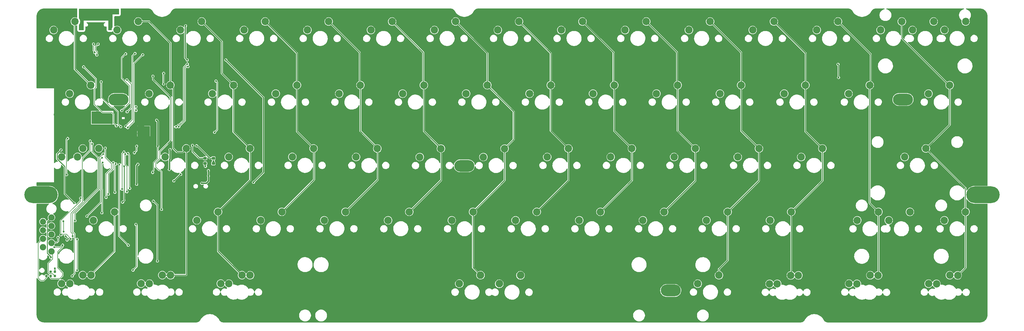
<source format=gtl>
G04 #@! TF.GenerationSoftware,KiCad,Pcbnew,7.0.1-0*
G04 #@! TF.CreationDate,2023-08-08T22:45:16+05:30*
G04 #@! TF.ProjectId,Keyboard_60,4b657962-6f61-4726-945f-3630252e6b69,rev?*
G04 #@! TF.SameCoordinates,Original*
G04 #@! TF.FileFunction,Copper,L1,Top*
G04 #@! TF.FilePolarity,Positive*
%FSLAX46Y46*%
G04 Gerber Fmt 4.6, Leading zero omitted, Abs format (unit mm)*
G04 Created by KiCad (PCBNEW 7.0.1-0) date 2023-08-08 22:45:16*
%MOMM*%
%LPD*%
G01*
G04 APERTURE LIST*
G04 Aperture macros list*
%AMRoundRect*
0 Rectangle with rounded corners*
0 $1 Rounding radius*
0 $2 $3 $4 $5 $6 $7 $8 $9 X,Y pos of 4 corners*
0 Add a 4 corners polygon primitive as box body*
4,1,4,$2,$3,$4,$5,$6,$7,$8,$9,$2,$3,0*
0 Add four circle primitives for the rounded corners*
1,1,$1+$1,$2,$3*
1,1,$1+$1,$4,$5*
1,1,$1+$1,$6,$7*
1,1,$1+$1,$8,$9*
0 Add four rect primitives between the rounded corners*
20,1,$1+$1,$2,$3,$4,$5,0*
20,1,$1+$1,$4,$5,$6,$7,0*
20,1,$1+$1,$6,$7,$8,$9,0*
20,1,$1+$1,$8,$9,$2,$3,0*%
G04 Aperture macros list end*
G04 #@! TA.AperFunction,ComponentPad*
%ADD10C,2.200000*%
G04 #@! TD*
G04 #@! TA.AperFunction,ComponentPad*
%ADD11C,1.900000*%
G04 #@! TD*
G04 #@! TA.AperFunction,ComponentPad*
%ADD12C,1.850000*%
G04 #@! TD*
G04 #@! TA.AperFunction,ComponentPad*
%ADD13O,9.999980X5.001260*%
G04 #@! TD*
G04 #@! TA.AperFunction,ComponentPad*
%ADD14O,6.000000X3.500000*%
G04 #@! TD*
G04 #@! TA.AperFunction,ComponentPad*
%ADD15C,2.250000*%
G04 #@! TD*
G04 #@! TA.AperFunction,SMDPad,CuDef*
%ADD16C,0.787400*%
G04 #@! TD*
G04 #@! TA.AperFunction,SMDPad,CuDef*
%ADD17RoundRect,0.218750X-0.256250X0.218750X-0.256250X-0.218750X0.256250X-0.218750X0.256250X0.218750X0*%
G04 #@! TD*
G04 #@! TA.AperFunction,ComponentPad*
%ADD18C,0.600000*%
G04 #@! TD*
G04 #@! TA.AperFunction,ComponentPad*
%ADD19O,0.900000X1.700000*%
G04 #@! TD*
G04 #@! TA.AperFunction,ComponentPad*
%ADD20O,0.900000X2.000000*%
G04 #@! TD*
G04 #@! TA.AperFunction,ViaPad*
%ADD21C,0.600000*%
G04 #@! TD*
G04 #@! TA.AperFunction,Conductor*
%ADD22C,0.254000*%
G04 #@! TD*
G04 #@! TA.AperFunction,Conductor*
%ADD23C,0.210000*%
G04 #@! TD*
G04 #@! TA.AperFunction,Conductor*
%ADD24C,0.400000*%
G04 #@! TD*
G04 #@! TA.AperFunction,Conductor*
%ADD25C,0.300000*%
G04 #@! TD*
G04 #@! TA.AperFunction,Conductor*
%ADD26C,0.180000*%
G04 #@! TD*
G04 #@! TA.AperFunction,Conductor*
%ADD27C,0.200000*%
G04 #@! TD*
G04 APERTURE END LIST*
D10*
X10550000Y-26140000D03*
X16900000Y-23600000D03*
X34430000Y-83160000D03*
X40780000Y-80620000D03*
X43750000Y-7040000D03*
X50100000Y-4500000D03*
X58180000Y-45130000D03*
X64530000Y-42590000D03*
X55790000Y-83140000D03*
X62140000Y-80600000D03*
X8120000Y-83140000D03*
X14470000Y-80600000D03*
X246355000Y-64160000D03*
X252705000Y-61620000D03*
X34350000Y-26140000D03*
X40700000Y-23600000D03*
X81750000Y-7040000D03*
X88100000Y-4500000D03*
X186250000Y-26140000D03*
X192600000Y-23600000D03*
X53250000Y-26140000D03*
X59600000Y-23600000D03*
D11*
X2560000Y-72180000D03*
X2560000Y-69640000D03*
D12*
X2560000Y-67100000D03*
X2560000Y-64560000D03*
X2560000Y-62020000D03*
D11*
X5100000Y-73450000D03*
X5100000Y-70910000D03*
X5100000Y-68370000D03*
X5100000Y-65830000D03*
X5100000Y-63290000D03*
D10*
X172535000Y-45140000D03*
X178885000Y-42600000D03*
X191535000Y-45140000D03*
X197885000Y-42600000D03*
D13*
X2000000Y-56500000D03*
D10*
X272435000Y-64160000D03*
X278785000Y-61620000D03*
X17660000Y-64140000D03*
X24010000Y-61600000D03*
X39110000Y-45130000D03*
X45460000Y-42590000D03*
X58210000Y-83165000D03*
X64560000Y-80625000D03*
X72250000Y-26140000D03*
X78600000Y-23600000D03*
X148250000Y-26140000D03*
X154600000Y-23600000D03*
X138750000Y-7040000D03*
X145100000Y-4500000D03*
X86770000Y-64140000D03*
X93120000Y-61600000D03*
X144050000Y-64140000D03*
X150400000Y-61600000D03*
X119750000Y-7040000D03*
X126100000Y-4500000D03*
X24750000Y-7040000D03*
X31100000Y-4500000D03*
D14*
X260050000Y-27900000D03*
X128700000Y-47800000D03*
D10*
X12910000Y-45110000D03*
X19260000Y-42570000D03*
D15*
X127224900Y-83160000D03*
X133574900Y-80620000D03*
D10*
X67720000Y-64140000D03*
X74070000Y-61600000D03*
X262885000Y-7040000D03*
X269235000Y-4500000D03*
D14*
X25200000Y-27900000D03*
D16*
X6105000Y-79565000D03*
X6105000Y-80835000D03*
X4835000Y-79565000D03*
X4835000Y-80835000D03*
X3565000Y-79565000D03*
X3565000Y-80835000D03*
D10*
X220250000Y-64140000D03*
X226600000Y-61600000D03*
X8150000Y-45140000D03*
X14500000Y-42600000D03*
X234250000Y-7040000D03*
X240600000Y-4500000D03*
X205250000Y-26140000D03*
X211600000Y-23600000D03*
X267680000Y-26140000D03*
X274030000Y-23600000D03*
X77230000Y-45120000D03*
X83580000Y-42580000D03*
D17*
X51100000Y-45512500D03*
X51100000Y-47087500D03*
D10*
X222395000Y-83210000D03*
X228745000Y-80670000D03*
X255775000Y-64160000D03*
X262125000Y-61620000D03*
X243910000Y-83165000D03*
X250260000Y-80625000D03*
X10650000Y-83165000D03*
X17000000Y-80625000D03*
X210585000Y-45140000D03*
X216935000Y-42600000D03*
X224485000Y-26140000D03*
X230835000Y-23600000D03*
X270075000Y-83210000D03*
X276425000Y-80670000D03*
X105880000Y-64140000D03*
X112230000Y-61600000D03*
X176850000Y-7040000D03*
X183200000Y-4500000D03*
D14*
X190500000Y-85200000D03*
D10*
X272450000Y-7040000D03*
X278800000Y-4500000D03*
X91250000Y-26140000D03*
X97600000Y-23600000D03*
X229585000Y-45140000D03*
X235935000Y-42600000D03*
X153535000Y-45140000D03*
X159885000Y-42600000D03*
X243750000Y-26140000D03*
X250100000Y-23600000D03*
X267710000Y-83150000D03*
X274060000Y-80610000D03*
X31950000Y-83140000D03*
X38300000Y-80600000D03*
X129250000Y-26140000D03*
X135600000Y-23600000D03*
X48620000Y-64140000D03*
X54970000Y-61600000D03*
D15*
X139180000Y-83180000D03*
X145530000Y-80640000D03*
D10*
X195950000Y-7040000D03*
X202300000Y-4500000D03*
X157750000Y-7040000D03*
X164100000Y-4500000D03*
X215050000Y-7040000D03*
X221400000Y-4500000D03*
X124960000Y-64140000D03*
X131310000Y-61600000D03*
X100750000Y-7040000D03*
X107100000Y-4500000D03*
D17*
X53600000Y-45512500D03*
X53600000Y-47087500D03*
D10*
X5750000Y-7040000D03*
X12100000Y-4500000D03*
D13*
X284000000Y-56500000D03*
D10*
X201220000Y-64140000D03*
X207570000Y-61600000D03*
X62750000Y-7040000D03*
X69100000Y-4500000D03*
X110250000Y-26140000D03*
X116600000Y-23600000D03*
X253350000Y-7040000D03*
X259700000Y-4500000D03*
X246245000Y-83210000D03*
X252595000Y-80670000D03*
X182180000Y-64140000D03*
X188530000Y-61600000D03*
X134420000Y-45170000D03*
X140770000Y-42630000D03*
X115370000Y-45170000D03*
X121720000Y-42630000D03*
X163110000Y-64140000D03*
X169460000Y-61600000D03*
X198595000Y-83160000D03*
X204945000Y-80620000D03*
X260550000Y-45140000D03*
X266900000Y-42600000D03*
X220110000Y-83205000D03*
X226460000Y-80665000D03*
X167250000Y-26140000D03*
X173600000Y-23600000D03*
X96310000Y-45150000D03*
X102660000Y-42610000D03*
D18*
X28300000Y-38200000D03*
X27100000Y-38200000D03*
X25900000Y-38200000D03*
X24700000Y-38200000D03*
X28300000Y-39400000D03*
X27100000Y-39400000D03*
X25900000Y-39400000D03*
X24700000Y-39400000D03*
X28300000Y-40600000D03*
X27100000Y-40600000D03*
X25900000Y-40600000D03*
X24700000Y-40600000D03*
X28300000Y-41800000D03*
X27100000Y-41800000D03*
X25900000Y-41800000D03*
X24700000Y-41800000D03*
D19*
X14075000Y-1800000D03*
D20*
X14075000Y-5970000D03*
D19*
X22725000Y-1800000D03*
D20*
X22725000Y-5970000D03*
D18*
X49215000Y-40150000D03*
X49215000Y-39150000D03*
X48215000Y-40150000D03*
X48215000Y-39150000D03*
X6045000Y-32450000D03*
D21*
X27700000Y-45730000D03*
X16500000Y-62900000D03*
X35300000Y-45150000D03*
X257100000Y-16200000D03*
X19970000Y-37910000D03*
X45200000Y-36600000D03*
X258000000Y-20600000D03*
X21000000Y-62000000D03*
X61500000Y-43900000D03*
X57300000Y-40000000D03*
X25435000Y-3400000D03*
X34250000Y-37400000D03*
X48900000Y-35400000D03*
X256700000Y-19700000D03*
X16600000Y-10800000D03*
X265900000Y-19800000D03*
X34600000Y-42950000D03*
X19090000Y-37910000D03*
X18800000Y-10600000D03*
X25550000Y-32750000D03*
X28964289Y-49341400D03*
X2010000Y-77440000D03*
X32950000Y-43750000D03*
X16350000Y-54400000D03*
X251300000Y-16800000D03*
X24600000Y-60000000D03*
X46335000Y-19700000D03*
X47735000Y-19700000D03*
X58100000Y-39400000D03*
X51900000Y-42655000D03*
X33850000Y-45950000D03*
X53100000Y-41805000D03*
X11000000Y-71800000D03*
X42090000Y-44540000D03*
X31650000Y-32250000D03*
X22100000Y-45050000D03*
X34700000Y-34700000D03*
X34450000Y-45100000D03*
X23099500Y-34847696D03*
X19300000Y-40550000D03*
X26950000Y-31400000D03*
X21250000Y-49250000D03*
X18180000Y-37350000D03*
X19550000Y-37010000D03*
X24400000Y-32700000D03*
X283700000Y-1800000D03*
X19335000Y-55900000D03*
X15035000Y-57600000D03*
X12800000Y-43200000D03*
X56400000Y-40000000D03*
X10600000Y-52200000D03*
X50750000Y-41855000D03*
X13700000Y-54800000D03*
X20900000Y-10700000D03*
X16235000Y-56200000D03*
X47035000Y-44500000D03*
X16650000Y-50850000D03*
X16650000Y-44500000D03*
X33800000Y-46650000D03*
X35400000Y-43050000D03*
X45835000Y-19100000D03*
X36200000Y-43050000D03*
X25500000Y-31950000D03*
X33800000Y-45250000D03*
X3435000Y-78800000D03*
X11400000Y-44300000D03*
X48235000Y-19000000D03*
X32000000Y-45950000D03*
X47035000Y-19700000D03*
X11000000Y-54950000D03*
X32850000Y-47100000D03*
X17650000Y-35700000D03*
X50100000Y-35400000D03*
X45300000Y-37800000D03*
X31000000Y-47350000D03*
X29918515Y-43881485D03*
X52100000Y-49240000D03*
X30600000Y-53340000D03*
X50100000Y-53040000D03*
X52100000Y-50840000D03*
X30600000Y-41900000D03*
X45250000Y-5790000D03*
X57300000Y-16040000D03*
X45750000Y-16040000D03*
X65600000Y-52740000D03*
X26896966Y-47950000D03*
X4900000Y-75300000D03*
X26400000Y-58700000D03*
X36950000Y-41900000D03*
X35400000Y-49800000D03*
X36600000Y-34150000D03*
X30400000Y-30045500D03*
X30450292Y-31171644D03*
X27760000Y-31590000D03*
X27700000Y-22000000D03*
X54370000Y-22370000D03*
X53950000Y-37750000D03*
X47342091Y-41662909D03*
X51200000Y-47940000D03*
X48481571Y-41787623D03*
X53600000Y-46399500D03*
X24550000Y-35800000D03*
X14750000Y-18100000D03*
X25850000Y-36050000D03*
X20000000Y-22600000D03*
X9650000Y-50450000D03*
X9950000Y-39600000D03*
X16700000Y-40350000D03*
X11479500Y-68900000D03*
X17300000Y-41200000D03*
X11300000Y-80850000D03*
X17700000Y-11290000D03*
X45778620Y-17236238D03*
X18103681Y-13841205D03*
X42407767Y-36094241D03*
X18704723Y-14540000D03*
X19078358Y-11295896D03*
X46000000Y-18040000D03*
X43219560Y-36059560D03*
X5930000Y-72210000D03*
X8435000Y-71600000D03*
X12790000Y-79155000D03*
X30400000Y-65400000D03*
X4835000Y-79565000D03*
X13835000Y-57500000D03*
X10890000Y-69760000D03*
X12800000Y-69850000D03*
X7080000Y-69300000D03*
X26789500Y-43650000D03*
X7935000Y-68500000D03*
X29535000Y-79100000D03*
X26235000Y-54800000D03*
X7950000Y-43050000D03*
X11900000Y-59050000D03*
X38050000Y-60850000D03*
X35500000Y-20900000D03*
X28100000Y-71600000D03*
X25450000Y-47400000D03*
X35600000Y-58400000D03*
X21200000Y-42500000D03*
X36850000Y-76350000D03*
X21450000Y-57250000D03*
X23570505Y-46824382D03*
X22150000Y-56300000D03*
X24100000Y-55750000D03*
X24350000Y-47250000D03*
X27700000Y-55573500D03*
X27247389Y-44266124D03*
X28550000Y-54550000D03*
X27985301Y-44134822D03*
X240600000Y-17350000D03*
X240750000Y-21300000D03*
X32430000Y-14470000D03*
X27945500Y-36350000D03*
X27321713Y-35934500D03*
X30100000Y-14100000D03*
X26150000Y-31200000D03*
X27303000Y-14200000D03*
X12150000Y-64250000D03*
X20575000Y-44275000D03*
X20267091Y-45367091D03*
X15700000Y-62900000D03*
X20200000Y-61900000D03*
X20425000Y-46825000D03*
X38700000Y-23240000D03*
X38700000Y-20040000D03*
X43800000Y-50350000D03*
X41750000Y-52300000D03*
X8635000Y-64400000D03*
X9347909Y-68912909D03*
X9782091Y-70047091D03*
X6135000Y-78600000D03*
X8735000Y-67600000D03*
X40400000Y-48900000D03*
X40600000Y-42940000D03*
D22*
X126100000Y-4500000D02*
X135600000Y-14000000D01*
X135600000Y-14000000D02*
X135600000Y-23600000D01*
X135600000Y-23600000D02*
X143500000Y-31500000D01*
X143500000Y-31500000D02*
X143500000Y-39885000D01*
X143500000Y-39885000D02*
X140785000Y-42600000D01*
X140785000Y-42600000D02*
X140785000Y-52125000D01*
X140785000Y-52125000D02*
X131310000Y-61600000D01*
D23*
X28370000Y-38130000D02*
X28300000Y-38200000D01*
X33520000Y-38130000D02*
X28370000Y-38130000D01*
X23099500Y-36599500D02*
X24700000Y-38200000D01*
X34250000Y-37400000D02*
X33520000Y-38130000D01*
X23099500Y-34847696D02*
X23099500Y-36599500D01*
X29918515Y-43881485D02*
X30600000Y-43200000D01*
D24*
X52100000Y-49240000D02*
X52100000Y-50840000D01*
D23*
X30600000Y-43200000D02*
X30600000Y-41900000D01*
D24*
X52100000Y-52340000D02*
X52100000Y-50840000D01*
X30600000Y-53340000D02*
X30600000Y-47750000D01*
X50100000Y-53040000D02*
X51400000Y-53040000D01*
X30600000Y-47750000D02*
X31000000Y-47350000D01*
X51400000Y-53040000D02*
X52100000Y-52340000D01*
D25*
X68600000Y-49740000D02*
X65600000Y-52740000D01*
X45160000Y-15450000D02*
X45750000Y-16040000D01*
X45160000Y-5880000D02*
X45160000Y-15450000D01*
X57300000Y-16040000D02*
X68600000Y-27340000D01*
X45250000Y-5790000D02*
X45160000Y-5880000D01*
X68600000Y-27340000D02*
X68600000Y-49740000D01*
D24*
X36950000Y-34500000D02*
X36600000Y-34150000D01*
D22*
X4900000Y-75070000D02*
X3820000Y-73990000D01*
D26*
X35400000Y-49800000D02*
X35400000Y-49400000D01*
D22*
X26896966Y-47950000D02*
X26880389Y-47966577D01*
D26*
X35710000Y-46880000D02*
X36950000Y-45640000D01*
D22*
X3820000Y-73990000D02*
X3820000Y-64570000D01*
X26960500Y-58139500D02*
X26400000Y-58700000D01*
X26880389Y-47966577D02*
X26880389Y-58059389D01*
D24*
X36950000Y-41900000D02*
X36950000Y-34500000D01*
D22*
X3820000Y-64570000D02*
X5100000Y-63290000D01*
D26*
X35710000Y-49090000D02*
X35710000Y-46880000D01*
X35400000Y-49400000D02*
X35710000Y-49090000D01*
D22*
X4900000Y-75300000D02*
X4900000Y-75070000D01*
X26880389Y-58059389D02*
X26960500Y-58139500D01*
D26*
X36950000Y-45640000D02*
X36950000Y-41900000D01*
D23*
X30450292Y-31171644D02*
X30400000Y-31121352D01*
X30400000Y-31121352D02*
X30400000Y-30045500D01*
X28950000Y-30400000D02*
X28950000Y-23250000D01*
X28950000Y-23250000D02*
X27700000Y-22000000D01*
X54700000Y-37000000D02*
X53950000Y-37750000D01*
X27760000Y-31590000D02*
X28950000Y-30400000D01*
X54370000Y-22370000D02*
X54700000Y-22700000D01*
X54700000Y-22700000D02*
X54700000Y-37000000D01*
D22*
X47342091Y-43542091D02*
X47342091Y-41662909D01*
X51100000Y-45512500D02*
X49312500Y-45512500D01*
X49312500Y-45512500D02*
X47342091Y-43542091D01*
X51200000Y-47940000D02*
X51100000Y-47840000D01*
X51100000Y-47840000D02*
X51100000Y-47087500D01*
X52512500Y-45512500D02*
X48787623Y-41787623D01*
X53600000Y-45512500D02*
X52512500Y-45512500D01*
X48787623Y-41787623D02*
X48481571Y-41787623D01*
X53600000Y-46399500D02*
X53600000Y-47087500D01*
D26*
X20350000Y-31750000D02*
X23110000Y-31750000D01*
X23639500Y-32279500D02*
X23639500Y-34889500D01*
D23*
X18400000Y-24250000D02*
X18400000Y-21750000D01*
D26*
X18400000Y-24250000D02*
X17950000Y-24700000D01*
X17950000Y-24700000D02*
X17950000Y-29350000D01*
D23*
X18400000Y-21750000D02*
X14750000Y-18100000D01*
D26*
X17950000Y-29350000D02*
X20350000Y-31750000D01*
X23639500Y-34889500D02*
X24550000Y-35800000D01*
X23110000Y-31750000D02*
X23639500Y-32279500D01*
X23000000Y-30200000D02*
X20000000Y-27200000D01*
X24960000Y-31560000D02*
X23600000Y-30200000D01*
X20000000Y-27200000D02*
X20000000Y-22600000D01*
X23600000Y-30200000D02*
X23000000Y-30200000D01*
X25850000Y-36050000D02*
X24960000Y-35160000D01*
X24960000Y-35160000D02*
X24960000Y-31560000D01*
D23*
X9605000Y-39945000D02*
X9605000Y-50405000D01*
X9605000Y-50405000D02*
X9650000Y-50450000D01*
X9950000Y-39600000D02*
X9605000Y-39945000D01*
X16700000Y-43200000D02*
X14315000Y-45585000D01*
X10935000Y-67735000D02*
X10935000Y-62100000D01*
X11479500Y-68279500D02*
X10935000Y-67735000D01*
X16700000Y-40350000D02*
X16700000Y-43200000D01*
X10935000Y-62100000D02*
X14400000Y-58635000D01*
X14400000Y-57300000D02*
X14404945Y-57295055D01*
X14404945Y-57295055D02*
X14315000Y-57205110D01*
X14315000Y-57205110D02*
X14315000Y-45585000D01*
X11479500Y-68900000D02*
X11479500Y-68279500D01*
X14400000Y-58635000D02*
X14400000Y-57300000D01*
X17300000Y-41200000D02*
X17300000Y-43550000D01*
X12034500Y-80115500D02*
X11300000Y-80850000D01*
X11500000Y-62125884D02*
X11500000Y-67700000D01*
X11500000Y-67700000D02*
X12034500Y-68234500D01*
X12034500Y-68234500D02*
X12034500Y-80115500D01*
X19075000Y-45325000D02*
X19075000Y-54550884D01*
X19075000Y-54550884D02*
X11500000Y-62125884D01*
X17300000Y-43550000D02*
X19075000Y-45325000D01*
D27*
X42407767Y-36094241D02*
X43062008Y-35440000D01*
D23*
X18103681Y-13565433D02*
X18103681Y-13841205D01*
D27*
X43344146Y-35440000D02*
X44750000Y-34034146D01*
X44750000Y-34034146D02*
X44750000Y-18264858D01*
D23*
X17700000Y-11290000D02*
X17700000Y-13161752D01*
X17700000Y-13161752D02*
X18103681Y-13565433D01*
D27*
X44750000Y-18264858D02*
X45778620Y-17236238D01*
X43062008Y-35440000D02*
X43344146Y-35440000D01*
X45100000Y-18440000D02*
X45500000Y-18040000D01*
X45100000Y-34179120D02*
X45100000Y-18440000D01*
D23*
X18704723Y-14540000D02*
X18704723Y-13515935D01*
D27*
X43219560Y-36059560D02*
X45100000Y-34179120D01*
D23*
X18210001Y-12164253D02*
X19078358Y-11295896D01*
X18704723Y-13515935D02*
X18210001Y-13021213D01*
D27*
X45500000Y-18040000D02*
X46000000Y-18040000D01*
D23*
X18210001Y-13021213D02*
X18210001Y-12164253D01*
D26*
X8435000Y-80800000D02*
X8435000Y-79900000D01*
X4835000Y-81400000D02*
X5035000Y-81600000D01*
D23*
X5930000Y-72210000D02*
X7825000Y-72210000D01*
D26*
X5035000Y-81600000D02*
X7635000Y-81600000D01*
D23*
X7825000Y-72210000D02*
X8435000Y-71600000D01*
D26*
X8435000Y-72100000D02*
X8435000Y-71600000D01*
X4835000Y-80835000D02*
X4835000Y-81400000D01*
X6935000Y-73600000D02*
X8435000Y-72100000D01*
X8435000Y-79900000D02*
X6935000Y-78400000D01*
X7635000Y-81600000D02*
X8435000Y-80800000D01*
X6935000Y-78400000D02*
X6935000Y-73600000D01*
X4201300Y-79866300D02*
X4201300Y-77033700D01*
X5440000Y-75795000D02*
X5440000Y-73790000D01*
X5440000Y-73790000D02*
X5100000Y-73450000D01*
X6105000Y-80835000D02*
X5471300Y-80201300D01*
X4201300Y-77033700D02*
X5440000Y-75795000D01*
X5471300Y-80201300D02*
X4536300Y-80201300D01*
X4536300Y-80201300D02*
X4201300Y-79866300D01*
D23*
X2786775Y-82170000D02*
X3565000Y-81391775D01*
X3565000Y-81391775D02*
X3565000Y-80835000D01*
X1860000Y-82170000D02*
X2786775Y-82170000D01*
X2560000Y-69640000D02*
X1130000Y-71070000D01*
X1130000Y-71070000D02*
X1130000Y-81440000D01*
X1130000Y-81440000D02*
X1860000Y-82170000D01*
X30635000Y-65635000D02*
X30635000Y-78000000D01*
X7155000Y-69375000D02*
X7155000Y-70329889D01*
D26*
X26789500Y-43650000D02*
X26250000Y-44189500D01*
X26250000Y-54785000D02*
X26235000Y-54800000D01*
D23*
X13835000Y-58300000D02*
X13835000Y-57500000D01*
X7155000Y-70329889D02*
X6674889Y-70810000D01*
X12800000Y-79145000D02*
X12790000Y-79155000D01*
D26*
X26250000Y-44189500D02*
X26250000Y-54785000D01*
D23*
X7080000Y-69300000D02*
X7155000Y-69375000D01*
X5200000Y-70810000D02*
X5100000Y-70910000D01*
X9577798Y-68357909D02*
X10890000Y-69670111D01*
X6674889Y-70810000D02*
X5200000Y-70810000D01*
X30400000Y-65400000D02*
X30635000Y-65635000D01*
X10890000Y-69670111D02*
X10890000Y-69760000D01*
X7935000Y-68500000D02*
X7935000Y-64200000D01*
X8077091Y-68357909D02*
X9577798Y-68357909D01*
X7935000Y-64200000D02*
X13835000Y-58300000D01*
X12800000Y-69850000D02*
X12800000Y-79145000D01*
X7935000Y-68500000D02*
X8077091Y-68357909D01*
X30635000Y-78000000D02*
X29535000Y-79100000D01*
X38050000Y-60850000D02*
X38050000Y-49554127D01*
D22*
X6773000Y-44227000D02*
X7950000Y-43050000D01*
X6773000Y-45723000D02*
X6773000Y-44227000D01*
X11900000Y-59050000D02*
X9073000Y-56223000D01*
X35500000Y-21900000D02*
X35500000Y-20900000D01*
D23*
X24010000Y-61600000D02*
X24010000Y-73435000D01*
D22*
X12100000Y-18800000D02*
X16900000Y-23600000D01*
X40800000Y-40240000D02*
X40800000Y-27200000D01*
X9073000Y-56223000D02*
X9073000Y-48023000D01*
X39900000Y-41140000D02*
X40800000Y-40240000D01*
D23*
X37500000Y-43540000D02*
X39900000Y-41140000D01*
X16835000Y-80610000D02*
X14480000Y-80610000D01*
X37280000Y-49080000D02*
X36370000Y-48170000D01*
D22*
X12100000Y-4500000D02*
X12100000Y-18800000D01*
D23*
X24010000Y-73435000D02*
X16835000Y-80610000D01*
D22*
X40800000Y-27200000D02*
X35500000Y-21900000D01*
D23*
X37500000Y-45660000D02*
X37500000Y-43540000D01*
X14480000Y-80610000D02*
X14470000Y-80600000D01*
X36370000Y-48170000D02*
X36370000Y-46790000D01*
X38050000Y-49554127D02*
X37575873Y-49080000D01*
X37575873Y-49080000D02*
X37280000Y-49080000D01*
X36370000Y-46790000D02*
X37500000Y-45660000D01*
D22*
X9073000Y-48023000D02*
X6773000Y-45723000D01*
D23*
X25365000Y-51200000D02*
X25365000Y-47485000D01*
D22*
X41500000Y-42500000D02*
X42700000Y-43700000D01*
X45500000Y-80485000D02*
X45405000Y-80580000D01*
X45405000Y-80580000D02*
X38320000Y-80580000D01*
D23*
X25365000Y-47485000D02*
X25450000Y-47400000D01*
D22*
X42700000Y-43700000D02*
X44400000Y-43700000D01*
X38320000Y-80580000D02*
X38300000Y-80600000D01*
X45500000Y-42600000D02*
X45500000Y-80485000D01*
D23*
X25345000Y-62181260D02*
X25345000Y-68845000D01*
D22*
X40700000Y-10900000D02*
X40700000Y-23600000D01*
D23*
X25365000Y-51200000D02*
X25365000Y-62161260D01*
D22*
X31100000Y-4500000D02*
X34300000Y-4500000D01*
X34300000Y-4500000D02*
X40700000Y-10900000D01*
D23*
X25345000Y-68845000D02*
X28100000Y-71600000D01*
D22*
X41500000Y-24400000D02*
X41500000Y-42500000D01*
X44400000Y-43700000D02*
X45500000Y-42600000D01*
X40700000Y-23600000D02*
X41500000Y-24400000D01*
D23*
X25365000Y-62161260D02*
X25345000Y-62181260D01*
D22*
X64600000Y-51970000D02*
X54970000Y-61600000D01*
D23*
X21600000Y-45700000D02*
X21200000Y-45300000D01*
D22*
X64600000Y-42600000D02*
X64600000Y-51970000D01*
X35700000Y-58400000D02*
X36850000Y-59550000D01*
X56100000Y-10500000D02*
X56100000Y-20100000D01*
X56100000Y-20100000D02*
X59600000Y-23600000D01*
X59600000Y-37600000D02*
X64600000Y-42600000D01*
X50100000Y-4500000D02*
X56100000Y-10500000D01*
X59600000Y-23600000D02*
X59600000Y-37600000D01*
D23*
X21200000Y-45300000D02*
X21200000Y-42500000D01*
X21450000Y-50250000D02*
X21450000Y-57250000D01*
X21450000Y-50250000D02*
X23045000Y-48655000D01*
X23045000Y-48655000D02*
X23045000Y-47145000D01*
D22*
X35600000Y-58400000D02*
X35700000Y-58400000D01*
D23*
X23045000Y-47145000D02*
X21600000Y-45700000D01*
D22*
X54970000Y-61600000D02*
X54970000Y-73430000D01*
X54970000Y-73430000D02*
X62140000Y-80600000D01*
X36850000Y-76350000D02*
X36850000Y-59550000D01*
D23*
X23570505Y-46824382D02*
X23570505Y-48779495D01*
X22100000Y-50250000D02*
X22100000Y-56250000D01*
D22*
X78600000Y-37500000D02*
X83700000Y-42600000D01*
D23*
X23570505Y-48779495D02*
X22100000Y-50250000D01*
D22*
X69100000Y-4500000D02*
X78600000Y-14000000D01*
D23*
X22100000Y-56250000D02*
X22150000Y-56300000D01*
D22*
X78600000Y-23600000D02*
X78600000Y-37500000D01*
X83700000Y-51970000D02*
X74070000Y-61600000D01*
X78600000Y-14000000D02*
X78600000Y-23600000D01*
X83700000Y-42600000D02*
X83700000Y-51970000D01*
X88100000Y-4500000D02*
X97400000Y-13800000D01*
X102800000Y-42600000D02*
X102800000Y-51900000D01*
X93900000Y-60800000D02*
X93900000Y-60820000D01*
X102800000Y-51900000D02*
X93900000Y-60800000D01*
D26*
X24100000Y-47500000D02*
X24350000Y-47250000D01*
D22*
X97600000Y-23600000D02*
X97600000Y-37400000D01*
X97600000Y-37400000D02*
X102800000Y-42600000D01*
X93900000Y-60820000D02*
X93120000Y-61600000D01*
X97400000Y-23400000D02*
X97600000Y-23600000D01*
X97400000Y-13800000D02*
X97400000Y-23400000D01*
D26*
X24100000Y-55750000D02*
X24100000Y-47500000D01*
X27247389Y-44266124D02*
X27130000Y-44383513D01*
D22*
X116600000Y-37415000D02*
X121720000Y-42535000D01*
D26*
X27130000Y-44383513D02*
X27130000Y-47419358D01*
X27130000Y-47419358D02*
X27700000Y-47989358D01*
D22*
X121720000Y-42630000D02*
X121785000Y-42695000D01*
X107100000Y-4500000D02*
X116400000Y-13800000D01*
X121785000Y-42695000D02*
X121785000Y-52045000D01*
X121785000Y-52045000D02*
X112230000Y-61600000D01*
X116400000Y-13800000D02*
X116400000Y-23400000D01*
D26*
X27700000Y-47989358D02*
X27700000Y-55573500D01*
D22*
X121720000Y-42535000D02*
X121720000Y-42630000D01*
X116400000Y-23400000D02*
X116600000Y-23600000D01*
X116600000Y-23600000D02*
X116600000Y-37415000D01*
D26*
X28370000Y-44519521D02*
X28370000Y-54370000D01*
X28370000Y-54370000D02*
X28550000Y-54550000D01*
X27985301Y-44134822D02*
X28370000Y-44519521D01*
D22*
X131310000Y-61600000D02*
X131310000Y-78355100D01*
X131310000Y-78355100D02*
X133574900Y-80620000D01*
X154600000Y-37315000D02*
X159885000Y-42600000D01*
X145100000Y-4500000D02*
X154600000Y-14000000D01*
X159885000Y-42600000D02*
X159885000Y-52115000D01*
X154600000Y-23600000D02*
X154600000Y-37315000D01*
X159885000Y-52115000D02*
X150400000Y-61600000D01*
X154600000Y-14000000D02*
X154600000Y-23600000D01*
X173600000Y-37315000D02*
X178885000Y-42600000D01*
X173400000Y-13800000D02*
X173400000Y-23400000D01*
X178885000Y-42600000D02*
X178885000Y-52175000D01*
X164100000Y-4500000D02*
X173400000Y-13800000D01*
X173400000Y-23400000D02*
X173600000Y-23600000D01*
X173600000Y-23600000D02*
X173600000Y-37315000D01*
X178885000Y-52175000D02*
X169460000Y-61600000D01*
X197885000Y-52245000D02*
X188530000Y-61600000D01*
X192600000Y-23600000D02*
X192600000Y-37315000D01*
X192400000Y-13700000D02*
X192400000Y-23400000D01*
X192600000Y-37315000D02*
X197885000Y-42600000D01*
X192400000Y-23400000D02*
X192600000Y-23600000D01*
X183200000Y-4500000D02*
X192400000Y-13700000D01*
X197885000Y-42600000D02*
X197885000Y-52245000D01*
X204945000Y-78747041D02*
X204945000Y-80620000D01*
X207570000Y-76122041D02*
X204945000Y-78747041D01*
X211600000Y-23600000D02*
X211600000Y-37265000D01*
X211600000Y-37265000D02*
X216935000Y-42600000D01*
X216935000Y-52235000D02*
X207570000Y-61600000D01*
X207570000Y-61600000D02*
X207570000Y-76122041D01*
X202300000Y-4500000D02*
X211600000Y-13800000D01*
X216935000Y-42600000D02*
X216935000Y-52235000D01*
X211600000Y-13800000D02*
X211600000Y-23600000D01*
X230900000Y-23535000D02*
X230835000Y-23600000D01*
X230835000Y-23600000D02*
X230835000Y-37500000D01*
X235935000Y-52265000D02*
X226600000Y-61600000D01*
X235935000Y-42600000D02*
X235935000Y-52265000D01*
X230900000Y-14000000D02*
X230900000Y-23535000D01*
X226600000Y-80525000D02*
X226460000Y-80665000D01*
X221400000Y-4500000D02*
X230900000Y-14000000D01*
X230835000Y-37500000D02*
X235935000Y-42600000D01*
X226600000Y-61600000D02*
X226600000Y-80525000D01*
X250400000Y-14300000D02*
X250400000Y-23300000D01*
D23*
X29750000Y-17150000D02*
X29750000Y-18650000D01*
D22*
X250400000Y-23300000D02*
X250100000Y-23600000D01*
X250083000Y-23617000D02*
X250083000Y-58998000D01*
X252705000Y-80560000D02*
X252595000Y-80670000D01*
X240750000Y-21300000D02*
X240750000Y-17500000D01*
D23*
X32430000Y-14470000D02*
X29750000Y-17150000D01*
D22*
X240750000Y-17500000D02*
X240600000Y-17350000D01*
D26*
X27945500Y-36350000D02*
X29750000Y-34545500D01*
D22*
X252705000Y-61620000D02*
X252705000Y-80560000D01*
X250083000Y-58998000D02*
X252705000Y-61620000D01*
X240600000Y-4500000D02*
X250400000Y-14300000D01*
D26*
X29750000Y-34545500D02*
X29750000Y-18650000D01*
D22*
X250100000Y-23600000D02*
X250083000Y-23617000D01*
X274030000Y-23600000D02*
X274030000Y-35470000D01*
X278785000Y-61620000D02*
X278785000Y-78310000D01*
X278785000Y-78310000D02*
X276425000Y-80670000D01*
D26*
X30100000Y-14100000D02*
X29300000Y-14900000D01*
D22*
X266900000Y-42600000D02*
X278700000Y-54400000D01*
X278700000Y-54400000D02*
X278700000Y-61535000D01*
X273839760Y-23600000D02*
X274030000Y-23600000D01*
D26*
X29300000Y-14900000D02*
X29300000Y-33956213D01*
D22*
X259700000Y-4500000D02*
X259700000Y-9460240D01*
X278700000Y-61535000D02*
X278785000Y-61620000D01*
X274030000Y-35470000D02*
X266900000Y-42600000D01*
D26*
X29300000Y-33956213D02*
X27321713Y-35934500D01*
D22*
X259700000Y-9460240D02*
X273839760Y-23600000D01*
D26*
X28480000Y-28870000D02*
X26150000Y-31200000D01*
X28480000Y-23830000D02*
X28480000Y-28870000D01*
X26150000Y-21500000D02*
X28480000Y-23830000D01*
X26150000Y-15353000D02*
X26150000Y-21500000D01*
X27303000Y-14200000D02*
X26150000Y-15353000D01*
D23*
X20575000Y-44275000D02*
X19435000Y-45415000D01*
X19435000Y-45415000D02*
X19435000Y-54700001D01*
X12150000Y-61985000D02*
X12150000Y-64250000D01*
X19435000Y-54700001D02*
X12150000Y-61985000D01*
X19890000Y-58710000D02*
X15700000Y-62900000D01*
X19795000Y-45839182D02*
X19795000Y-54849117D01*
X19890000Y-54944117D02*
X19890000Y-58710000D01*
X19795000Y-54849117D02*
X19890000Y-54944117D01*
X20267091Y-45367091D02*
X19795000Y-45839182D01*
X20155000Y-54700000D02*
X20250000Y-54795000D01*
X20155000Y-47095000D02*
X20155000Y-54700000D01*
X20250000Y-61850000D02*
X20200000Y-61900000D01*
X20425000Y-46825000D02*
X20155000Y-47095000D01*
X20250000Y-54795000D02*
X20250000Y-61850000D01*
D22*
X38700000Y-23240000D02*
X38700000Y-20040000D01*
X41750000Y-52300000D02*
X43700000Y-50350000D01*
X43700000Y-50350000D02*
X43800000Y-50350000D01*
D23*
X8735000Y-64500000D02*
X8635000Y-64400000D01*
D22*
X6135000Y-78600000D02*
X6135000Y-79535000D01*
X9782091Y-69347091D02*
X9347909Y-68912909D01*
X6135000Y-79535000D02*
X6105000Y-79565000D01*
X9782091Y-70047091D02*
X9782091Y-69347091D01*
D23*
X8735000Y-67600000D02*
X8735000Y-64500000D01*
D24*
X40400000Y-48900000D02*
X40400000Y-45940610D01*
X40400000Y-45940610D02*
X40600000Y-45740610D01*
X40600000Y-45740610D02*
X40600000Y-42940000D01*
G04 #@! TA.AperFunction,Conductor*
G36*
X41171390Y-40408992D02*
G01*
X41208986Y-40453014D01*
X41222500Y-40509306D01*
X41222500Y-42434505D01*
X41219909Y-42450386D01*
X41222368Y-42503560D01*
X41222500Y-42509286D01*
X41222500Y-42527007D01*
X41224082Y-42540642D01*
X41225192Y-42564637D01*
X41227332Y-42569484D01*
X41235784Y-42596778D01*
X41236756Y-42601980D01*
X41249394Y-42622391D01*
X41257400Y-42637580D01*
X41267097Y-42659542D01*
X41270840Y-42663285D01*
X41288585Y-42685687D01*
X41291373Y-42690190D01*
X41310528Y-42704655D01*
X41323483Y-42715928D01*
X41894020Y-43286465D01*
X42457465Y-43849909D01*
X42466864Y-43862972D01*
X42506209Y-43898839D01*
X42510352Y-43902796D01*
X42522875Y-43915319D01*
X42533647Y-43923852D01*
X42551382Y-43940020D01*
X42551383Y-43940020D01*
X42551385Y-43940022D01*
X42556319Y-43941933D01*
X42581606Y-43955262D01*
X42585970Y-43958252D01*
X42607193Y-43963243D01*
X42609332Y-43963746D01*
X42625729Y-43968823D01*
X42648126Y-43977500D01*
X42653423Y-43977500D01*
X42681813Y-43980794D01*
X42686962Y-43982005D01*
X42708494Y-43979001D01*
X42710735Y-43978689D01*
X42727865Y-43977500D01*
X44334505Y-43977500D01*
X44350386Y-43980090D01*
X44360995Y-43979599D01*
X44360997Y-43979600D01*
X44400685Y-43977764D01*
X44403560Y-43977632D01*
X44409286Y-43977500D01*
X44427013Y-43977500D01*
X44440652Y-43975916D01*
X44464635Y-43974808D01*
X44469478Y-43972669D01*
X44496785Y-43964214D01*
X44499290Y-43963746D01*
X44501981Y-43963243D01*
X44522386Y-43950608D01*
X44537566Y-43942605D01*
X44559542Y-43932903D01*
X44563287Y-43929157D01*
X44585697Y-43911408D01*
X44590189Y-43908627D01*
X44604660Y-43889463D01*
X44615920Y-43876523D01*
X44759361Y-43733082D01*
X44801259Y-43705526D01*
X44850647Y-43696817D01*
X44899441Y-43708382D01*
X45030670Y-43769575D01*
X45092552Y-43786156D01*
X45130594Y-43796350D01*
X45178206Y-43821136D01*
X45210882Y-43863721D01*
X45222500Y-43916125D01*
X45222500Y-46719642D01*
X45203901Y-46784961D01*
X45153684Y-46830686D01*
X45086913Y-46843099D01*
X45023618Y-46818478D01*
X44982786Y-46764208D01*
X44965979Y-46720570D01*
X44965470Y-46719642D01*
X44821175Y-46456335D01*
X44642446Y-46213762D01*
X44432980Y-45997176D01*
X44407652Y-45977175D01*
X44196514Y-45810441D01*
X44061639Y-45730555D01*
X43937270Y-45656891D01*
X43707196Y-45559331D01*
X43659868Y-45539262D01*
X43369275Y-45459661D01*
X43369274Y-45459660D01*
X43369271Y-45459660D01*
X43070653Y-45419500D01*
X42844756Y-45419500D01*
X42844754Y-45419500D01*
X42619364Y-45434587D01*
X42324098Y-45494603D01*
X42039459Y-45593441D01*
X41770546Y-45729328D01*
X41522127Y-45899858D01*
X41298668Y-46101966D01*
X41170333Y-46253762D01*
X41104135Y-46332061D01*
X41032103Y-46444898D01*
X40979019Y-46528052D01*
X40932633Y-46570859D01*
X40871185Y-46585286D01*
X40810596Y-46567595D01*
X40766565Y-46522370D01*
X40750500Y-46461330D01*
X40750500Y-46137154D01*
X40759938Y-46089702D01*
X40786817Y-46049474D01*
X40799116Y-46037175D01*
X40813048Y-46023242D01*
X40832903Y-46007120D01*
X40840669Y-46002047D01*
X40858496Y-45979141D01*
X40868228Y-45968121D01*
X40868370Y-45967921D01*
X40868376Y-45967916D01*
X40879586Y-45952213D01*
X40882600Y-45948171D01*
X40912517Y-45909736D01*
X40912517Y-45909734D01*
X40917107Y-45903838D01*
X40919238Y-45896677D01*
X40919240Y-45896676D01*
X40933129Y-45850022D01*
X40934679Y-45845179D01*
X40950500Y-45799098D01*
X40950500Y-45799094D01*
X40952925Y-45792030D01*
X40952616Y-45784565D01*
X40952617Y-45784564D01*
X40950606Y-45735931D01*
X40950500Y-45730808D01*
X40950500Y-43269684D01*
X40958318Y-43226351D01*
X40980786Y-43188483D01*
X40982881Y-43186064D01*
X40982880Y-43186064D01*
X40982882Y-43186063D01*
X41036697Y-43068226D01*
X41055133Y-42940000D01*
X41037589Y-42817977D01*
X41036697Y-42811773D01*
X40982881Y-42693935D01*
X40898049Y-42596033D01*
X40789068Y-42525994D01*
X40664773Y-42489500D01*
X40664772Y-42489500D01*
X40535228Y-42489500D01*
X40535227Y-42489500D01*
X40410931Y-42525994D01*
X40301950Y-42596033D01*
X40217118Y-42693935D01*
X40163302Y-42811773D01*
X40144867Y-42940000D01*
X40163302Y-43068226D01*
X40217118Y-43186064D01*
X40219214Y-43188483D01*
X40241682Y-43226351D01*
X40249500Y-43269684D01*
X40249500Y-44201663D01*
X40235985Y-44257958D01*
X40198385Y-44301981D01*
X40144898Y-44324136D01*
X40087182Y-44319594D01*
X40037819Y-44289344D01*
X39916880Y-44168405D01*
X39916879Y-44168404D01*
X39916877Y-44168402D01*
X39737639Y-44042898D01*
X39625110Y-43990425D01*
X39539331Y-43950425D01*
X39327974Y-43893792D01*
X39110000Y-43874722D01*
X38892025Y-43893792D01*
X38680668Y-43950425D01*
X38482361Y-44042898D01*
X38303122Y-44168402D01*
X38148402Y-44323122D01*
X38022898Y-44502361D01*
X37991882Y-44568876D01*
X37948840Y-44619272D01*
X37885989Y-44640301D01*
X37821285Y-44625956D01*
X37773211Y-44580336D01*
X37755500Y-44516471D01*
X37755500Y-43697194D01*
X37764939Y-43649741D01*
X37791819Y-43609513D01*
X38333769Y-43067563D01*
X39987441Y-41413889D01*
X40025034Y-41388138D01*
X40059542Y-41372903D01*
X40949906Y-40482536D01*
X40962968Y-40473139D01*
X40970125Y-40465287D01*
X40970128Y-40465286D01*
X40998853Y-40433773D01*
X41002772Y-40429670D01*
X41010829Y-40421614D01*
X41060194Y-40391371D01*
X41117907Y-40386834D01*
X41171390Y-40408992D01*
G37*
G04 #@! TD.AperFunction*
G04 #@! TA.AperFunction,Conductor*
G36*
X31290548Y-35830005D02*
G01*
X34457934Y-35858886D01*
X34519218Y-35875736D01*
X34564105Y-35920740D01*
X34580797Y-35982071D01*
X34599182Y-38794855D01*
X34582786Y-38857292D01*
X34537228Y-38903028D01*
X34474853Y-38919665D01*
X30984069Y-38910331D01*
X30922094Y-38893540D01*
X30876825Y-38848003D01*
X30860402Y-38785931D01*
X30868343Y-36340304D01*
X30869599Y-35953597D01*
X30886345Y-35891768D01*
X30931714Y-35846546D01*
X30993598Y-35830000D01*
X31289417Y-35830000D01*
X31290548Y-35830005D01*
G37*
G04 #@! TD.AperFunction*
G04 #@! TA.AperFunction,Conductor*
G36*
X12784155Y-619920D02*
G01*
X12829912Y-672096D01*
X12840468Y-740685D01*
X12834169Y-788537D01*
X12829500Y-823999D01*
X12829500Y-3265756D01*
X12814214Y-3325399D01*
X12772125Y-3370337D01*
X12713610Y-3389491D01*
X12653096Y-3378138D01*
X12593288Y-3350249D01*
X12529331Y-3320425D01*
X12317974Y-3263792D01*
X12100000Y-3244722D01*
X11882025Y-3263792D01*
X11670668Y-3320425D01*
X11472361Y-3412898D01*
X11293122Y-3538402D01*
X11138402Y-3693122D01*
X11012898Y-3872361D01*
X10920425Y-4070668D01*
X10863792Y-4282025D01*
X10844722Y-4499999D01*
X10863792Y-4717974D01*
X10920425Y-4929331D01*
X10955813Y-5005220D01*
X11012898Y-5127639D01*
X11138402Y-5306877D01*
X11293123Y-5461598D01*
X11472361Y-5587102D01*
X11670670Y-5679575D01*
X11706857Y-5689271D01*
X11730594Y-5695632D01*
X11778206Y-5720418D01*
X11810882Y-5763003D01*
X11822500Y-5815407D01*
X11822500Y-8541378D01*
X11805610Y-8603856D01*
X11759540Y-8649313D01*
X11696842Y-8665367D01*
X11634596Y-8647643D01*
X11589758Y-8600970D01*
X11461175Y-8366335D01*
X11282445Y-8123761D01*
X11072979Y-7907175D01*
X10836514Y-7720441D01*
X10666270Y-7619606D01*
X10577270Y-7566891D01*
X10395671Y-7489886D01*
X10299868Y-7449262D01*
X10009275Y-7369661D01*
X10009274Y-7369660D01*
X10009271Y-7369660D01*
X9710653Y-7329500D01*
X9484756Y-7329500D01*
X9484754Y-7329500D01*
X9259364Y-7344587D01*
X8964098Y-7404603D01*
X8679459Y-7503441D01*
X8410546Y-7639328D01*
X8162127Y-7809858D01*
X7938668Y-8011966D01*
X7744135Y-8242061D01*
X7582005Y-8496032D01*
X7455178Y-8769339D01*
X7402628Y-8938745D01*
X7365907Y-9057121D01*
X7315791Y-9354230D01*
X7306448Y-9633699D01*
X7305723Y-9655372D01*
X7335881Y-9955160D01*
X7405731Y-10248262D01*
X7514021Y-10529432D01*
X7658824Y-10793664D01*
X7773728Y-10949613D01*
X7837554Y-11036238D01*
X8047020Y-11252824D01*
X8283485Y-11439558D01*
X8542730Y-11593109D01*
X8820128Y-11710736D01*
X8820129Y-11710736D01*
X8820131Y-11710737D01*
X8884179Y-11728281D01*
X9110729Y-11790340D01*
X9409347Y-11830500D01*
X9635244Y-11830500D01*
X9635246Y-11830500D01*
X9860635Y-11815412D01*
X9983994Y-11790338D01*
X10155903Y-11755396D01*
X10440537Y-11656560D01*
X10709459Y-11520668D01*
X10957869Y-11350144D01*
X11181333Y-11148032D01*
X11375865Y-10917939D01*
X11537993Y-10663970D01*
X11586021Y-10560471D01*
X11629007Y-10509971D01*
X11691872Y-10488845D01*
X11756633Y-10503139D01*
X11804765Y-10548764D01*
X11822500Y-10612668D01*
X11822500Y-18734505D01*
X11819909Y-18750386D01*
X11822368Y-18803560D01*
X11822500Y-18809286D01*
X11822500Y-18827007D01*
X11824082Y-18840642D01*
X11825192Y-18864637D01*
X11827332Y-18869484D01*
X11835784Y-18896778D01*
X11836756Y-18901980D01*
X11849394Y-18922391D01*
X11857400Y-18937580D01*
X11867097Y-18959542D01*
X11870840Y-18963285D01*
X11888585Y-18985687D01*
X11891373Y-18990190D01*
X11910528Y-19004655D01*
X11923483Y-19015928D01*
X13874826Y-20967271D01*
X15772816Y-22865260D01*
X15800374Y-22907160D01*
X15809083Y-22956548D01*
X15797517Y-23005346D01*
X15720425Y-23170668D01*
X15663792Y-23382025D01*
X15644722Y-23600000D01*
X15663792Y-23817974D01*
X15720425Y-24029331D01*
X15770261Y-24136205D01*
X15812898Y-24227639D01*
X15938402Y-24406877D01*
X16093123Y-24561598D01*
X16272361Y-24687102D01*
X16470670Y-24779575D01*
X16682023Y-24836207D01*
X16900000Y-24855277D01*
X17117977Y-24836207D01*
X17329330Y-24779575D01*
X17386111Y-24753097D01*
X17533095Y-24684558D01*
X17593610Y-24673205D01*
X17652125Y-24692359D01*
X17694214Y-24737297D01*
X17709500Y-24796940D01*
X17709500Y-29340453D01*
X17709330Y-29346942D01*
X17707154Y-29388462D01*
X17715193Y-29409406D01*
X17720718Y-29428057D01*
X17725384Y-29450006D01*
X17727227Y-29452543D01*
X17742670Y-29480985D01*
X17743793Y-29483911D01*
X17759652Y-29499770D01*
X17772288Y-29514565D01*
X17785475Y-29532716D01*
X17785478Y-29532717D01*
X17785479Y-29532719D01*
X17788193Y-29534285D01*
X17813872Y-29553990D01*
X19368675Y-31108794D01*
X19398940Y-31158205D01*
X19403450Y-31215976D01*
X19381217Y-31269487D01*
X19337098Y-31307054D01*
X19280727Y-31320473D01*
X19010619Y-31319894D01*
X19008664Y-31319504D01*
X18960000Y-31320001D01*
X18960000Y-31320000D01*
X17000000Y-31340000D01*
X16990000Y-35400000D01*
X19017058Y-35399889D01*
X23647058Y-35389889D01*
X23647058Y-35389887D01*
X23655298Y-35389870D01*
X23691412Y-35369074D01*
X23755545Y-35369118D01*
X23811079Y-35401197D01*
X24065434Y-35655552D01*
X24095407Y-35704073D01*
X24100491Y-35760878D01*
X24094866Y-35799999D01*
X24113302Y-35928226D01*
X24167118Y-36046064D01*
X24251950Y-36143966D01*
X24251951Y-36143967D01*
X24280640Y-36162404D01*
X24360931Y-36214005D01*
X24485227Y-36250500D01*
X24485228Y-36250500D01*
X24614772Y-36250500D01*
X24614773Y-36250500D01*
X24739068Y-36214005D01*
X24779865Y-36187786D01*
X24848049Y-36143967D01*
X24932882Y-36046063D01*
X24986697Y-35928226D01*
X25001902Y-35822470D01*
X25029491Y-35760603D01*
X25085479Y-35722465D01*
X25153155Y-35719442D01*
X25212320Y-35752438D01*
X25365434Y-35905552D01*
X25395407Y-35954073D01*
X25400491Y-36010878D01*
X25394866Y-36049999D01*
X25413302Y-36178226D01*
X25467118Y-36296064D01*
X25524041Y-36361757D01*
X25551951Y-36393967D01*
X25580640Y-36412404D01*
X25660931Y-36464005D01*
X25785227Y-36500500D01*
X25785228Y-36500500D01*
X25914772Y-36500500D01*
X25914773Y-36500500D01*
X26039068Y-36464005D01*
X26079210Y-36438207D01*
X26148049Y-36393967D01*
X26232882Y-36296063D01*
X26286697Y-36178226D01*
X26305133Y-36050000D01*
X26287517Y-35927476D01*
X26286697Y-35921773D01*
X26232881Y-35803935D01*
X26148049Y-35706033D01*
X26039068Y-35635994D01*
X25914773Y-35599500D01*
X25914772Y-35599500D01*
X25790980Y-35599500D01*
X25743527Y-35590061D01*
X25703299Y-35563181D01*
X25236819Y-35096701D01*
X25209939Y-35056473D01*
X25200500Y-35009020D01*
X25200500Y-33200000D01*
X26200000Y-33200000D01*
X26200000Y-33800000D01*
X27000000Y-33800000D01*
X27000000Y-33200000D01*
X26200000Y-33200000D01*
X25200500Y-33200000D01*
X25200500Y-31569539D01*
X25200670Y-31563047D01*
X25201930Y-31539002D01*
X25202846Y-31521537D01*
X25202432Y-31520458D01*
X25194805Y-31500589D01*
X25189280Y-31481937D01*
X25184616Y-31459994D01*
X25184615Y-31459993D01*
X25184615Y-31459991D01*
X25182773Y-31457456D01*
X25167326Y-31429006D01*
X25166206Y-31426088D01*
X25166205Y-31426087D01*
X25150338Y-31410220D01*
X25137713Y-31395438D01*
X25124521Y-31377281D01*
X25124518Y-31377279D01*
X25121806Y-31375713D01*
X25096126Y-31356008D01*
X23776813Y-30036695D01*
X23772343Y-30031985D01*
X23750271Y-30007471D01*
X23722990Y-29957845D01*
X23720619Y-29901264D01*
X23743653Y-29849529D01*
X23787287Y-29813432D01*
X23842422Y-29800500D01*
X26519467Y-29800500D01*
X26727455Y-29785277D01*
X26727455Y-29785276D01*
X26951057Y-29735467D01*
X27014174Y-29737889D01*
X27067911Y-29771089D01*
X27098321Y-29826452D01*
X27097514Y-29889613D01*
X27065698Y-29944181D01*
X26296700Y-30713181D01*
X26256472Y-30740061D01*
X26209019Y-30749500D01*
X26085227Y-30749500D01*
X25960931Y-30785994D01*
X25851950Y-30856033D01*
X25767118Y-30953935D01*
X25713302Y-31071773D01*
X25694867Y-31200000D01*
X25713302Y-31328226D01*
X25767118Y-31446064D01*
X25843695Y-31534439D01*
X25851951Y-31543967D01*
X25860735Y-31549612D01*
X25960931Y-31614005D01*
X26085227Y-31650500D01*
X26085228Y-31650500D01*
X26214772Y-31650500D01*
X26214773Y-31650500D01*
X26339068Y-31614005D01*
X26376420Y-31590000D01*
X26448049Y-31543967D01*
X26532882Y-31446063D01*
X26586697Y-31328226D01*
X26605133Y-31200000D01*
X26599508Y-31160877D01*
X26604592Y-31104073D01*
X26634563Y-31055553D01*
X28482818Y-29207299D01*
X28532182Y-29177049D01*
X28589898Y-29172507D01*
X28643385Y-29194662D01*
X28680985Y-29238685D01*
X28694500Y-29294980D01*
X28694500Y-30242807D01*
X28685061Y-30290260D01*
X28658181Y-30330488D01*
X27885486Y-31103181D01*
X27845258Y-31130061D01*
X27797805Y-31139500D01*
X27695227Y-31139500D01*
X27570931Y-31175994D01*
X27461950Y-31246033D01*
X27377118Y-31343935D01*
X27323302Y-31461773D01*
X27304867Y-31589999D01*
X27323302Y-31718226D01*
X27377118Y-31836064D01*
X27443000Y-31912096D01*
X27461951Y-31933967D01*
X27485209Y-31948914D01*
X27570931Y-32004005D01*
X27695227Y-32040500D01*
X27695228Y-32040500D01*
X27824772Y-32040500D01*
X27824773Y-32040500D01*
X27949068Y-32004005D01*
X27987133Y-31979542D01*
X28058049Y-31933967D01*
X28142882Y-31836063D01*
X28196697Y-31718226D01*
X28215133Y-31590000D01*
X28212175Y-31569428D01*
X28217257Y-31512621D01*
X28247229Y-31464100D01*
X28847818Y-30863512D01*
X28897182Y-30833262D01*
X28954898Y-30828720D01*
X29008385Y-30850875D01*
X29045985Y-30894898D01*
X29059500Y-30951193D01*
X29059500Y-33805233D01*
X29050061Y-33852686D01*
X29023181Y-33892914D01*
X27468413Y-35447681D01*
X27428185Y-35474561D01*
X27380732Y-35484000D01*
X27256940Y-35484000D01*
X27132644Y-35520494D01*
X27023663Y-35590533D01*
X26938831Y-35688435D01*
X26885015Y-35806273D01*
X26866580Y-35934500D01*
X26885015Y-36062726D01*
X26938831Y-36180564D01*
X27013093Y-36266267D01*
X27023664Y-36278467D01*
X27051044Y-36296063D01*
X27132644Y-36348505D01*
X27256940Y-36385000D01*
X27387953Y-36385000D01*
X27444773Y-36398784D01*
X27488961Y-36437073D01*
X27499322Y-36462956D01*
X27501397Y-36462009D01*
X27562618Y-36596064D01*
X27647450Y-36693966D01*
X27647451Y-36693967D01*
X27676140Y-36712404D01*
X27756431Y-36764005D01*
X27880727Y-36800500D01*
X27880728Y-36800500D01*
X28010272Y-36800500D01*
X28010273Y-36800500D01*
X28134568Y-36764005D01*
X28163258Y-36745566D01*
X28243549Y-36693967D01*
X28328382Y-36596063D01*
X28382197Y-36478226D01*
X28400633Y-36350000D01*
X28395008Y-36310877D01*
X28400092Y-36254073D01*
X28430063Y-36205553D01*
X29913319Y-34722297D01*
X29917991Y-34717863D01*
X29948915Y-34690021D01*
X29958039Y-34669525D01*
X29967321Y-34652429D01*
X29979542Y-34633613D01*
X29980031Y-34630522D01*
X29989228Y-34599477D01*
X29990500Y-34596620D01*
X29990500Y-34574179D01*
X29992027Y-34554782D01*
X29992909Y-34549212D01*
X29995535Y-34532632D01*
X29994724Y-34529608D01*
X29990500Y-34497517D01*
X29990500Y-31638754D01*
X30007858Y-31575480D01*
X30055073Y-31529922D01*
X30118926Y-31514833D01*
X30181540Y-31534439D01*
X30261223Y-31585649D01*
X30385519Y-31622144D01*
X30385520Y-31622144D01*
X30515064Y-31622144D01*
X30515065Y-31622144D01*
X30639360Y-31585649D01*
X30695434Y-31549612D01*
X30748341Y-31515611D01*
X30833174Y-31417707D01*
X30886989Y-31299870D01*
X30905425Y-31171644D01*
X30889639Y-31061853D01*
X30886989Y-31043417D01*
X30833173Y-30925579D01*
X30748342Y-30827678D01*
X30748341Y-30827677D01*
X30712459Y-30804617D01*
X30670668Y-30759730D01*
X30655500Y-30700303D01*
X30655500Y-30484520D01*
X30670676Y-30425077D01*
X30689097Y-30405300D01*
X30686374Y-30402941D01*
X30782881Y-30291564D01*
X30782880Y-30291564D01*
X30782882Y-30291563D01*
X30836697Y-30173726D01*
X30855133Y-30045500D01*
X30836697Y-29917274D01*
X30829385Y-29901264D01*
X30782881Y-29799435D01*
X30698049Y-29701533D01*
X30589068Y-29631494D01*
X30464773Y-29595000D01*
X30464772Y-29595000D01*
X30335228Y-29595000D01*
X30335227Y-29595000D01*
X30210931Y-29631494D01*
X30181540Y-29650384D01*
X30118926Y-29669990D01*
X30055073Y-29654901D01*
X30007858Y-29609343D01*
X29990500Y-29546069D01*
X29990500Y-28627396D01*
X31975746Y-28627396D01*
X31985746Y-28837330D01*
X32035297Y-29041580D01*
X32122602Y-29232752D01*
X32204857Y-29348262D01*
X32244514Y-29403952D01*
X32396622Y-29548986D01*
X32468221Y-29595000D01*
X32573425Y-29662612D01*
X32591855Y-29669990D01*
X32768543Y-29740725D01*
X32897228Y-29765527D01*
X32974914Y-29780500D01*
X32974915Y-29780500D01*
X33132420Y-29780500D01*
X33132425Y-29780500D01*
X33289218Y-29765528D01*
X33490875Y-29706316D01*
X33677682Y-29610011D01*
X33842886Y-29480092D01*
X33980519Y-29321256D01*
X34085604Y-29139244D01*
X34154344Y-28940633D01*
X34184254Y-28732602D01*
X34174254Y-28522670D01*
X34124704Y-28318424D01*
X34118500Y-28304839D01*
X34037397Y-28127247D01*
X33925133Y-27969596D01*
X33915486Y-27956048D01*
X33763378Y-27811014D01*
X33731257Y-27790371D01*
X33586574Y-27697387D01*
X33395698Y-27620973D01*
X33391457Y-27619275D01*
X33391456Y-27619274D01*
X33391454Y-27619274D01*
X33185086Y-27579500D01*
X33185085Y-27579500D01*
X33027575Y-27579500D01*
X32929579Y-27588857D01*
X32870779Y-27594472D01*
X32669126Y-27653683D01*
X32482315Y-27749990D01*
X32317115Y-27879906D01*
X32179479Y-28038745D01*
X32074396Y-28220754D01*
X32005655Y-28419366D01*
X31975746Y-28627396D01*
X29990500Y-28627396D01*
X29990500Y-26140000D01*
X33094722Y-26140000D01*
X33113792Y-26357974D01*
X33170425Y-26569331D01*
X33186331Y-26603441D01*
X33262898Y-26767639D01*
X33388402Y-26946877D01*
X33543123Y-27101598D01*
X33722361Y-27227102D01*
X33920670Y-27319575D01*
X34132023Y-27376207D01*
X34350000Y-27395277D01*
X34567977Y-27376207D01*
X34779330Y-27319575D01*
X34977639Y-27227102D01*
X35156877Y-27101598D01*
X35311598Y-26946877D01*
X35437102Y-26767639D01*
X35529575Y-26569330D01*
X35586207Y-26357977D01*
X35605277Y-26140000D01*
X35586207Y-25922023D01*
X35529575Y-25710670D01*
X35437102Y-25512362D01*
X35311598Y-25333123D01*
X35156877Y-25178402D01*
X34977639Y-25052898D01*
X34886205Y-25010261D01*
X34779331Y-24960425D01*
X34567974Y-24903792D01*
X34350000Y-24884722D01*
X34132025Y-24903792D01*
X33920668Y-24960425D01*
X33722361Y-25052898D01*
X33543122Y-25178402D01*
X33388402Y-25333122D01*
X33262898Y-25512361D01*
X33170425Y-25710668D01*
X33113792Y-25922025D01*
X33094722Y-26140000D01*
X29990500Y-26140000D01*
X29990500Y-18762787D01*
X29992883Y-18738595D01*
X30005500Y-18675168D01*
X30005500Y-17307194D01*
X30014939Y-17259741D01*
X30041819Y-17219513D01*
X31735001Y-15526330D01*
X32304511Y-14956818D01*
X32344739Y-14929939D01*
X32392192Y-14920500D01*
X32494773Y-14920500D01*
X32619068Y-14884005D01*
X32673729Y-14848876D01*
X32728049Y-14813967D01*
X32812882Y-14716063D01*
X32866697Y-14598226D01*
X32885133Y-14470000D01*
X32866697Y-14341774D01*
X32852820Y-14311389D01*
X32819815Y-14239119D01*
X32812882Y-14223937D01*
X32812881Y-14223936D01*
X32812881Y-14223935D01*
X32728049Y-14126033D01*
X32619068Y-14055994D01*
X32494773Y-14019500D01*
X32494772Y-14019500D01*
X32365228Y-14019500D01*
X32365227Y-14019500D01*
X32240931Y-14055994D01*
X32131950Y-14126033D01*
X32047118Y-14223935D01*
X31993302Y-14341773D01*
X31974866Y-14470002D01*
X31977824Y-14490575D01*
X31972740Y-14547380D01*
X31942767Y-14595900D01*
X29752181Y-16786486D01*
X29702818Y-16816736D01*
X29645102Y-16821278D01*
X29591615Y-16799123D01*
X29554015Y-16755100D01*
X29540500Y-16698805D01*
X29540500Y-15050980D01*
X29549939Y-15003527D01*
X29576819Y-14963299D01*
X29953298Y-14586819D01*
X29993526Y-14559939D01*
X30040979Y-14550500D01*
X30164773Y-14550500D01*
X30289068Y-14514005D01*
X30325525Y-14490575D01*
X30398049Y-14443967D01*
X30482882Y-14346063D01*
X30536697Y-14228226D01*
X30555133Y-14100000D01*
X30537058Y-13974285D01*
X30536697Y-13971773D01*
X30482881Y-13853935D01*
X30398049Y-13756033D01*
X30289068Y-13685994D01*
X30164773Y-13649500D01*
X30164772Y-13649500D01*
X30035228Y-13649500D01*
X30035227Y-13649500D01*
X29910931Y-13685994D01*
X29801950Y-13756033D01*
X29717118Y-13853935D01*
X29663302Y-13971773D01*
X29644867Y-14100000D01*
X29650491Y-14139118D01*
X29645407Y-14195924D01*
X29615434Y-14244445D01*
X29136692Y-14723188D01*
X29131985Y-14727655D01*
X29101085Y-14755478D01*
X29091958Y-14775977D01*
X29082676Y-14793071D01*
X29070457Y-14811886D01*
X29069967Y-14814984D01*
X29060776Y-14846010D01*
X29059500Y-14848876D01*
X29059500Y-14871314D01*
X29057973Y-14890713D01*
X29054463Y-14912867D01*
X29055275Y-14915895D01*
X29059500Y-14947989D01*
X29059500Y-22698806D01*
X29045985Y-22755101D01*
X29008385Y-22799124D01*
X28954898Y-22821279D01*
X28897182Y-22816737D01*
X28847819Y-22786487D01*
X28187231Y-22125899D01*
X28157257Y-22077375D01*
X28152175Y-22020569D01*
X28155133Y-22000000D01*
X28136697Y-21871774D01*
X28131775Y-21860997D01*
X28082881Y-21753935D01*
X27998049Y-21656033D01*
X27889068Y-21585994D01*
X27764773Y-21549500D01*
X27764772Y-21549500D01*
X27635228Y-21549500D01*
X27635227Y-21549500D01*
X27510931Y-21585994D01*
X27401950Y-21656033D01*
X27317118Y-21753935D01*
X27263302Y-21871773D01*
X27248098Y-21977526D01*
X27220507Y-22039396D01*
X27164519Y-22077533D01*
X27096844Y-22080555D01*
X27037679Y-22047560D01*
X26426819Y-21436701D01*
X26399939Y-21396473D01*
X26390500Y-21349020D01*
X26390500Y-15503980D01*
X26399939Y-15456527D01*
X26426819Y-15416299D01*
X26746057Y-15097059D01*
X27156298Y-14686818D01*
X27196526Y-14659939D01*
X27243979Y-14650500D01*
X27367773Y-14650500D01*
X27492068Y-14614005D01*
X27534370Y-14586819D01*
X27601049Y-14543967D01*
X27685882Y-14446063D01*
X27739697Y-14328226D01*
X27758133Y-14200000D01*
X27739697Y-14071774D01*
X27736829Y-14065495D01*
X27685881Y-13953935D01*
X27601049Y-13856033D01*
X27492068Y-13785994D01*
X27367773Y-13749500D01*
X27367772Y-13749500D01*
X27238228Y-13749500D01*
X27238227Y-13749500D01*
X27113931Y-13785994D01*
X27004950Y-13856033D01*
X26920118Y-13953935D01*
X26866302Y-14071773D01*
X26847867Y-14199999D01*
X26853491Y-14239119D01*
X26848407Y-14295925D01*
X26818434Y-14344446D01*
X25986693Y-15176187D01*
X25981986Y-15180654D01*
X25951085Y-15208478D01*
X25941958Y-15228977D01*
X25932676Y-15246071D01*
X25920457Y-15264886D01*
X25919967Y-15267984D01*
X25910776Y-15299010D01*
X25909500Y-15301876D01*
X25909500Y-15324314D01*
X25907973Y-15343713D01*
X25904463Y-15365867D01*
X25905275Y-15368895D01*
X25909500Y-15400989D01*
X25909500Y-21490453D01*
X25909330Y-21496942D01*
X25907154Y-21538462D01*
X25915193Y-21559406D01*
X25920718Y-21578057D01*
X25925384Y-21600006D01*
X25927227Y-21602543D01*
X25942670Y-21630985D01*
X25943793Y-21633911D01*
X25959652Y-21649770D01*
X25972288Y-21664565D01*
X25985475Y-21682716D01*
X25985478Y-21682717D01*
X25985479Y-21682719D01*
X25988193Y-21684285D01*
X26013873Y-21703991D01*
X28203181Y-23893300D01*
X28230061Y-23933528D01*
X28239500Y-23980981D01*
X28239500Y-26742783D01*
X28223188Y-26804259D01*
X28178543Y-26849561D01*
X28117311Y-26866770D01*
X28055603Y-26851357D01*
X28009654Y-26807379D01*
X28007750Y-26804259D01*
X27999792Y-26791219D01*
X27959483Y-26742783D01*
X27821838Y-26577384D01*
X27740610Y-26504604D01*
X27614643Y-26391737D01*
X27382627Y-26238237D01*
X27382624Y-26238235D01*
X27130731Y-26120152D01*
X26864336Y-26040006D01*
X26864332Y-26040005D01*
X26864331Y-26040005D01*
X26589099Y-25999500D01*
X23880537Y-25999500D01*
X23880533Y-25999500D01*
X23672544Y-26014722D01*
X23401003Y-26075211D01*
X23141163Y-26174591D01*
X22898560Y-26310747D01*
X22678366Y-26480774D01*
X22485277Y-26681048D01*
X22323405Y-26907305D01*
X22196205Y-27154711D01*
X22106377Y-27418018D01*
X22055847Y-27691583D01*
X22045686Y-27969595D01*
X22066321Y-28157120D01*
X22076114Y-28246124D01*
X22146480Y-28515276D01*
X22254888Y-28770381D01*
X22258834Y-28779667D01*
X22256732Y-28780560D01*
X22270128Y-28822999D01*
X22259591Y-28881488D01*
X22223049Y-28928357D01*
X22168895Y-28952839D01*
X22109569Y-28949310D01*
X22058700Y-28918581D01*
X20276818Y-27136700D01*
X20249939Y-27096473D01*
X20240500Y-27049020D01*
X20240500Y-23048661D01*
X20255668Y-22989234D01*
X20297461Y-22944345D01*
X20297553Y-22944285D01*
X20298049Y-22943967D01*
X20382882Y-22846063D01*
X20436697Y-22728226D01*
X20455133Y-22600000D01*
X20436697Y-22471774D01*
X20430320Y-22457811D01*
X20382881Y-22353935D01*
X20298049Y-22256033D01*
X20189068Y-22185994D01*
X20064773Y-22149500D01*
X20064772Y-22149500D01*
X19935228Y-22149500D01*
X19935227Y-22149500D01*
X19810931Y-22185994D01*
X19701950Y-22256033D01*
X19617118Y-22353935D01*
X19563302Y-22471773D01*
X19547702Y-22580283D01*
X19544867Y-22600000D01*
X19544912Y-22600310D01*
X19563302Y-22728226D01*
X19617117Y-22846062D01*
X19701951Y-22943967D01*
X19702539Y-22944345D01*
X19744332Y-22989234D01*
X19759500Y-23048661D01*
X19759500Y-27190453D01*
X19759330Y-27196942D01*
X19757154Y-27238462D01*
X19765193Y-27259406D01*
X19770718Y-27278057D01*
X19775384Y-27300006D01*
X19777227Y-27302543D01*
X19792670Y-27330985D01*
X19793793Y-27333911D01*
X19809652Y-27349770D01*
X19822288Y-27364565D01*
X19835475Y-27382716D01*
X19835478Y-27382717D01*
X19835479Y-27382719D01*
X19838193Y-27384285D01*
X19863873Y-27403991D01*
X19871415Y-27411533D01*
X19903038Y-27465413D01*
X19904376Y-27527874D01*
X19875090Y-27583060D01*
X19822613Y-27616961D01*
X19760267Y-27620973D01*
X19545086Y-27579500D01*
X19545085Y-27579500D01*
X19387575Y-27579500D01*
X19289579Y-27588857D01*
X19230779Y-27594472D01*
X19029126Y-27653683D01*
X18842315Y-27749990D01*
X18677115Y-27879906D01*
X18539479Y-28038745D01*
X18434396Y-28220755D01*
X18431680Y-28228604D01*
X18392077Y-28284784D01*
X18328635Y-28311240D01*
X18260851Y-28299841D01*
X18209551Y-28254091D01*
X18190500Y-28188048D01*
X18190500Y-24850980D01*
X18199939Y-24803527D01*
X18226816Y-24763301D01*
X18490310Y-24499806D01*
X18509088Y-24484397D01*
X18584206Y-24434206D01*
X18640676Y-24349691D01*
X18651985Y-24292839D01*
X18655500Y-24275168D01*
X18655500Y-21787384D01*
X18657883Y-21763190D01*
X18660408Y-21750500D01*
X18660507Y-21750000D01*
X18640676Y-21650309D01*
X18617584Y-21615748D01*
X18591682Y-21576981D01*
X18591675Y-21576973D01*
X18584205Y-21565793D01*
X18573022Y-21558321D01*
X18554231Y-21542899D01*
X15237231Y-18225899D01*
X15207257Y-18177375D01*
X15202175Y-18120569D01*
X15205133Y-18100000D01*
X15186697Y-17971774D01*
X15132882Y-17853937D01*
X15132881Y-17853936D01*
X15132881Y-17853935D01*
X15048049Y-17756033D01*
X14939068Y-17685994D01*
X14814773Y-17649500D01*
X14814772Y-17649500D01*
X14685228Y-17649500D01*
X14685227Y-17649500D01*
X14560931Y-17685994D01*
X14451950Y-17756033D01*
X14367118Y-17853935D01*
X14313302Y-17971773D01*
X14294867Y-18100000D01*
X14313302Y-18228226D01*
X14367118Y-18346064D01*
X14451950Y-18443966D01*
X14451951Y-18443967D01*
X14480640Y-18462404D01*
X14560931Y-18514005D01*
X14685227Y-18550500D01*
X14787806Y-18550500D01*
X14835259Y-18559939D01*
X14875487Y-18586819D01*
X18108181Y-21819513D01*
X18135061Y-21859741D01*
X18144500Y-21907194D01*
X18144500Y-22803872D01*
X18128953Y-22863988D01*
X18086210Y-22909030D01*
X18026990Y-22927702D01*
X17966142Y-22915322D01*
X17918925Y-22874995D01*
X17915009Y-22869402D01*
X17861598Y-22793123D01*
X17706877Y-22638402D01*
X17527639Y-22512898D01*
X17409505Y-22457811D01*
X17329331Y-22420425D01*
X17117974Y-22363792D01*
X16900000Y-22344722D01*
X16682025Y-22363792D01*
X16470665Y-22420426D01*
X16305345Y-22497516D01*
X16256547Y-22509082D01*
X16207159Y-22500373D01*
X16165260Y-22472815D01*
X12413819Y-18721375D01*
X12386939Y-18681147D01*
X12377500Y-18633694D01*
X12377500Y-11290000D01*
X17244867Y-11290000D01*
X17263302Y-11418226D01*
X17317118Y-11536064D01*
X17413626Y-11647441D01*
X17410902Y-11649800D01*
X17429324Y-11669577D01*
X17444500Y-11729020D01*
X17444500Y-13124368D01*
X17442117Y-13148562D01*
X17439492Y-13161752D01*
X17459323Y-13261442D01*
X17459324Y-13261443D01*
X17488378Y-13304927D01*
X17515794Y-13345958D01*
X17526985Y-13353435D01*
X17545758Y-13368842D01*
X17660985Y-13484068D01*
X17675991Y-13499074D01*
X17703427Y-13540669D01*
X17712274Y-13589706D01*
X17701104Y-13638266D01*
X17666983Y-13712979D01*
X17648548Y-13841205D01*
X17666983Y-13969431D01*
X17720799Y-14087269D01*
X17792740Y-14170294D01*
X17805632Y-14185172D01*
X17828703Y-14199999D01*
X17914612Y-14255210D01*
X18038908Y-14291705D01*
X18142185Y-14291705D01*
X18209224Y-14311389D01*
X18254979Y-14364193D01*
X18264923Y-14433351D01*
X18249590Y-14539999D01*
X18268025Y-14668226D01*
X18321841Y-14786064D01*
X18406673Y-14883966D01*
X18406674Y-14883967D01*
X18417171Y-14890713D01*
X18515654Y-14954005D01*
X18639950Y-14990500D01*
X18639951Y-14990500D01*
X18769495Y-14990500D01*
X18769496Y-14990500D01*
X18893791Y-14954005D01*
X18945925Y-14920500D01*
X19002772Y-14883967D01*
X19087605Y-14786063D01*
X19141420Y-14668226D01*
X19159856Y-14540000D01*
X19141420Y-14411774D01*
X19111410Y-14346063D01*
X19087604Y-14293935D01*
X18991097Y-14182559D01*
X18993820Y-14180199D01*
X18975399Y-14160423D01*
X18960223Y-14100980D01*
X18960223Y-13553319D01*
X18962606Y-13529125D01*
X18965230Y-13515934D01*
X18961133Y-13495340D01*
X18945399Y-13416244D01*
X18913733Y-13368851D01*
X18896405Y-13342916D01*
X18896398Y-13342908D01*
X18888928Y-13331728D01*
X18877745Y-13324256D01*
X18858954Y-13308834D01*
X18501820Y-12951700D01*
X18474940Y-12911472D01*
X18465501Y-12864019D01*
X18465501Y-12321447D01*
X18474940Y-12273994D01*
X18501820Y-12233766D01*
X18769795Y-11965790D01*
X18952869Y-11782714D01*
X18993097Y-11755835D01*
X19040550Y-11746396D01*
X19143131Y-11746396D01*
X19267426Y-11709901D01*
X19296116Y-11691462D01*
X19376407Y-11639863D01*
X19461240Y-11541959D01*
X19515055Y-11424122D01*
X19533491Y-11295896D01*
X19515055Y-11167670D01*
X19512362Y-11161774D01*
X19461239Y-11049831D01*
X19376407Y-10951929D01*
X19267426Y-10881890D01*
X19143131Y-10845396D01*
X19143130Y-10845396D01*
X19013586Y-10845396D01*
X19013585Y-10845396D01*
X18889289Y-10881890D01*
X18780308Y-10951929D01*
X18695476Y-11049831D01*
X18641660Y-11167669D01*
X18623224Y-11295898D01*
X18626182Y-11316471D01*
X18621098Y-11373276D01*
X18591125Y-11421796D01*
X18167181Y-11845740D01*
X18117818Y-11875990D01*
X18060102Y-11880532D01*
X18006615Y-11858377D01*
X17969015Y-11814354D01*
X17955500Y-11758059D01*
X17955500Y-11729020D01*
X17970676Y-11669577D01*
X17989097Y-11649800D01*
X17986374Y-11647441D01*
X18082881Y-11536064D01*
X18082880Y-11536064D01*
X18082882Y-11536063D01*
X18136697Y-11418226D01*
X18155133Y-11290000D01*
X18136697Y-11161774D01*
X18130421Y-11148032D01*
X18082881Y-11043935D01*
X17998049Y-10946033D01*
X17889068Y-10875994D01*
X17764773Y-10839500D01*
X17764772Y-10839500D01*
X17635228Y-10839500D01*
X17635227Y-10839500D01*
X17510931Y-10875994D01*
X17401950Y-10946033D01*
X17317118Y-11043935D01*
X17263302Y-11161773D01*
X17244867Y-11290000D01*
X12377500Y-11290000D01*
X12377500Y-9527396D01*
X13535746Y-9527396D01*
X13545746Y-9737330D01*
X13595297Y-9941580D01*
X13682602Y-10132752D01*
X13764857Y-10248262D01*
X13804514Y-10303952D01*
X13956622Y-10448986D01*
X14021550Y-10490713D01*
X14133425Y-10562612D01*
X14140627Y-10565495D01*
X14328543Y-10640725D01*
X14457228Y-10665527D01*
X14534914Y-10680500D01*
X14534915Y-10680500D01*
X14692420Y-10680500D01*
X14692425Y-10680500D01*
X14849218Y-10665528D01*
X15050875Y-10606316D01*
X15237682Y-10510011D01*
X15402886Y-10380092D01*
X15540519Y-10221256D01*
X15645604Y-10039244D01*
X15714344Y-9840633D01*
X15744254Y-9632602D01*
X15739243Y-9527396D01*
X22375746Y-9527396D01*
X22385746Y-9737330D01*
X22435297Y-9941580D01*
X22522602Y-10132752D01*
X22604857Y-10248262D01*
X22644514Y-10303952D01*
X22796622Y-10448986D01*
X22861550Y-10490713D01*
X22973425Y-10562612D01*
X22980627Y-10565495D01*
X23168543Y-10640725D01*
X23297228Y-10665527D01*
X23374914Y-10680500D01*
X23374915Y-10680500D01*
X23532420Y-10680500D01*
X23532425Y-10680500D01*
X23689218Y-10665528D01*
X23890875Y-10606316D01*
X24077682Y-10510011D01*
X24242886Y-10380092D01*
X24380519Y-10221256D01*
X24485604Y-10039244D01*
X24554344Y-9840633D01*
X24580980Y-9655372D01*
X26305723Y-9655372D01*
X26335881Y-9955160D01*
X26405731Y-10248262D01*
X26514021Y-10529432D01*
X26658824Y-10793664D01*
X26773728Y-10949613D01*
X26837554Y-11036238D01*
X27047020Y-11252824D01*
X27283485Y-11439558D01*
X27542730Y-11593109D01*
X27820128Y-11710736D01*
X27820129Y-11710736D01*
X27820131Y-11710737D01*
X27884179Y-11728281D01*
X28110729Y-11790340D01*
X28409347Y-11830500D01*
X28635244Y-11830500D01*
X28635246Y-11830500D01*
X28860635Y-11815412D01*
X28983994Y-11790338D01*
X29155903Y-11755396D01*
X29440537Y-11656560D01*
X29709459Y-11520668D01*
X29957869Y-11350144D01*
X30181333Y-11148032D01*
X30375865Y-10917939D01*
X30537993Y-10663970D01*
X30664823Y-10390658D01*
X30754093Y-10102879D01*
X30804209Y-9805770D01*
X30813516Y-9527396D01*
X32535746Y-9527396D01*
X32545746Y-9737330D01*
X32595297Y-9941580D01*
X32682602Y-10132752D01*
X32764857Y-10248262D01*
X32804514Y-10303952D01*
X32956622Y-10448986D01*
X33021550Y-10490713D01*
X33133425Y-10562612D01*
X33140627Y-10565495D01*
X33328543Y-10640725D01*
X33457228Y-10665527D01*
X33534914Y-10680500D01*
X33534915Y-10680500D01*
X33692420Y-10680500D01*
X33692425Y-10680500D01*
X33849218Y-10665528D01*
X34050875Y-10606316D01*
X34237682Y-10510011D01*
X34402886Y-10380092D01*
X34540519Y-10221256D01*
X34645604Y-10039244D01*
X34714344Y-9840633D01*
X34744254Y-9632602D01*
X34734254Y-9422670D01*
X34684704Y-9218424D01*
X34678500Y-9204839D01*
X34597397Y-9027247D01*
X34475487Y-8856050D01*
X34475486Y-8856048D01*
X34323378Y-8711014D01*
X34291257Y-8690371D01*
X34146574Y-8597387D01*
X33959857Y-8522638D01*
X33951457Y-8519275D01*
X33951456Y-8519274D01*
X33951454Y-8519274D01*
X33745086Y-8479500D01*
X33745085Y-8479500D01*
X33587575Y-8479500D01*
X33489579Y-8488857D01*
X33430779Y-8494472D01*
X33229126Y-8553683D01*
X33042315Y-8649990D01*
X32877115Y-8779906D01*
X32739479Y-8938745D01*
X32634396Y-9120754D01*
X32565655Y-9319366D01*
X32535746Y-9527396D01*
X30813516Y-9527396D01*
X30814277Y-9504631D01*
X30784118Y-9204838D01*
X30714269Y-8911739D01*
X30663495Y-8779908D01*
X30605978Y-8630567D01*
X30461175Y-8366335D01*
X30282445Y-8123761D01*
X30072979Y-7907175D01*
X29836514Y-7720441D01*
X29666270Y-7619606D01*
X29577270Y-7566891D01*
X29395671Y-7489886D01*
X29299868Y-7449262D01*
X29009275Y-7369661D01*
X29009274Y-7369660D01*
X29009271Y-7369660D01*
X28710653Y-7329500D01*
X28484756Y-7329500D01*
X28484754Y-7329500D01*
X28259364Y-7344587D01*
X27964098Y-7404603D01*
X27679459Y-7503441D01*
X27410546Y-7639328D01*
X27162127Y-7809858D01*
X26938668Y-8011966D01*
X26744135Y-8242061D01*
X26582005Y-8496032D01*
X26455178Y-8769339D01*
X26402628Y-8938745D01*
X26365907Y-9057121D01*
X26315791Y-9354230D01*
X26306448Y-9633699D01*
X26305723Y-9655372D01*
X24580980Y-9655372D01*
X24584254Y-9632602D01*
X24574254Y-9422670D01*
X24524704Y-9218424D01*
X24518500Y-9204839D01*
X24437397Y-9027247D01*
X24315487Y-8856050D01*
X24315486Y-8856048D01*
X24163378Y-8711014D01*
X24131257Y-8690371D01*
X23986574Y-8597387D01*
X23799857Y-8522638D01*
X23791457Y-8519275D01*
X23791456Y-8519274D01*
X23791454Y-8519274D01*
X23585086Y-8479500D01*
X23585085Y-8479500D01*
X23427575Y-8479500D01*
X23329579Y-8488857D01*
X23270779Y-8494472D01*
X23069126Y-8553683D01*
X22882315Y-8649990D01*
X22717115Y-8779906D01*
X22579479Y-8938745D01*
X22474396Y-9120754D01*
X22405655Y-9319366D01*
X22375746Y-9527396D01*
X15739243Y-9527396D01*
X15734254Y-9422670D01*
X15684704Y-9218424D01*
X15678500Y-9204839D01*
X15597397Y-9027247D01*
X15475487Y-8856050D01*
X15475486Y-8856048D01*
X15323378Y-8711014D01*
X15291257Y-8690371D01*
X15146574Y-8597387D01*
X14959857Y-8522638D01*
X14951457Y-8519275D01*
X14951456Y-8519274D01*
X14951454Y-8519274D01*
X14745086Y-8479500D01*
X14745085Y-8479500D01*
X14587575Y-8479500D01*
X14489579Y-8488857D01*
X14430779Y-8494472D01*
X14229126Y-8553683D01*
X14042315Y-8649990D01*
X13877115Y-8779906D01*
X13739479Y-8938745D01*
X13634396Y-9120754D01*
X13565655Y-9319366D01*
X13535746Y-9527396D01*
X12377500Y-9527396D01*
X12377500Y-5815407D01*
X12389118Y-5763003D01*
X12421794Y-5720418D01*
X12469406Y-5695632D01*
X12487005Y-5690915D01*
X12529330Y-5679575D01*
X12653096Y-5621861D01*
X12713610Y-5610509D01*
X12772125Y-5629663D01*
X12814214Y-5674601D01*
X12829500Y-5734244D01*
X12829500Y-6976001D01*
X12846724Y-7106830D01*
X12863339Y-7168838D01*
X12913836Y-7290749D01*
X12994170Y-7395442D01*
X13039557Y-7440829D01*
X13140297Y-7518130D01*
X13144250Y-7521163D01*
X13266166Y-7571662D01*
X13328166Y-7588275D01*
X13426291Y-7601193D01*
X13458999Y-7605500D01*
X13459000Y-7605500D01*
X14611000Y-7605500D01*
X14611001Y-7605500D01*
X14637166Y-7602054D01*
X14741834Y-7588275D01*
X14803834Y-7571662D01*
X14925750Y-7521163D01*
X15030442Y-7440829D01*
X15075829Y-7395442D01*
X15156163Y-7290750D01*
X15206662Y-7168834D01*
X15223275Y-7106834D01*
X15240500Y-6976000D01*
X15240500Y-6139709D01*
X15253444Y-6084549D01*
X15289574Y-6040906D01*
X15341347Y-6017890D01*
X15397953Y-6020307D01*
X15434334Y-6030500D01*
X15434335Y-6030500D01*
X15547658Y-6030500D01*
X15659920Y-6015070D01*
X15798720Y-5954780D01*
X15916108Y-5859278D01*
X16003377Y-5735647D01*
X16008790Y-5720418D01*
X16028100Y-5666083D01*
X16054054Y-5593056D01*
X16064381Y-5442079D01*
X16033592Y-5293915D01*
X15963971Y-5159553D01*
X15860680Y-5048956D01*
X15860679Y-5048955D01*
X15860678Y-5048954D01*
X15774481Y-4996537D01*
X15731382Y-4970328D01*
X15654906Y-4948900D01*
X15603727Y-4920124D01*
X15571524Y-4871025D01*
X15565519Y-4812615D01*
X15587060Y-4757992D01*
X15631316Y-4719402D01*
X15688364Y-4705500D01*
X21094583Y-4705500D01*
X21159011Y-4723552D01*
X21204681Y-4772452D01*
X21218294Y-4837962D01*
X21195887Y-4901008D01*
X21143985Y-4943234D01*
X21001280Y-5005219D01*
X20883892Y-5100721D01*
X20796621Y-5224354D01*
X20745946Y-5366942D01*
X20735618Y-5517922D01*
X20766407Y-5666083D01*
X20766407Y-5666084D01*
X20766408Y-5666085D01*
X20836029Y-5800447D01*
X20875828Y-5843061D01*
X20939321Y-5911045D01*
X20943306Y-5913468D01*
X21068618Y-5989672D01*
X21214335Y-6030500D01*
X21327658Y-6030500D01*
X21439920Y-6015070D01*
X21456097Y-6008043D01*
X21516073Y-5998229D01*
X21573508Y-6018090D01*
X21614608Y-6062858D01*
X21629500Y-6121777D01*
X21629500Y-6976001D01*
X21646724Y-7106830D01*
X21663339Y-7168838D01*
X21713836Y-7290749D01*
X21794170Y-7395442D01*
X21839557Y-7440829D01*
X21940297Y-7518130D01*
X21944250Y-7521163D01*
X22066166Y-7571662D01*
X22128166Y-7588275D01*
X22226291Y-7601193D01*
X22258999Y-7605500D01*
X22259000Y-7605500D01*
X23025205Y-7605500D01*
X23025209Y-7605500D01*
X23124750Y-7593056D01*
X23149637Y-7589946D01*
X23208805Y-7574919D01*
X23325579Y-7529214D01*
X23408569Y-7469743D01*
X23458266Y-7448599D01*
X23512237Y-7450587D01*
X23560244Y-7475328D01*
X23593180Y-7518130D01*
X23618142Y-7571660D01*
X23662898Y-7667639D01*
X23788402Y-7846877D01*
X23943123Y-8001598D01*
X24122361Y-8127102D01*
X24320670Y-8219575D01*
X24532023Y-8276207D01*
X24750000Y-8295277D01*
X24967977Y-8276207D01*
X25179330Y-8219575D01*
X25377639Y-8127102D01*
X25556877Y-8001598D01*
X25711598Y-7846877D01*
X25837102Y-7667639D01*
X25929575Y-7469330D01*
X25986207Y-7257977D01*
X26005277Y-7040000D01*
X25986207Y-6822023D01*
X25929575Y-6610670D01*
X25837102Y-6412362D01*
X25711598Y-6233123D01*
X25556877Y-6078402D01*
X25377639Y-5952898D01*
X25269998Y-5902704D01*
X25179331Y-5860425D01*
X24967974Y-5803792D01*
X24750000Y-5784722D01*
X24532025Y-5803792D01*
X24320668Y-5860425D01*
X24206919Y-5913468D01*
X24122362Y-5952898D01*
X24122360Y-5952898D01*
X24116905Y-5955443D01*
X24056390Y-5966796D01*
X23997875Y-5947642D01*
X23955786Y-5902704D01*
X23940500Y-5843061D01*
X23940500Y-4500000D01*
X29844722Y-4500000D01*
X29863792Y-4717974D01*
X29920425Y-4929331D01*
X29955813Y-5005220D01*
X30012898Y-5127639D01*
X30138402Y-5306877D01*
X30293123Y-5461598D01*
X30472361Y-5587102D01*
X30670670Y-5679575D01*
X30882023Y-5736207D01*
X31100000Y-5755277D01*
X31317977Y-5736207D01*
X31529330Y-5679575D01*
X31727639Y-5587102D01*
X31906877Y-5461598D01*
X32061598Y-5306877D01*
X32187102Y-5127639D01*
X32279575Y-4929330D01*
X32295632Y-4869406D01*
X32320418Y-4821794D01*
X32363003Y-4789118D01*
X32415407Y-4777500D01*
X34133693Y-4777500D01*
X34181146Y-4786939D01*
X34221374Y-4813819D01*
X40386181Y-10978626D01*
X40413061Y-11018854D01*
X40422500Y-11066307D01*
X40422500Y-22284593D01*
X40410882Y-22336997D01*
X40378206Y-22379582D01*
X40330594Y-22404368D01*
X40270668Y-22420425D01*
X40072361Y-22512898D01*
X39893122Y-22638402D01*
X39738402Y-22793122D01*
X39612898Y-22972361D01*
X39520425Y-23170668D01*
X39463792Y-23382025D01*
X39444722Y-23600000D01*
X39463792Y-23817974D01*
X39520425Y-24029331D01*
X39570261Y-24136205D01*
X39612898Y-24227639D01*
X39738402Y-24406877D01*
X39893123Y-24561598D01*
X40072361Y-24687102D01*
X40270670Y-24779575D01*
X40482023Y-24836207D01*
X40700000Y-24855277D01*
X40917977Y-24836207D01*
X41066408Y-24796434D01*
X41122691Y-24794593D01*
X41173986Y-24817834D01*
X41209712Y-24861366D01*
X41222500Y-24916210D01*
X41222500Y-26922295D01*
X41203927Y-26987573D01*
X41153770Y-27033296D01*
X41087056Y-27045766D01*
X41023771Y-27021247D01*
X40989465Y-26995339D01*
X40976513Y-26984068D01*
X38399322Y-24406877D01*
X37232445Y-23240000D01*
X38244867Y-23240000D01*
X38263302Y-23368226D01*
X38317118Y-23486064D01*
X38401950Y-23583966D01*
X38401951Y-23583967D01*
X38426897Y-23599999D01*
X38510931Y-23654005D01*
X38635227Y-23690500D01*
X38635228Y-23690500D01*
X38764772Y-23690500D01*
X38764773Y-23690500D01*
X38889068Y-23654005D01*
X38917758Y-23635566D01*
X38998049Y-23583967D01*
X39082882Y-23486063D01*
X39136697Y-23368226D01*
X39155133Y-23240000D01*
X39136697Y-23111774D01*
X39111406Y-23056396D01*
X39082881Y-22993935D01*
X39007787Y-22907271D01*
X38985318Y-22869402D01*
X38977500Y-22826069D01*
X38977500Y-20453931D01*
X38985318Y-20410598D01*
X39007787Y-20372729D01*
X39082881Y-20286064D01*
X39082880Y-20286064D01*
X39082882Y-20286063D01*
X39136697Y-20168226D01*
X39155133Y-20040000D01*
X39136697Y-19911774D01*
X39100771Y-19833109D01*
X39082881Y-19793935D01*
X38998049Y-19696033D01*
X38889068Y-19625994D01*
X38764773Y-19589500D01*
X38764772Y-19589500D01*
X38635228Y-19589500D01*
X38635227Y-19589500D01*
X38510931Y-19625994D01*
X38401950Y-19696033D01*
X38317118Y-19793935D01*
X38263302Y-19911773D01*
X38244867Y-20039999D01*
X38263302Y-20168226D01*
X38317118Y-20286064D01*
X38392213Y-20372729D01*
X38414682Y-20410598D01*
X38422500Y-20453931D01*
X38422500Y-22826069D01*
X38414682Y-22869402D01*
X38392213Y-22907271D01*
X38317118Y-22993935D01*
X38263302Y-23111773D01*
X38244867Y-23240000D01*
X37232445Y-23240000D01*
X35813818Y-21821374D01*
X35786939Y-21781147D01*
X35777500Y-21733694D01*
X35777500Y-21313931D01*
X35785318Y-21270598D01*
X35807787Y-21232729D01*
X35882881Y-21146064D01*
X35882880Y-21146064D01*
X35882882Y-21146063D01*
X35936697Y-21028226D01*
X35955133Y-20900000D01*
X35936697Y-20771774D01*
X35882882Y-20653937D01*
X35882881Y-20653936D01*
X35882881Y-20653935D01*
X35798049Y-20556033D01*
X35689068Y-20485994D01*
X35564773Y-20449500D01*
X35564772Y-20449500D01*
X35435228Y-20449500D01*
X35435227Y-20449500D01*
X35310931Y-20485994D01*
X35201950Y-20556033D01*
X35117118Y-20653935D01*
X35063302Y-20771773D01*
X35044867Y-20899999D01*
X35063302Y-21028226D01*
X35117118Y-21146064D01*
X35192213Y-21232729D01*
X35214682Y-21270598D01*
X35222500Y-21313931D01*
X35222500Y-21834505D01*
X35219909Y-21850386D01*
X35222368Y-21903560D01*
X35222500Y-21909286D01*
X35222500Y-21927007D01*
X35224082Y-21940642D01*
X35225192Y-21964637D01*
X35227332Y-21969484D01*
X35235784Y-21996778D01*
X35236756Y-22001980D01*
X35249394Y-22022391D01*
X35257397Y-22037575D01*
X35267097Y-22059542D01*
X35270840Y-22063285D01*
X35288585Y-22085687D01*
X35291373Y-22090190D01*
X35310528Y-22104655D01*
X35323483Y-22115928D01*
X37910038Y-24702483D01*
X40486181Y-27278625D01*
X40513061Y-27318853D01*
X40522500Y-27366306D01*
X40522500Y-27885428D01*
X40503901Y-27950747D01*
X40453684Y-27996472D01*
X40386913Y-28008885D01*
X40323618Y-27984264D01*
X40282786Y-27929995D01*
X40205978Y-27730567D01*
X40061175Y-27466335D01*
X40006734Y-27392447D01*
X39882446Y-27223762D01*
X39672980Y-27007176D01*
X39648156Y-26987573D01*
X39436514Y-26820441D01*
X39201173Y-26681049D01*
X39177270Y-26666891D01*
X38947196Y-26569331D01*
X38899868Y-26549262D01*
X38609275Y-26469661D01*
X38609274Y-26469660D01*
X38609271Y-26469660D01*
X38310653Y-26429500D01*
X38084756Y-26429500D01*
X38084754Y-26429500D01*
X37859364Y-26444587D01*
X37564098Y-26504603D01*
X37279459Y-26603441D01*
X37010546Y-26739328D01*
X36762127Y-26909858D01*
X36538668Y-27111966D01*
X36344135Y-27342061D01*
X36182005Y-27596032D01*
X36055178Y-27869339D01*
X36002628Y-28038745D01*
X35965907Y-28157121D01*
X35915791Y-28454230D01*
X35910002Y-28627398D01*
X35905723Y-28755372D01*
X35935881Y-29055160D01*
X36005731Y-29348262D01*
X36114021Y-29629432D01*
X36258824Y-29893664D01*
X36342678Y-30007471D01*
X36437554Y-30136238D01*
X36647020Y-30352824D01*
X36883485Y-30539558D01*
X37142730Y-30693109D01*
X37420128Y-30810736D01*
X37420129Y-30810736D01*
X37420131Y-30810737D01*
X37481973Y-30827677D01*
X37710729Y-30890340D01*
X38009347Y-30930500D01*
X38235244Y-30930500D01*
X38235246Y-30930500D01*
X38460635Y-30915412D01*
X38583994Y-30890338D01*
X38755903Y-30855396D01*
X39040537Y-30756560D01*
X39309459Y-30620668D01*
X39557869Y-30450144D01*
X39781333Y-30248032D01*
X39975865Y-30017939D01*
X40137993Y-29763970D01*
X40264823Y-29490658D01*
X40280068Y-29441512D01*
X40318442Y-29383559D01*
X40381973Y-29355358D01*
X40450696Y-29365773D01*
X40503019Y-29411530D01*
X40522500Y-29478252D01*
X40522500Y-40073694D01*
X40513061Y-40121147D01*
X40486181Y-40161375D01*
X39685595Y-40961959D01*
X39628652Y-41045090D01*
X39625760Y-41043109D01*
X39613435Y-41065231D01*
X37402181Y-43276486D01*
X37352818Y-43306736D01*
X37295102Y-43311278D01*
X37241615Y-43289123D01*
X37204015Y-43245100D01*
X37190500Y-43188805D01*
X37190500Y-42348661D01*
X37205668Y-42289234D01*
X37247461Y-42244345D01*
X37247553Y-42244285D01*
X37248049Y-42243967D01*
X37332882Y-42146063D01*
X37386697Y-42028226D01*
X37405133Y-41900000D01*
X37388141Y-41781818D01*
X37386697Y-41771773D01*
X37341460Y-41672721D01*
X37332882Y-41653937D01*
X37332881Y-41653936D01*
X37332881Y-41653935D01*
X37330786Y-41651517D01*
X37308318Y-41613649D01*
X37300500Y-41570316D01*
X37300500Y-34549212D01*
X37303139Y-34523766D01*
X37303364Y-34522687D01*
X37305043Y-34514685D01*
X37301452Y-34485877D01*
X37300541Y-34471213D01*
X37300500Y-34470967D01*
X37300500Y-34470960D01*
X37297330Y-34451965D01*
X37296595Y-34446919D01*
X37296466Y-34445882D01*
X37290573Y-34398607D01*
X37290572Y-34398605D01*
X37289648Y-34391191D01*
X37286092Y-34384620D01*
X37286092Y-34384619D01*
X37262913Y-34341788D01*
X37260579Y-34337253D01*
X37235915Y-34286801D01*
X37194601Y-34248769D01*
X37190902Y-34245221D01*
X37077506Y-34131824D01*
X37054304Y-34099647D01*
X37042450Y-34061789D01*
X37036697Y-34021773D01*
X36982881Y-33903935D01*
X36898049Y-33806033D01*
X36789068Y-33735994D01*
X36664773Y-33699500D01*
X36664772Y-33699500D01*
X36535228Y-33699500D01*
X36535227Y-33699500D01*
X36410931Y-33735994D01*
X36301950Y-33806033D01*
X36217118Y-33903935D01*
X36163302Y-34021773D01*
X36144867Y-34149999D01*
X36163302Y-34278226D01*
X36217118Y-34396064D01*
X36291756Y-34482201D01*
X36301951Y-34493967D01*
X36307475Y-34497517D01*
X36410931Y-34564005D01*
X36510434Y-34593221D01*
X36556702Y-34618485D01*
X36588294Y-34660686D01*
X36599500Y-34712198D01*
X36599500Y-41570316D01*
X36591682Y-41613649D01*
X36569214Y-41651517D01*
X36567118Y-41653935D01*
X36513302Y-41771773D01*
X36494867Y-41900000D01*
X36513302Y-42028226D01*
X36567117Y-42146062D01*
X36651951Y-42243967D01*
X36652539Y-42244345D01*
X36694332Y-42289234D01*
X36709500Y-42348661D01*
X36709500Y-45489019D01*
X36700061Y-45536472D01*
X36673181Y-45576700D01*
X35546692Y-46703188D01*
X35541985Y-46707655D01*
X35511085Y-46735478D01*
X35501958Y-46755977D01*
X35492676Y-46773071D01*
X35480457Y-46791886D01*
X35479967Y-46794984D01*
X35470776Y-46826010D01*
X35469500Y-46828876D01*
X35469500Y-46851314D01*
X35467973Y-46870713D01*
X35464463Y-46892867D01*
X35465275Y-46895895D01*
X35469500Y-46927989D01*
X35469500Y-48939020D01*
X35460061Y-48986473D01*
X35433183Y-49026698D01*
X35284853Y-49175028D01*
X35236693Y-49223188D01*
X35231986Y-49227654D01*
X35201085Y-49255478D01*
X35191958Y-49275977D01*
X35182676Y-49293071D01*
X35170457Y-49311886D01*
X35169967Y-49314984D01*
X35160776Y-49346010D01*
X35159500Y-49348876D01*
X35159500Y-49351339D01*
X35144332Y-49410765D01*
X35102540Y-49455654D01*
X35101951Y-49456032D01*
X35017117Y-49553937D01*
X34963302Y-49671773D01*
X34944867Y-49799999D01*
X34963302Y-49928226D01*
X35017118Y-50046064D01*
X35101950Y-50143966D01*
X35101951Y-50143967D01*
X35130640Y-50162404D01*
X35210931Y-50214005D01*
X35335227Y-50250500D01*
X35335228Y-50250500D01*
X35464772Y-50250500D01*
X35464773Y-50250500D01*
X35589068Y-50214005D01*
X35617758Y-50195566D01*
X35698049Y-50143967D01*
X35782882Y-50046063D01*
X35836697Y-49928226D01*
X35855133Y-49800000D01*
X35836697Y-49671774D01*
X35833086Y-49663868D01*
X35791460Y-49572721D01*
X35782882Y-49553937D01*
X35782881Y-49553936D01*
X35782881Y-49553935D01*
X35767167Y-49535800D01*
X35739714Y-49480956D01*
X35741903Y-49419663D01*
X35773197Y-49366919D01*
X35873319Y-49266797D01*
X35877991Y-49262363D01*
X35908915Y-49234521D01*
X35918039Y-49214025D01*
X35927321Y-49196929D01*
X35939542Y-49178113D01*
X35940032Y-49175017D01*
X35949226Y-49143978D01*
X35950500Y-49141120D01*
X35950500Y-49118686D01*
X35952027Y-49099287D01*
X35955536Y-49077132D01*
X35954725Y-49074105D01*
X35950500Y-49042011D01*
X35950500Y-48410836D01*
X35966311Y-48350247D01*
X36009711Y-48305108D01*
X36069633Y-48286932D01*
X36130796Y-48300352D01*
X36177601Y-48341944D01*
X36185794Y-48354206D01*
X36196978Y-48361679D01*
X36215767Y-48377099D01*
X37072898Y-49234229D01*
X37088319Y-49253019D01*
X37091668Y-49258032D01*
X37095794Y-49264206D01*
X37113411Y-49275977D01*
X37139818Y-49293621D01*
X37180308Y-49320676D01*
X37241380Y-49332824D01*
X37249936Y-49334526D01*
X37279999Y-49340506D01*
X37279999Y-49340505D01*
X37280000Y-49340506D01*
X37293186Y-49337883D01*
X37317378Y-49335500D01*
X37418679Y-49335500D01*
X37466132Y-49344939D01*
X37506360Y-49371819D01*
X37758181Y-49623640D01*
X37785061Y-49663868D01*
X37794500Y-49711321D01*
X37794500Y-60410980D01*
X37779324Y-60470423D01*
X37760902Y-60490199D01*
X37763626Y-60492559D01*
X37667118Y-60603935D01*
X37613302Y-60721773D01*
X37594867Y-60850000D01*
X37613302Y-60978226D01*
X37667118Y-61096064D01*
X37732140Y-61171104D01*
X37751951Y-61193967D01*
X37780640Y-61212404D01*
X37860931Y-61264005D01*
X37985227Y-61300500D01*
X37985228Y-61300500D01*
X38114772Y-61300500D01*
X38114773Y-61300500D01*
X38239068Y-61264005D01*
X38267758Y-61245566D01*
X38348049Y-61193967D01*
X38432882Y-61096063D01*
X38486697Y-60978226D01*
X38505133Y-60850000D01*
X38486697Y-60721774D01*
X38485587Y-60719344D01*
X38432881Y-60603935D01*
X38336374Y-60492559D01*
X38339097Y-60490199D01*
X38320676Y-60470423D01*
X38305500Y-60410980D01*
X38305500Y-49591511D01*
X38307883Y-49567317D01*
X38310507Y-49554126D01*
X38301641Y-49509558D01*
X38290676Y-49454436D01*
X38268269Y-49420901D01*
X38241682Y-49381108D01*
X38241675Y-49381100D01*
X38234206Y-49369921D01*
X38231669Y-49368226D01*
X38223022Y-49362448D01*
X38204231Y-49347026D01*
X37836881Y-48979676D01*
X37803555Y-48919074D01*
X37807873Y-48850047D01*
X37848492Y-48794070D01*
X37912772Y-48768557D01*
X38049218Y-48755528D01*
X38250875Y-48696316D01*
X38437682Y-48600011D01*
X38602886Y-48470092D01*
X38740519Y-48311256D01*
X38845604Y-48129244D01*
X38914344Y-47930633D01*
X38944254Y-47722602D01*
X38934254Y-47512670D01*
X38884704Y-47308424D01*
X38884702Y-47308419D01*
X38797397Y-47117247D01*
X38687789Y-46963325D01*
X38675486Y-46946048D01*
X38523378Y-46801014D01*
X38466107Y-46764208D01*
X38346574Y-46687387D01*
X38152019Y-46609500D01*
X38151457Y-46609275D01*
X38151456Y-46609274D01*
X38151454Y-46609274D01*
X37945086Y-46569500D01*
X37945085Y-46569500D01*
X37787575Y-46569500D01*
X37695240Y-46578317D01*
X37630779Y-46584472D01*
X37429126Y-46643683D01*
X37242315Y-46739990D01*
X37077115Y-46869906D01*
X36939479Y-47028745D01*
X36874751Y-47140859D01*
X36859590Y-47167120D01*
X36856887Y-47171801D01*
X36811500Y-47217188D01*
X36749500Y-47233801D01*
X36687500Y-47217188D01*
X36642113Y-47171801D01*
X36625500Y-47109801D01*
X36625500Y-46947194D01*
X36634939Y-46899741D01*
X36661819Y-46859513D01*
X36825177Y-46696155D01*
X37654233Y-45867096D01*
X37673016Y-45851681D01*
X37684206Y-45844206D01*
X37729951Y-45775743D01*
X37740676Y-45759692D01*
X37751448Y-45705532D01*
X37778074Y-45650024D01*
X37828121Y-45614160D01*
X37889248Y-45606790D01*
X37946386Y-45629729D01*
X37985446Y-45677324D01*
X37994571Y-45696892D01*
X38022898Y-45757639D01*
X38148402Y-45936877D01*
X38303123Y-46091598D01*
X38482361Y-46217102D01*
X38680670Y-46309575D01*
X38892023Y-46366207D01*
X39110000Y-46385277D01*
X39327977Y-46366207D01*
X39539330Y-46309575D01*
X39737639Y-46217102D01*
X39854378Y-46135360D01*
X39917390Y-46113201D01*
X39982757Y-46126947D01*
X40031509Y-46172608D01*
X40049500Y-46236936D01*
X40049500Y-48570316D01*
X40041682Y-48613649D01*
X40019214Y-48651517D01*
X40017118Y-48653935D01*
X39963302Y-48771773D01*
X39944867Y-48899999D01*
X39963302Y-49028226D01*
X40017118Y-49146064D01*
X40100998Y-49242867D01*
X40101951Y-49243967D01*
X40119863Y-49255478D01*
X40210931Y-49314005D01*
X40335227Y-49350500D01*
X40335228Y-49350500D01*
X40464772Y-49350500D01*
X40464773Y-49350500D01*
X40589068Y-49314005D01*
X40645041Y-49278033D01*
X40698049Y-49243967D01*
X40782882Y-49146063D01*
X40836697Y-49028226D01*
X40840759Y-48999970D01*
X40862256Y-48946019D01*
X40905962Y-48907773D01*
X40962290Y-48893623D01*
X41018883Y-48906674D01*
X41063326Y-48944063D01*
X41129048Y-49033261D01*
X41197554Y-49126238D01*
X41407020Y-49342824D01*
X41643485Y-49529558D01*
X41902730Y-49683109D01*
X42180128Y-49800736D01*
X42180129Y-49800736D01*
X42180131Y-49800737D01*
X42216634Y-49810736D01*
X42470729Y-49880340D01*
X42769347Y-49920500D01*
X42995244Y-49920500D01*
X42995246Y-49920500D01*
X43145504Y-49910441D01*
X43220634Y-49905412D01*
X43310986Y-49887047D01*
X43371916Y-49889974D01*
X43424080Y-49921601D01*
X43454850Y-49974276D01*
X43456778Y-50035248D01*
X43429399Y-50089762D01*
X43417118Y-50103934D01*
X43363302Y-50221775D01*
X43357004Y-50265575D01*
X43345150Y-50303431D01*
X43321948Y-50335606D01*
X41844375Y-51813181D01*
X41804147Y-51840061D01*
X41756694Y-51849500D01*
X41685227Y-51849500D01*
X41560931Y-51885994D01*
X41451950Y-51956033D01*
X41367118Y-52053935D01*
X41313302Y-52171773D01*
X41294867Y-52299999D01*
X41313302Y-52428226D01*
X41367118Y-52546064D01*
X41436378Y-52625995D01*
X41451951Y-52643967D01*
X41480640Y-52662404D01*
X41560931Y-52714005D01*
X41685227Y-52750500D01*
X41685228Y-52750500D01*
X41814772Y-52750500D01*
X41814773Y-52750500D01*
X41939068Y-52714005D01*
X41991885Y-52680061D01*
X42048049Y-52643967D01*
X42132882Y-52546063D01*
X42186697Y-52428226D01*
X42205133Y-52300000D01*
X42205132Y-52299999D01*
X42207670Y-52282353D01*
X42208251Y-52282436D01*
X42211167Y-52249828D01*
X42241140Y-52201303D01*
X43611094Y-50831348D01*
X43668107Y-50798883D01*
X43733707Y-50800054D01*
X43735226Y-50800500D01*
X43735228Y-50800500D01*
X43864772Y-50800500D01*
X43864773Y-50800500D01*
X43989068Y-50764005D01*
X44017758Y-50745566D01*
X44098049Y-50693967D01*
X44182882Y-50596063D01*
X44236697Y-50478226D01*
X44255133Y-50350000D01*
X44236697Y-50221774D01*
X44182882Y-50103937D01*
X44182881Y-50103936D01*
X44182881Y-50103935D01*
X44098049Y-50006033D01*
X43989068Y-49935994D01*
X43933435Y-49919660D01*
X43882654Y-49890288D01*
X43851058Y-49840860D01*
X43845718Y-49782440D01*
X43867830Y-49728102D01*
X43912441Y-49690012D01*
X44069459Y-49610668D01*
X44317869Y-49440144D01*
X44541333Y-49238032D01*
X44735865Y-49007939D01*
X44897993Y-48753970D01*
X44986021Y-48564273D01*
X45029007Y-48513773D01*
X45091872Y-48492647D01*
X45156633Y-48506941D01*
X45204765Y-48552566D01*
X45222500Y-48616470D01*
X45222500Y-80178500D01*
X45205887Y-80240500D01*
X45160500Y-80285887D01*
X45098500Y-80302500D01*
X42084689Y-80302500D01*
X42032285Y-80290882D01*
X41989700Y-80258207D01*
X41964915Y-80210596D01*
X41959575Y-80190671D01*
X41955573Y-80182088D01*
X41867102Y-79992362D01*
X41741598Y-79813123D01*
X41586877Y-79658402D01*
X41407639Y-79532898D01*
X41305833Y-79485425D01*
X41209331Y-79440425D01*
X40997974Y-79383792D01*
X40780000Y-79364722D01*
X40562025Y-79383792D01*
X40350668Y-79440425D01*
X40152361Y-79532898D01*
X39973122Y-79658402D01*
X39818402Y-79813122D01*
X39692898Y-79992361D01*
X39657045Y-80069248D01*
X39611288Y-80121424D01*
X39544663Y-80140843D01*
X39478038Y-80121424D01*
X39432281Y-80069248D01*
X39422848Y-80049019D01*
X39387102Y-79972362D01*
X39261598Y-79793123D01*
X39106877Y-79638402D01*
X38927639Y-79512898D01*
X38798437Y-79452650D01*
X38729331Y-79420425D01*
X38517974Y-79363792D01*
X38300000Y-79344722D01*
X38082025Y-79363792D01*
X37870668Y-79420425D01*
X37672361Y-79512898D01*
X37493122Y-79638402D01*
X37338402Y-79793122D01*
X37212898Y-79972361D01*
X37120425Y-80170668D01*
X37063792Y-80382025D01*
X37044722Y-80600000D01*
X37063792Y-80817974D01*
X37120425Y-81029331D01*
X37157783Y-81109445D01*
X37212898Y-81227639D01*
X37338402Y-81406877D01*
X37493123Y-81561598D01*
X37672361Y-81687102D01*
X37870670Y-81779575D01*
X38082023Y-81836207D01*
X38300000Y-81855277D01*
X38517977Y-81836207D01*
X38729330Y-81779575D01*
X38927639Y-81687102D01*
X39106877Y-81561598D01*
X39261598Y-81406877D01*
X39387102Y-81227639D01*
X39422956Y-81150749D01*
X39468710Y-81098577D01*
X39535335Y-81079157D01*
X39601960Y-81098576D01*
X39647718Y-81150751D01*
X39654554Y-81165410D01*
X39692898Y-81247639D01*
X39818402Y-81426877D01*
X39973123Y-81581598D01*
X40152361Y-81707102D01*
X40350670Y-81799575D01*
X40562023Y-81856207D01*
X40780000Y-81875277D01*
X40997977Y-81856207D01*
X41209330Y-81799575D01*
X41407639Y-81707102D01*
X41586877Y-81581598D01*
X41741598Y-81426877D01*
X41867102Y-81247639D01*
X41959575Y-81049330D01*
X41986350Y-80949406D01*
X42011136Y-80901794D01*
X42053721Y-80869118D01*
X42106125Y-80857500D01*
X45339505Y-80857500D01*
X45355386Y-80860090D01*
X45365995Y-80859599D01*
X45365997Y-80859600D01*
X45405685Y-80857764D01*
X45408560Y-80857632D01*
X45414286Y-80857500D01*
X45432013Y-80857500D01*
X45445652Y-80855916D01*
X45469635Y-80854808D01*
X45474478Y-80852669D01*
X45501785Y-80844214D01*
X45506981Y-80843243D01*
X45508454Y-80842331D01*
X45527386Y-80830608D01*
X45542566Y-80822605D01*
X45564542Y-80812903D01*
X45568287Y-80809157D01*
X45590697Y-80791408D01*
X45595189Y-80788627D01*
X45609657Y-80769466D01*
X45620923Y-80756520D01*
X45649909Y-80727534D01*
X45662970Y-80718138D01*
X45670128Y-80710286D01*
X45698853Y-80678774D01*
X45702745Y-80674697D01*
X45714405Y-80663039D01*
X45714409Y-80663032D01*
X45715325Y-80662117D01*
X45723847Y-80651357D01*
X45740022Y-80633615D01*
X45741932Y-80628681D01*
X45755262Y-80603393D01*
X45758252Y-80599030D01*
X45763747Y-80575659D01*
X45768825Y-80559262D01*
X45777500Y-80536874D01*
X45777500Y-80531577D01*
X45780794Y-80503187D01*
X45780962Y-80502472D01*
X45782005Y-80498038D01*
X45778689Y-80474265D01*
X45777500Y-80457135D01*
X45777500Y-66627396D01*
X46245746Y-66627396D01*
X46255746Y-66837330D01*
X46305297Y-67041580D01*
X46392602Y-67232752D01*
X46489099Y-67368262D01*
X46514514Y-67403952D01*
X46666622Y-67548986D01*
X46730844Y-67590259D01*
X46843425Y-67662612D01*
X46873945Y-67674830D01*
X47038543Y-67740725D01*
X47167228Y-67765527D01*
X47244914Y-67780500D01*
X47244915Y-67780500D01*
X47402420Y-67780500D01*
X47402425Y-67780500D01*
X47559218Y-67765528D01*
X47760875Y-67706316D01*
X47947682Y-67610011D01*
X48112886Y-67480092D01*
X48250519Y-67321256D01*
X48355604Y-67139244D01*
X48424344Y-66940633D01*
X48454254Y-66732602D01*
X48444254Y-66522670D01*
X48394704Y-66318424D01*
X48388500Y-66304839D01*
X48307397Y-66127247D01*
X48199729Y-65976050D01*
X48185486Y-65956048D01*
X48033378Y-65811014D01*
X47969544Y-65769990D01*
X47856574Y-65697387D01*
X47680543Y-65626916D01*
X47661457Y-65619275D01*
X47661456Y-65619274D01*
X47661454Y-65619274D01*
X47455086Y-65579500D01*
X47455085Y-65579500D01*
X47297575Y-65579500D01*
X47199579Y-65588857D01*
X47140779Y-65594472D01*
X46939126Y-65653683D01*
X46752315Y-65749990D01*
X46587115Y-65879906D01*
X46449479Y-66038745D01*
X46344396Y-66220754D01*
X46275655Y-66419366D01*
X46245746Y-66627396D01*
X45777500Y-66627396D01*
X45777500Y-64140000D01*
X47364722Y-64140000D01*
X47383792Y-64357974D01*
X47440425Y-64569331D01*
X47456331Y-64603441D01*
X47532898Y-64767639D01*
X47658402Y-64946877D01*
X47813123Y-65101598D01*
X47992361Y-65227102D01*
X48190670Y-65319575D01*
X48402023Y-65376207D01*
X48620000Y-65395277D01*
X48837977Y-65376207D01*
X49049330Y-65319575D01*
X49247639Y-65227102D01*
X49426877Y-65101598D01*
X49581598Y-64946877D01*
X49707102Y-64767639D01*
X49799575Y-64569330D01*
X49856207Y-64357977D01*
X49875277Y-64140000D01*
X49856207Y-63922023D01*
X49799575Y-63710670D01*
X49707102Y-63512362D01*
X49581598Y-63333123D01*
X49426877Y-63178402D01*
X49247639Y-63052898D01*
X49156205Y-63010261D01*
X49049331Y-62960425D01*
X48837974Y-62903792D01*
X48620000Y-62884722D01*
X48402025Y-62903792D01*
X48190668Y-62960425D01*
X47992361Y-63052898D01*
X47813122Y-63178402D01*
X47658402Y-63333122D01*
X47532898Y-63512361D01*
X47440425Y-63710668D01*
X47383792Y-63922025D01*
X47364722Y-64140000D01*
X45777500Y-64140000D01*
X45777500Y-54025055D01*
X47599500Y-54025055D01*
X47640209Y-54190224D01*
X47678101Y-54262419D01*
X47719266Y-54340852D01*
X47828154Y-54463762D01*
X47832072Y-54468184D01*
X47851177Y-54481371D01*
X47972070Y-54564818D01*
X48131128Y-54625140D01*
X48257628Y-54640500D01*
X48342371Y-54640500D01*
X48342372Y-54640500D01*
X48468872Y-54625140D01*
X48627930Y-54564818D01*
X48767929Y-54468183D01*
X48880734Y-54340852D01*
X48959790Y-54190225D01*
X49000500Y-54025056D01*
X49000500Y-53854944D01*
X48959790Y-53689775D01*
X48880734Y-53539148D01*
X48767929Y-53411817D01*
X48767928Y-53411816D01*
X48767927Y-53411815D01*
X48627930Y-53315182D01*
X48468872Y-53254860D01*
X48448645Y-53252404D01*
X48342372Y-53239500D01*
X48257628Y-53239500D01*
X48194378Y-53247179D01*
X48131127Y-53254860D01*
X47972069Y-53315182D01*
X47832072Y-53411815D01*
X47719265Y-53539149D01*
X47640209Y-53689775D01*
X47615689Y-53789262D01*
X47602336Y-53843440D01*
X47599500Y-53854945D01*
X47599500Y-54025055D01*
X45777500Y-54025055D01*
X45777500Y-53040000D01*
X49644867Y-53040000D01*
X49663302Y-53168226D01*
X49717118Y-53286064D01*
X49778722Y-53357159D01*
X49801951Y-53383967D01*
X49812117Y-53390500D01*
X49910931Y-53454005D01*
X50035227Y-53490500D01*
X50035228Y-53490500D01*
X50164772Y-53490500D01*
X50164773Y-53490500D01*
X50240632Y-53468226D01*
X50289069Y-53454004D01*
X50357254Y-53410184D01*
X50389357Y-53395523D01*
X50424292Y-53390500D01*
X50592162Y-53390500D01*
X50653078Y-53406494D01*
X50698279Y-53450351D01*
X50716105Y-53510756D01*
X50701958Y-53572123D01*
X50672692Y-53627886D01*
X50640209Y-53689775D01*
X50615689Y-53789262D01*
X50602336Y-53843440D01*
X50599500Y-53854945D01*
X50599500Y-54025055D01*
X50640209Y-54190224D01*
X50678101Y-54262419D01*
X50719266Y-54340852D01*
X50828154Y-54463762D01*
X50832072Y-54468184D01*
X50851177Y-54481371D01*
X50972070Y-54564818D01*
X51131128Y-54625140D01*
X51257628Y-54640500D01*
X51342371Y-54640500D01*
X51342372Y-54640500D01*
X51468872Y-54625140D01*
X51627930Y-54564818D01*
X51767929Y-54468183D01*
X51880734Y-54340852D01*
X51959790Y-54190225D01*
X52000500Y-54025056D01*
X52000500Y-53854944D01*
X51959790Y-53689775D01*
X51880734Y-53539148D01*
X51767929Y-53411817D01*
X51745982Y-53396668D01*
X51709349Y-53357159D01*
X51692932Y-53305841D01*
X51699830Y-53252404D01*
X51728740Y-53206940D01*
X52313046Y-52622634D01*
X52332903Y-52606510D01*
X52340669Y-52601437D01*
X52358496Y-52578531D01*
X52368232Y-52567506D01*
X52368371Y-52567310D01*
X52368375Y-52567307D01*
X52379554Y-52551648D01*
X52382604Y-52547556D01*
X52412517Y-52509126D01*
X52412517Y-52509124D01*
X52417107Y-52503228D01*
X52419873Y-52493937D01*
X52433131Y-52449401D01*
X52434686Y-52444549D01*
X52450500Y-52398488D01*
X52450500Y-52398485D01*
X52452925Y-52391421D01*
X52452616Y-52383956D01*
X52452617Y-52383954D01*
X52450605Y-52335331D01*
X52450500Y-52330208D01*
X52450500Y-51169684D01*
X52458318Y-51126351D01*
X52480786Y-51088483D01*
X52482881Y-51086064D01*
X52482880Y-51086064D01*
X52482882Y-51086063D01*
X52536697Y-50968226D01*
X52555133Y-50840000D01*
X52536697Y-50711774D01*
X52529522Y-50696064D01*
X52482881Y-50593935D01*
X52480786Y-50591517D01*
X52458318Y-50553649D01*
X52450500Y-50510316D01*
X52450500Y-49569684D01*
X52458318Y-49526351D01*
X52480786Y-49488483D01*
X52482881Y-49486064D01*
X52482880Y-49486064D01*
X52482882Y-49486063D01*
X52536697Y-49368226D01*
X52555133Y-49240000D01*
X52536697Y-49111774D01*
X52535397Y-49108928D01*
X52482881Y-48993935D01*
X52398049Y-48896033D01*
X52289068Y-48825994D01*
X52164773Y-48789500D01*
X52164772Y-48789500D01*
X52035228Y-48789500D01*
X52035227Y-48789500D01*
X51910931Y-48825994D01*
X51801950Y-48896033D01*
X51717118Y-48993935D01*
X51663302Y-49111773D01*
X51644867Y-49240000D01*
X51663302Y-49368226D01*
X51717118Y-49486064D01*
X51719214Y-49488483D01*
X51741682Y-49526351D01*
X51749500Y-49569684D01*
X51749500Y-50510316D01*
X51741682Y-50553649D01*
X51719214Y-50591517D01*
X51717118Y-50593935D01*
X51663302Y-50711773D01*
X51644867Y-50839999D01*
X51663302Y-50968226D01*
X51717118Y-51086064D01*
X51719214Y-51088483D01*
X51741682Y-51126351D01*
X51749500Y-51169684D01*
X51749500Y-52143456D01*
X51740061Y-52190909D01*
X51713181Y-52231137D01*
X51291137Y-52653181D01*
X51250909Y-52680061D01*
X51203456Y-52689500D01*
X50424292Y-52689500D01*
X50389357Y-52684477D01*
X50357254Y-52669815D01*
X50317031Y-52643966D01*
X50289068Y-52625995D01*
X50164773Y-52589500D01*
X50164772Y-52589500D01*
X50035228Y-52589500D01*
X50035227Y-52589500D01*
X49910931Y-52625994D01*
X49801950Y-52696033D01*
X49717118Y-52793935D01*
X49663302Y-52911773D01*
X49644867Y-53040000D01*
X45777500Y-53040000D01*
X45777500Y-47617398D01*
X46895746Y-47617398D01*
X46905746Y-47827330D01*
X46928431Y-47920840D01*
X46955297Y-48031580D01*
X47042602Y-48222752D01*
X47139099Y-48358262D01*
X47164514Y-48393952D01*
X47316622Y-48538986D01*
X47355971Y-48564274D01*
X47493425Y-48652612D01*
X47510461Y-48659432D01*
X47688543Y-48730725D01*
X47810991Y-48754325D01*
X47894914Y-48770500D01*
X47894915Y-48770500D01*
X48052420Y-48770500D01*
X48052425Y-48770500D01*
X48209218Y-48755528D01*
X48410875Y-48696316D01*
X48597682Y-48600011D01*
X48762886Y-48470092D01*
X48900519Y-48311256D01*
X49005604Y-48129244D01*
X49074344Y-47930633D01*
X49104254Y-47722602D01*
X49094254Y-47512670D01*
X49052678Y-47341291D01*
X50474500Y-47341291D01*
X50478988Y-47372093D01*
X50484957Y-47413067D01*
X50536031Y-47517542D01*
X50539082Y-47523782D01*
X50626218Y-47610918D01*
X50626219Y-47610918D01*
X50626220Y-47610919D01*
X50698104Y-47646061D01*
X50704761Y-47649315D01*
X50752554Y-47690571D01*
X50773838Y-47750011D01*
X50763943Y-47807315D01*
X50744867Y-47939999D01*
X50744867Y-47940000D01*
X50746396Y-47950633D01*
X50763302Y-48068226D01*
X50817118Y-48186064D01*
X50893617Y-48274349D01*
X50901951Y-48283967D01*
X50921484Y-48296520D01*
X51010931Y-48354005D01*
X51135227Y-48390500D01*
X51135228Y-48390500D01*
X51264772Y-48390500D01*
X51264773Y-48390500D01*
X51389068Y-48354005D01*
X51424469Y-48331254D01*
X51498049Y-48283967D01*
X51582882Y-48186063D01*
X51636697Y-48068226D01*
X51655133Y-47940000D01*
X51638568Y-47824787D01*
X51636697Y-47811773D01*
X51589767Y-47709012D01*
X51578596Y-47660451D01*
X51587444Y-47611413D01*
X51614878Y-47569820D01*
X51660919Y-47523780D01*
X51715043Y-47413067D01*
X51725500Y-47341295D01*
X51725499Y-46833706D01*
X51715043Y-46761933D01*
X51660919Y-46651220D01*
X51660917Y-46651218D01*
X51660917Y-46651217D01*
X51573781Y-46564081D01*
X51488458Y-46522370D01*
X51463067Y-46509957D01*
X51463065Y-46509956D01*
X51463064Y-46509956D01*
X51391298Y-46499500D01*
X50808708Y-46499500D01*
X50736933Y-46509957D01*
X50626217Y-46564082D01*
X50539081Y-46651218D01*
X50484956Y-46761935D01*
X50474500Y-46833701D01*
X50474500Y-47341291D01*
X49052678Y-47341291D01*
X49044704Y-47308424D01*
X49044702Y-47308419D01*
X48957397Y-47117247D01*
X48847789Y-46963325D01*
X48835486Y-46946048D01*
X48683378Y-46801014D01*
X48626107Y-46764208D01*
X48506574Y-46687387D01*
X48312019Y-46609500D01*
X48311457Y-46609275D01*
X48311456Y-46609274D01*
X48311454Y-46609274D01*
X48105086Y-46569500D01*
X48105085Y-46569500D01*
X47947575Y-46569500D01*
X47855240Y-46578317D01*
X47790779Y-46584472D01*
X47589126Y-46643683D01*
X47402315Y-46739990D01*
X47237115Y-46869906D01*
X47099479Y-47028745D01*
X46994396Y-47210754D01*
X46925655Y-47409366D01*
X46896144Y-47614631D01*
X46895746Y-47617398D01*
X45777500Y-47617398D01*
X45777500Y-43894689D01*
X45789118Y-43842285D01*
X45821793Y-43799700D01*
X45869404Y-43774915D01*
X45881343Y-43771715D01*
X45889330Y-43769575D01*
X46087639Y-43677102D01*
X46266877Y-43551598D01*
X46421598Y-43396877D01*
X46547102Y-43217639D01*
X46639575Y-43019330D01*
X46696207Y-42807977D01*
X46715277Y-42590000D01*
X46696207Y-42372023D01*
X46639575Y-42160670D01*
X46547102Y-41962362D01*
X46421598Y-41783123D01*
X46301384Y-41662909D01*
X46886958Y-41662909D01*
X46905393Y-41791135D01*
X46959209Y-41908973D01*
X47034304Y-41995638D01*
X47056773Y-42033507D01*
X47064591Y-42076840D01*
X47064591Y-43476596D01*
X47062000Y-43492477D01*
X47064459Y-43545651D01*
X47064591Y-43551377D01*
X47064591Y-43569098D01*
X47066173Y-43582733D01*
X47067283Y-43606728D01*
X47069423Y-43611575D01*
X47077875Y-43638869D01*
X47078847Y-43644071D01*
X47091485Y-43664482D01*
X47099488Y-43679666D01*
X47107187Y-43697102D01*
X47109188Y-43701633D01*
X47112931Y-43705376D01*
X47130676Y-43727778D01*
X47133464Y-43732281D01*
X47152619Y-43746746D01*
X47165574Y-43758019D01*
X48120374Y-44712819D01*
X49069965Y-45662409D01*
X49079364Y-45675472D01*
X49118709Y-45711339D01*
X49122852Y-45715296D01*
X49135375Y-45727819D01*
X49146147Y-45736352D01*
X49163882Y-45752520D01*
X49163883Y-45752520D01*
X49163885Y-45752522D01*
X49168819Y-45754433D01*
X49194106Y-45767762D01*
X49198470Y-45770752D01*
X49219693Y-45775743D01*
X49221832Y-45776246D01*
X49238229Y-45781323D01*
X49260626Y-45790000D01*
X49265923Y-45790000D01*
X49294313Y-45793294D01*
X49299462Y-45794505D01*
X49320994Y-45791501D01*
X49323235Y-45791189D01*
X49340365Y-45790000D01*
X50384053Y-45790000D01*
X50449715Y-45808812D01*
X50495453Y-45859540D01*
X50539079Y-45948779D01*
X50626218Y-46035918D01*
X50626219Y-46035918D01*
X50626220Y-46035919D01*
X50736933Y-46090043D01*
X50808705Y-46100500D01*
X51391294Y-46100499D01*
X51463067Y-46090043D01*
X51573780Y-46035919D01*
X51660919Y-45948780D01*
X51715043Y-45838067D01*
X51725500Y-45766295D01*
X51725499Y-45417304D01*
X51739014Y-45361011D01*
X51776613Y-45316988D01*
X51830101Y-45294833D01*
X51887817Y-45299375D01*
X51937180Y-45329625D01*
X52269965Y-45662410D01*
X52279363Y-45675471D01*
X52287213Y-45682627D01*
X52287214Y-45682628D01*
X52296213Y-45690832D01*
X52318697Y-45711328D01*
X52322842Y-45715287D01*
X52335372Y-45727817D01*
X52346139Y-45736344D01*
X52363885Y-45752522D01*
X52367224Y-45753815D01*
X52368820Y-45754434D01*
X52394098Y-45767757D01*
X52398471Y-45770753D01*
X52421841Y-45776249D01*
X52438243Y-45781328D01*
X52460626Y-45790000D01*
X52465920Y-45790000D01*
X52494309Y-45793293D01*
X52499463Y-45794506D01*
X52521108Y-45791486D01*
X52523243Y-45791189D01*
X52540373Y-45790000D01*
X52884053Y-45790000D01*
X52949715Y-45808812D01*
X52995453Y-45859540D01*
X53039079Y-45948779D01*
X53126218Y-46035918D01*
X53135891Y-46040647D01*
X53183684Y-46081902D01*
X53204969Y-46141343D01*
X53194227Y-46203559D01*
X53163302Y-46271274D01*
X53148216Y-46376207D01*
X53144867Y-46399500D01*
X53153039Y-46456335D01*
X53154378Y-46465650D01*
X53149294Y-46522456D01*
X53119322Y-46570978D01*
X53039081Y-46651219D01*
X52984956Y-46761935D01*
X52974500Y-46833701D01*
X52974500Y-47341291D01*
X52978988Y-47372093D01*
X52984957Y-47413067D01*
X53036031Y-47517542D01*
X53039082Y-47523782D01*
X53126218Y-47610918D01*
X53126219Y-47610918D01*
X53126220Y-47610919D01*
X53236933Y-47665043D01*
X53308705Y-47675500D01*
X53891294Y-47675499D01*
X53963067Y-47665043D01*
X54060527Y-47617398D01*
X55805746Y-47617398D01*
X55815746Y-47827330D01*
X55838431Y-47920840D01*
X55865297Y-48031580D01*
X55952602Y-48222752D01*
X56049099Y-48358262D01*
X56074514Y-48393952D01*
X56226622Y-48538986D01*
X56265971Y-48564274D01*
X56403425Y-48652612D01*
X56420461Y-48659432D01*
X56598543Y-48730725D01*
X56720991Y-48754325D01*
X56804914Y-48770500D01*
X56804915Y-48770500D01*
X56962420Y-48770500D01*
X56962425Y-48770500D01*
X57119218Y-48755528D01*
X57320875Y-48696316D01*
X57507682Y-48600011D01*
X57672886Y-48470092D01*
X57810519Y-48311256D01*
X57915604Y-48129244D01*
X57984344Y-47930633D01*
X58014254Y-47722602D01*
X58004254Y-47512670D01*
X57954704Y-47308424D01*
X57954702Y-47308419D01*
X57867397Y-47117247D01*
X57757789Y-46963325D01*
X57745486Y-46946048D01*
X57593378Y-46801014D01*
X57536107Y-46764208D01*
X57416574Y-46687387D01*
X57222019Y-46609500D01*
X57221457Y-46609275D01*
X57221456Y-46609274D01*
X57221454Y-46609274D01*
X57015086Y-46569500D01*
X57015085Y-46569500D01*
X56857575Y-46569500D01*
X56765240Y-46578317D01*
X56700779Y-46584472D01*
X56499126Y-46643683D01*
X56312315Y-46739990D01*
X56147115Y-46869906D01*
X56009479Y-47028745D01*
X55904396Y-47210754D01*
X55835655Y-47409366D01*
X55806144Y-47614631D01*
X55805746Y-47617398D01*
X54060527Y-47617398D01*
X54073780Y-47610919D01*
X54160919Y-47523780D01*
X54215043Y-47413067D01*
X54225500Y-47341295D01*
X54225499Y-46833706D01*
X54215043Y-46761933D01*
X54160919Y-46651220D01*
X54080676Y-46570977D01*
X54050705Y-46522457D01*
X54045621Y-46465654D01*
X54055133Y-46399500D01*
X54036697Y-46271274D01*
X54028699Y-46253762D01*
X54005773Y-46203560D01*
X53995030Y-46141343D01*
X54016315Y-46081902D01*
X54064109Y-46040646D01*
X54073780Y-46035919D01*
X54160919Y-45948780D01*
X54215043Y-45838067D01*
X54225500Y-45766295D01*
X54225499Y-45258706D01*
X54215043Y-45186933D01*
X54187210Y-45129999D01*
X56924722Y-45129999D01*
X56943792Y-45347974D01*
X57000425Y-45559331D01*
X57036592Y-45636891D01*
X57092898Y-45757639D01*
X57218402Y-45936877D01*
X57373123Y-46091598D01*
X57552361Y-46217102D01*
X57750670Y-46309575D01*
X57962023Y-46366207D01*
X58180000Y-46385277D01*
X58397977Y-46366207D01*
X58609330Y-46309575D01*
X58807639Y-46217102D01*
X58986877Y-46091598D01*
X59141598Y-45936877D01*
X59267102Y-45757639D01*
X59359575Y-45559330D01*
X59416207Y-45347977D01*
X59435277Y-45130000D01*
X59416207Y-44912023D01*
X59359575Y-44700670D01*
X59267102Y-44502362D01*
X59141598Y-44323123D01*
X58986877Y-44168402D01*
X58807639Y-44042898D01*
X58695110Y-43990425D01*
X58609331Y-43950425D01*
X58397974Y-43893792D01*
X58180000Y-43874722D01*
X57962025Y-43893792D01*
X57750668Y-43950425D01*
X57552361Y-44042898D01*
X57373122Y-44168402D01*
X57218402Y-44323122D01*
X57092898Y-44502361D01*
X57000425Y-44700668D01*
X56943792Y-44912025D01*
X56924722Y-45129999D01*
X54187210Y-45129999D01*
X54160919Y-45076220D01*
X54160917Y-45076218D01*
X54160917Y-45076217D01*
X54073781Y-44989081D01*
X54011931Y-44958845D01*
X53963067Y-44934957D01*
X53963065Y-44934956D01*
X53963064Y-44934956D01*
X53891298Y-44924500D01*
X53308708Y-44924500D01*
X53236933Y-44934957D01*
X53126217Y-44989082D01*
X53039082Y-45076217D01*
X53026973Y-45100987D01*
X52995453Y-45165461D01*
X52949716Y-45216188D01*
X52884054Y-45235000D01*
X52678806Y-45235000D01*
X52631353Y-45225561D01*
X52591125Y-45198681D01*
X49030160Y-41637716D01*
X49020760Y-41624651D01*
X48981412Y-41588781D01*
X48977269Y-41584825D01*
X48964754Y-41572310D01*
X48953981Y-41563775D01*
X48936237Y-41547600D01*
X48931294Y-41545685D01*
X48906021Y-41532363D01*
X48901653Y-41529371D01*
X48880717Y-41524447D01*
X48844940Y-41509847D01*
X48815396Y-41484945D01*
X48779620Y-41443656D01*
X48759032Y-41430425D01*
X48670639Y-41373617D01*
X48546344Y-41337123D01*
X48546343Y-41337123D01*
X48416799Y-41337123D01*
X48416798Y-41337123D01*
X48292502Y-41373617D01*
X48183521Y-41443656D01*
X48098689Y-41541558D01*
X48044873Y-41659396D01*
X48043534Y-41668714D01*
X48014508Y-41732270D01*
X48007555Y-41736737D01*
X48025603Y-41781818D01*
X48044873Y-41915849D01*
X48098689Y-42033687D01*
X48144013Y-42085994D01*
X48183522Y-42131590D01*
X48206044Y-42146064D01*
X48292502Y-42201628D01*
X48416798Y-42238123D01*
X48416799Y-42238123D01*
X48546343Y-42238123D01*
X48546344Y-42238123D01*
X48614598Y-42218082D01*
X48670640Y-42201627D01*
X48670915Y-42201450D01*
X48723230Y-42182641D01*
X48778510Y-42188582D01*
X48825637Y-42218082D01*
X51320374Y-44712819D01*
X51350624Y-44762182D01*
X51355166Y-44819898D01*
X51333011Y-44873385D01*
X51288988Y-44910985D01*
X51232693Y-44924500D01*
X50808708Y-44924500D01*
X50736933Y-44934957D01*
X50626217Y-44989082D01*
X50539082Y-45076217D01*
X50526973Y-45100987D01*
X50495453Y-45165461D01*
X50449716Y-45216188D01*
X50384054Y-45235000D01*
X49478806Y-45235000D01*
X49431353Y-45225561D01*
X49391125Y-45198681D01*
X47655910Y-43463466D01*
X47629030Y-43423238D01*
X47619591Y-43375785D01*
X47619591Y-42076840D01*
X47627409Y-42033507D01*
X47649878Y-41995638D01*
X47724972Y-41908973D01*
X47724971Y-41908973D01*
X47724973Y-41908972D01*
X47778788Y-41791135D01*
X47780126Y-41781822D01*
X47801856Y-41727541D01*
X47818383Y-41713219D01*
X47798058Y-41668712D01*
X47795933Y-41653935D01*
X47779777Y-41541560D01*
X47778788Y-41534682D01*
X47724972Y-41416844D01*
X47640140Y-41318942D01*
X47531159Y-41248903D01*
X47406864Y-41212409D01*
X47406863Y-41212409D01*
X47277319Y-41212409D01*
X47277318Y-41212409D01*
X47153022Y-41248903D01*
X47044041Y-41318942D01*
X46959209Y-41416844D01*
X46905393Y-41534682D01*
X46886958Y-41662909D01*
X46301384Y-41662909D01*
X46266877Y-41628402D01*
X46087639Y-41502898D01*
X45965010Y-41445715D01*
X45889331Y-41410425D01*
X45677974Y-41353792D01*
X45460000Y-41334722D01*
X45242025Y-41353792D01*
X45030668Y-41410425D01*
X44832361Y-41502898D01*
X44653122Y-41628402D01*
X44498402Y-41783122D01*
X44372898Y-41962361D01*
X44280425Y-42160668D01*
X44223792Y-42372025D01*
X44204722Y-42590000D01*
X44223792Y-42807974D01*
X44280425Y-43019331D01*
X44373417Y-43218752D01*
X44384983Y-43267550D01*
X44376275Y-43316937D01*
X44348718Y-43358837D01*
X44321376Y-43386180D01*
X44281147Y-43413061D01*
X44233693Y-43422500D01*
X42866306Y-43422500D01*
X42818853Y-43413061D01*
X42778625Y-43386181D01*
X41813819Y-42421375D01*
X41786939Y-42381147D01*
X41777500Y-42333694D01*
X41777500Y-36368626D01*
X41795313Y-36304593D01*
X41843633Y-36258957D01*
X41908578Y-36244828D01*
X41971490Y-36266267D01*
X42014294Y-36317114D01*
X42024885Y-36340305D01*
X42109717Y-36438207D01*
X42109718Y-36438208D01*
X42138407Y-36456645D01*
X42218698Y-36508246D01*
X42342994Y-36544741D01*
X42342995Y-36544741D01*
X42472539Y-36544741D01*
X42472540Y-36544741D01*
X42596835Y-36508246D01*
X42620542Y-36493010D01*
X42705816Y-36438208D01*
X42734977Y-36404552D01*
X42777177Y-36372963D01*
X42828690Y-36361757D01*
X42880202Y-36372963D01*
X42918097Y-36401332D01*
X42921509Y-36403524D01*
X42921511Y-36403527D01*
X42973190Y-36436739D01*
X43030491Y-36473565D01*
X43154787Y-36510060D01*
X43154788Y-36510060D01*
X43284332Y-36510060D01*
X43284333Y-36510060D01*
X43408628Y-36473565D01*
X43463644Y-36438208D01*
X43517609Y-36403527D01*
X43602442Y-36305623D01*
X43656257Y-36187786D01*
X43674693Y-36059560D01*
X43670846Y-36032805D01*
X43675928Y-35975999D01*
X43705900Y-35927478D01*
X45251051Y-34382328D01*
X45269827Y-34366919D01*
X45280601Y-34359721D01*
X45335966Y-34276860D01*
X45343584Y-34238563D01*
X45355409Y-34179120D01*
X45352882Y-34166420D01*
X45350500Y-34142229D01*
X45350500Y-28627396D01*
X50875746Y-28627396D01*
X50885746Y-28837330D01*
X50935297Y-29041580D01*
X51022602Y-29232752D01*
X51104857Y-29348262D01*
X51144514Y-29403952D01*
X51296622Y-29548986D01*
X51368221Y-29595000D01*
X51473425Y-29662612D01*
X51491855Y-29669990D01*
X51668543Y-29740725D01*
X51797228Y-29765527D01*
X51874914Y-29780500D01*
X51874915Y-29780500D01*
X52032420Y-29780500D01*
X52032425Y-29780500D01*
X52189218Y-29765528D01*
X52390875Y-29706316D01*
X52577682Y-29610011D01*
X52742886Y-29480092D01*
X52880519Y-29321256D01*
X52985604Y-29139244D01*
X53054344Y-28940633D01*
X53084254Y-28732602D01*
X53074254Y-28522670D01*
X53024704Y-28318424D01*
X53018500Y-28304839D01*
X52937397Y-28127247D01*
X52825133Y-27969596D01*
X52815486Y-27956048D01*
X52663378Y-27811014D01*
X52631257Y-27790371D01*
X52486574Y-27697387D01*
X52295698Y-27620973D01*
X52291457Y-27619275D01*
X52291456Y-27619274D01*
X52291454Y-27619274D01*
X52085086Y-27579500D01*
X52085085Y-27579500D01*
X51927575Y-27579500D01*
X51829579Y-27588857D01*
X51770779Y-27594472D01*
X51569126Y-27653683D01*
X51382315Y-27749990D01*
X51217115Y-27879906D01*
X51079479Y-28038745D01*
X50974396Y-28220754D01*
X50905655Y-28419366D01*
X50875746Y-28627396D01*
X45350500Y-28627396D01*
X45350500Y-18595122D01*
X45359939Y-18547669D01*
X45386815Y-18507444D01*
X45518802Y-18375457D01*
X45577245Y-18342637D01*
X45644235Y-18345028D01*
X45700192Y-18381937D01*
X45701951Y-18383967D01*
X45730640Y-18402404D01*
X45810931Y-18454005D01*
X45935227Y-18490500D01*
X45935228Y-18490500D01*
X46064772Y-18490500D01*
X46064773Y-18490500D01*
X46189068Y-18454005D01*
X46217758Y-18435566D01*
X46298049Y-18383967D01*
X46382882Y-18286063D01*
X46436697Y-18168226D01*
X46455133Y-18040000D01*
X46436697Y-17911774D01*
X46429206Y-17895372D01*
X46382881Y-17793935D01*
X46298049Y-17696033D01*
X46207413Y-17637784D01*
X46167065Y-17595468D01*
X46150593Y-17539368D01*
X46161659Y-17481957D01*
X46178611Y-17444839D01*
X46215317Y-17364464D01*
X46233753Y-17236238D01*
X46215317Y-17108012D01*
X46213455Y-17103935D01*
X46161501Y-16990173D01*
X46076669Y-16892271D01*
X45967688Y-16822232D01*
X45843393Y-16785738D01*
X45843392Y-16785738D01*
X45713848Y-16785738D01*
X45713847Y-16785738D01*
X45589551Y-16822232D01*
X45480570Y-16892271D01*
X45395738Y-16990173D01*
X45341922Y-17108011D01*
X45323487Y-17236238D01*
X45327333Y-17262994D01*
X45322249Y-17319799D01*
X45292276Y-17368320D01*
X44598955Y-18061641D01*
X44580170Y-18077059D01*
X44569400Y-18084256D01*
X44533948Y-18137310D01*
X44533943Y-18137318D01*
X44533942Y-18137321D01*
X44523953Y-18152270D01*
X44514032Y-18167119D01*
X44494591Y-18264857D01*
X44497117Y-18277551D01*
X44499500Y-18301743D01*
X44499500Y-28218743D01*
X44481687Y-28282776D01*
X44433367Y-28328413D01*
X44368421Y-28342541D01*
X44305509Y-28321101D01*
X44262706Y-28270254D01*
X44197397Y-28127247D01*
X44085133Y-27969596D01*
X44075486Y-27956048D01*
X43923378Y-27811014D01*
X43891257Y-27790371D01*
X43746574Y-27697387D01*
X43555698Y-27620973D01*
X43551457Y-27619275D01*
X43551456Y-27619274D01*
X43551454Y-27619274D01*
X43345086Y-27579500D01*
X43345085Y-27579500D01*
X43187575Y-27579500D01*
X43089579Y-27588857D01*
X43030779Y-27594472D01*
X42829126Y-27653683D01*
X42642315Y-27749990D01*
X42477115Y-27879906D01*
X42339479Y-28038745D01*
X42234396Y-28220754D01*
X42165655Y-28419366D01*
X42135746Y-28627396D01*
X42145746Y-28837330D01*
X42195297Y-29041580D01*
X42282602Y-29232752D01*
X42364857Y-29348262D01*
X42404514Y-29403952D01*
X42556622Y-29548986D01*
X42628221Y-29595000D01*
X42733425Y-29662612D01*
X42751855Y-29669990D01*
X42928543Y-29740725D01*
X43057228Y-29765527D01*
X43134914Y-29780500D01*
X43134915Y-29780500D01*
X43292420Y-29780500D01*
X43292425Y-29780500D01*
X43449218Y-29765528D01*
X43650875Y-29706316D01*
X43837682Y-29610011D01*
X44002886Y-29480092D01*
X44140519Y-29321256D01*
X44245604Y-29139244D01*
X44258320Y-29102502D01*
X44297924Y-29046323D01*
X44361365Y-29019868D01*
X44429150Y-29031267D01*
X44480449Y-29077017D01*
X44499500Y-29143060D01*
X44499500Y-33879023D01*
X44490061Y-33926476D01*
X44463181Y-33966704D01*
X43276705Y-35153181D01*
X43236477Y-35180061D01*
X43189024Y-35189500D01*
X43098894Y-35189500D01*
X43074702Y-35187117D01*
X43062008Y-35184592D01*
X43062007Y-35184592D01*
X43056771Y-35185633D01*
X43049315Y-35187117D01*
X43049310Y-35187117D01*
X42964269Y-35204033D01*
X42964267Y-35204034D01*
X42964268Y-35204034D01*
X42881407Y-35259399D01*
X42881406Y-35259400D01*
X42881405Y-35259401D01*
X42874208Y-35270171D01*
X42858791Y-35288955D01*
X42540325Y-35607422D01*
X42500097Y-35634302D01*
X42452644Y-35643741D01*
X42342994Y-35643741D01*
X42218698Y-35680235D01*
X42109717Y-35750274D01*
X42024885Y-35848176D01*
X42014294Y-35871368D01*
X41971490Y-35922215D01*
X41908578Y-35943654D01*
X41843633Y-35929525D01*
X41795313Y-35883889D01*
X41777500Y-35819856D01*
X41777500Y-24465495D01*
X41780090Y-24449613D01*
X41778114Y-24406877D01*
X41777632Y-24396440D01*
X41777500Y-24390714D01*
X41777500Y-24372987D01*
X41775916Y-24359342D01*
X41775470Y-24349689D01*
X41774808Y-24335366D01*
X41774807Y-24335364D01*
X41773823Y-24314079D01*
X41768651Y-24281846D01*
X41784690Y-24238485D01*
X41782517Y-24237472D01*
X41879574Y-24029332D01*
X41879573Y-24029332D01*
X41879575Y-24029330D01*
X41936207Y-23817977D01*
X41955277Y-23600000D01*
X41936207Y-23382023D01*
X41879575Y-23170670D01*
X41787102Y-22972362D01*
X41661598Y-22793123D01*
X41506877Y-22638402D01*
X41327639Y-22512898D01*
X41209505Y-22457811D01*
X41129331Y-22420425D01*
X41069406Y-22404368D01*
X41021794Y-22379582D01*
X40989118Y-22336997D01*
X40977500Y-22284593D01*
X40977500Y-10965495D01*
X40980090Y-10949613D01*
X40977632Y-10896440D01*
X40977500Y-10890714D01*
X40977500Y-10872987D01*
X40975916Y-10859342D01*
X40974808Y-10835366D01*
X40972668Y-10830519D01*
X40964216Y-10803222D01*
X40963243Y-10798021D01*
X40963243Y-10798019D01*
X40950605Y-10777609D01*
X40942599Y-10762419D01*
X40932903Y-10740458D01*
X40929159Y-10736714D01*
X40911411Y-10714308D01*
X40908627Y-10709811D01*
X40908625Y-10709809D01*
X40889466Y-10695340D01*
X40876513Y-10684068D01*
X39719841Y-9527396D01*
X41375746Y-9527396D01*
X41385746Y-9737330D01*
X41435297Y-9941580D01*
X41522602Y-10132752D01*
X41604857Y-10248262D01*
X41644514Y-10303952D01*
X41796622Y-10448986D01*
X41861550Y-10490713D01*
X41973425Y-10562612D01*
X41980627Y-10565495D01*
X42168543Y-10640725D01*
X42297228Y-10665527D01*
X42374914Y-10680500D01*
X42374915Y-10680500D01*
X42532420Y-10680500D01*
X42532425Y-10680500D01*
X42689218Y-10665528D01*
X42890875Y-10606316D01*
X43077682Y-10510011D01*
X43242886Y-10380092D01*
X43380519Y-10221256D01*
X43485604Y-10039244D01*
X43554344Y-9840633D01*
X43584254Y-9632602D01*
X43574254Y-9422670D01*
X43524704Y-9218424D01*
X43518500Y-9204839D01*
X43437397Y-9027247D01*
X43315487Y-8856050D01*
X43315486Y-8856048D01*
X43163378Y-8711014D01*
X43131257Y-8690371D01*
X42986574Y-8597387D01*
X42799857Y-8522638D01*
X42791457Y-8519275D01*
X42791456Y-8519274D01*
X42791454Y-8519274D01*
X42585086Y-8479500D01*
X42585085Y-8479500D01*
X42427575Y-8479500D01*
X42329579Y-8488857D01*
X42270779Y-8494472D01*
X42069126Y-8553683D01*
X41882315Y-8649990D01*
X41717115Y-8779906D01*
X41579479Y-8938745D01*
X41474396Y-9120754D01*
X41405655Y-9319366D01*
X41375746Y-9527396D01*
X39719841Y-9527396D01*
X37232444Y-7039999D01*
X42494722Y-7039999D01*
X42513792Y-7257974D01*
X42570425Y-7469331D01*
X42586331Y-7503441D01*
X42662898Y-7667639D01*
X42788402Y-7846877D01*
X42943123Y-8001598D01*
X43122361Y-8127102D01*
X43320670Y-8219575D01*
X43532023Y-8276207D01*
X43677340Y-8288920D01*
X43749999Y-8295277D01*
X43749999Y-8295276D01*
X43750000Y-8295277D01*
X43967977Y-8276207D01*
X44179330Y-8219575D01*
X44377639Y-8127102D01*
X44556877Y-8001598D01*
X44647819Y-7910655D01*
X44697182Y-7880406D01*
X44754898Y-7875864D01*
X44808385Y-7898019D01*
X44845985Y-7942042D01*
X44859500Y-7998337D01*
X44859500Y-15380757D01*
X44856756Y-15397577D01*
X44859368Y-15454079D01*
X44859500Y-15459805D01*
X44859500Y-15478819D01*
X44861181Y-15493307D01*
X44862415Y-15519993D01*
X44865213Y-15526330D01*
X44873666Y-15553626D01*
X44874938Y-15560434D01*
X44888997Y-15583140D01*
X44897002Y-15598327D01*
X44907792Y-15622763D01*
X44912688Y-15627659D01*
X44930434Y-15650063D01*
X44934080Y-15655951D01*
X44934081Y-15655952D01*
X44955396Y-15672048D01*
X44968351Y-15683322D01*
X45260618Y-15975589D01*
X45283821Y-16007765D01*
X45295675Y-16045623D01*
X45313302Y-16168226D01*
X45367118Y-16286064D01*
X45451950Y-16383966D01*
X45451951Y-16383967D01*
X45480640Y-16402404D01*
X45560931Y-16454005D01*
X45685227Y-16490500D01*
X45685228Y-16490500D01*
X45814772Y-16490500D01*
X45814773Y-16490500D01*
X45939068Y-16454005D01*
X45967758Y-16435566D01*
X46048049Y-16383967D01*
X46132882Y-16286063D01*
X46186697Y-16168226D01*
X46205133Y-16040000D01*
X46186697Y-15911774D01*
X46171879Y-15879328D01*
X46132881Y-15793935D01*
X46048049Y-15696033D01*
X45939068Y-15625994D01*
X45814773Y-15589500D01*
X45814772Y-15589500D01*
X45775833Y-15589500D01*
X45728380Y-15580061D01*
X45688152Y-15553181D01*
X45496819Y-15361848D01*
X45469939Y-15321620D01*
X45460500Y-15274167D01*
X45460500Y-10901833D01*
X45475758Y-10842241D01*
X45517778Y-10797314D01*
X45576218Y-10778110D01*
X45636696Y-10789354D01*
X45684328Y-10828278D01*
X45837554Y-11036238D01*
X46047020Y-11252824D01*
X46283485Y-11439558D01*
X46542730Y-11593109D01*
X46820128Y-11710736D01*
X46820129Y-11710736D01*
X46820131Y-11710737D01*
X46884179Y-11728281D01*
X47110729Y-11790340D01*
X47409347Y-11830500D01*
X47635244Y-11830500D01*
X47635246Y-11830500D01*
X47860635Y-11815412D01*
X47983994Y-11790338D01*
X48155903Y-11755396D01*
X48440537Y-11656560D01*
X48709459Y-11520668D01*
X48957869Y-11350144D01*
X49181333Y-11148032D01*
X49375865Y-10917939D01*
X49537993Y-10663970D01*
X49664823Y-10390658D01*
X49754093Y-10102879D01*
X49804209Y-9805770D01*
X49813516Y-9527396D01*
X51535746Y-9527396D01*
X51545746Y-9737330D01*
X51595297Y-9941580D01*
X51682602Y-10132752D01*
X51764857Y-10248262D01*
X51804514Y-10303952D01*
X51956622Y-10448986D01*
X52021550Y-10490713D01*
X52133425Y-10562612D01*
X52140627Y-10565495D01*
X52328543Y-10640725D01*
X52457228Y-10665527D01*
X52534914Y-10680500D01*
X52534915Y-10680500D01*
X52692420Y-10680500D01*
X52692425Y-10680500D01*
X52849218Y-10665528D01*
X53050875Y-10606316D01*
X53237682Y-10510011D01*
X53402886Y-10380092D01*
X53540519Y-10221256D01*
X53645604Y-10039244D01*
X53714344Y-9840633D01*
X53744254Y-9632602D01*
X53734254Y-9422670D01*
X53684704Y-9218424D01*
X53678500Y-9204839D01*
X53597397Y-9027247D01*
X53475487Y-8856050D01*
X53475486Y-8856048D01*
X53323378Y-8711014D01*
X53291257Y-8690371D01*
X53146574Y-8597387D01*
X52959857Y-8522638D01*
X52951457Y-8519275D01*
X52951456Y-8519274D01*
X52951454Y-8519274D01*
X52745086Y-8479500D01*
X52745085Y-8479500D01*
X52587575Y-8479500D01*
X52489579Y-8488857D01*
X52430779Y-8494472D01*
X52229126Y-8553683D01*
X52042315Y-8649990D01*
X51877115Y-8779906D01*
X51739479Y-8938745D01*
X51634396Y-9120754D01*
X51565655Y-9319366D01*
X51535746Y-9527396D01*
X49813516Y-9527396D01*
X49814277Y-9504631D01*
X49784118Y-9204838D01*
X49714269Y-8911739D01*
X49663495Y-8779908D01*
X49605978Y-8630567D01*
X49461175Y-8366335D01*
X49282445Y-8123761D01*
X49072979Y-7907175D01*
X48836514Y-7720441D01*
X48666270Y-7619606D01*
X48577270Y-7566891D01*
X48395671Y-7489886D01*
X48299868Y-7449262D01*
X48009275Y-7369661D01*
X48009274Y-7369660D01*
X48009271Y-7369660D01*
X47710653Y-7329500D01*
X47484756Y-7329500D01*
X47484754Y-7329500D01*
X47259364Y-7344587D01*
X46964098Y-7404603D01*
X46679459Y-7503441D01*
X46410546Y-7639328D01*
X46162127Y-7809858D01*
X45938668Y-8011966D01*
X45744135Y-8242061D01*
X45689019Y-8328399D01*
X45642633Y-8371206D01*
X45581185Y-8385633D01*
X45520596Y-8367942D01*
X45476565Y-8322717D01*
X45460500Y-8261677D01*
X45460500Y-6257940D01*
X45475668Y-6198513D01*
X45517461Y-6153625D01*
X45539114Y-6139709D01*
X45548049Y-6133967D01*
X45632882Y-6036063D01*
X45686697Y-5918226D01*
X45705133Y-5790000D01*
X45686697Y-5661774D01*
X45672032Y-5629663D01*
X45632881Y-5543935D01*
X45548049Y-5446033D01*
X45439068Y-5375994D01*
X45314773Y-5339500D01*
X45314772Y-5339500D01*
X45185228Y-5339500D01*
X45185227Y-5339500D01*
X45060931Y-5375994D01*
X44951950Y-5446033D01*
X44867118Y-5543935D01*
X44813302Y-5661773D01*
X44794867Y-5789999D01*
X44813302Y-5918226D01*
X44848294Y-5994845D01*
X44859500Y-6046357D01*
X44859500Y-6081663D01*
X44845985Y-6137958D01*
X44808385Y-6181981D01*
X44754898Y-6204136D01*
X44697182Y-6199594D01*
X44647819Y-6169344D01*
X44556880Y-6078405D01*
X44556879Y-6078404D01*
X44556877Y-6078402D01*
X44377639Y-5952898D01*
X44269998Y-5902704D01*
X44179331Y-5860425D01*
X43967974Y-5803792D01*
X43750000Y-5784722D01*
X43532025Y-5803792D01*
X43320668Y-5860425D01*
X43122361Y-5952898D01*
X42943122Y-6078402D01*
X42788402Y-6233122D01*
X42662898Y-6412361D01*
X42570425Y-6610668D01*
X42513792Y-6822025D01*
X42494722Y-7039999D01*
X37232444Y-7039999D01*
X34692444Y-4500000D01*
X48844722Y-4500000D01*
X48863792Y-4717974D01*
X48920425Y-4929331D01*
X48955813Y-5005220D01*
X49012898Y-5127639D01*
X49138402Y-5306877D01*
X49293123Y-5461598D01*
X49472361Y-5587102D01*
X49670670Y-5679575D01*
X49882023Y-5736207D01*
X50100000Y-5755277D01*
X50317977Y-5736207D01*
X50529330Y-5679575D01*
X50694655Y-5602482D01*
X50743451Y-5590917D01*
X50792839Y-5599626D01*
X50834739Y-5627184D01*
X55786181Y-10578625D01*
X55813061Y-10618853D01*
X55822500Y-10666306D01*
X55822500Y-20034505D01*
X55819909Y-20050386D01*
X55822368Y-20103560D01*
X55822500Y-20109286D01*
X55822500Y-20127007D01*
X55824082Y-20140642D01*
X55825192Y-20164637D01*
X55827332Y-20169484D01*
X55835784Y-20196778D01*
X55836756Y-20201980D01*
X55849394Y-20222391D01*
X55857400Y-20237580D01*
X55867097Y-20259542D01*
X55870840Y-20263285D01*
X55888585Y-20285687D01*
X55891373Y-20290190D01*
X55910528Y-20304655D01*
X55923483Y-20315928D01*
X57223303Y-21615748D01*
X58472816Y-22865260D01*
X58500374Y-22907159D01*
X58509083Y-22956548D01*
X58497517Y-23005346D01*
X58420425Y-23170668D01*
X58363792Y-23382025D01*
X58344722Y-23600000D01*
X58363792Y-23817974D01*
X58420425Y-24029331D01*
X58470261Y-24136205D01*
X58512898Y-24227639D01*
X58638402Y-24406877D01*
X58793123Y-24561598D01*
X58972361Y-24687102D01*
X59170670Y-24779575D01*
X59206857Y-24789271D01*
X59230594Y-24795632D01*
X59278206Y-24820418D01*
X59310882Y-24863003D01*
X59322500Y-24915407D01*
X59322500Y-27641378D01*
X59305610Y-27703856D01*
X59259540Y-27749313D01*
X59196842Y-27765367D01*
X59134596Y-27747643D01*
X59089758Y-27700970D01*
X58961175Y-27466335D01*
X58906734Y-27392447D01*
X58782446Y-27223762D01*
X58572980Y-27007176D01*
X58548156Y-26987573D01*
X58336514Y-26820441D01*
X58101173Y-26681049D01*
X58077270Y-26666891D01*
X57847196Y-26569331D01*
X57799868Y-26549262D01*
X57509275Y-26469661D01*
X57509274Y-26469660D01*
X57509271Y-26469660D01*
X57210653Y-26429500D01*
X56984756Y-26429500D01*
X56984754Y-26429500D01*
X56759364Y-26444587D01*
X56464098Y-26504603D01*
X56179459Y-26603441D01*
X55910546Y-26739328D01*
X55662127Y-26909858D01*
X55438668Y-27111966D01*
X55244133Y-27342062D01*
X55184018Y-27436232D01*
X55137633Y-27479038D01*
X55076185Y-27493465D01*
X55015596Y-27475774D01*
X54971565Y-27430549D01*
X54955500Y-27369509D01*
X54955500Y-22737378D01*
X54957883Y-22713186D01*
X54957992Y-22712632D01*
X54960506Y-22700000D01*
X54955500Y-22674833D01*
X54940676Y-22600309D01*
X54884206Y-22515794D01*
X54884204Y-22515793D01*
X54884204Y-22515792D01*
X54876151Y-22510411D01*
X54831793Y-22457811D01*
X54822306Y-22389660D01*
X54825133Y-22370000D01*
X54806697Y-22241774D01*
X54800922Y-22229129D01*
X54752881Y-22123935D01*
X54668049Y-22026033D01*
X54559068Y-21955994D01*
X54434773Y-21919500D01*
X54434772Y-21919500D01*
X54305228Y-21919500D01*
X54305227Y-21919500D01*
X54180931Y-21955994D01*
X54071950Y-22026033D01*
X53987118Y-22123935D01*
X53933302Y-22241773D01*
X53914867Y-22369999D01*
X53933302Y-22498226D01*
X53987118Y-22616064D01*
X54071274Y-22713186D01*
X54071951Y-22713967D01*
X54100640Y-22732404D01*
X54180931Y-22784005D01*
X54305227Y-22820500D01*
X54320500Y-22820500D01*
X54382500Y-22837113D01*
X54427887Y-22882500D01*
X54444500Y-22944500D01*
X54444500Y-25272464D01*
X54428953Y-25332580D01*
X54386210Y-25377622D01*
X54326990Y-25396294D01*
X54266143Y-25383915D01*
X54218926Y-25343588D01*
X54211598Y-25333123D01*
X54056880Y-25178405D01*
X54056880Y-25178404D01*
X54056877Y-25178402D01*
X53877639Y-25052898D01*
X53786205Y-25010261D01*
X53679331Y-24960425D01*
X53467974Y-24903792D01*
X53250000Y-24884722D01*
X53032025Y-24903792D01*
X52820668Y-24960425D01*
X52622361Y-25052898D01*
X52443122Y-25178402D01*
X52288402Y-25333122D01*
X52162898Y-25512361D01*
X52070425Y-25710668D01*
X52013792Y-25922025D01*
X51994722Y-26140000D01*
X52013792Y-26357974D01*
X52070425Y-26569331D01*
X52086331Y-26603441D01*
X52162898Y-26767639D01*
X52288402Y-26946877D01*
X52443123Y-27101598D01*
X52622361Y-27227102D01*
X52820670Y-27319575D01*
X53032023Y-27376207D01*
X53250000Y-27395277D01*
X53467977Y-27376207D01*
X53679330Y-27319575D01*
X53877639Y-27227102D01*
X54056877Y-27101598D01*
X54211598Y-26946877D01*
X54218925Y-26936412D01*
X54266143Y-26896085D01*
X54326990Y-26883706D01*
X54386210Y-26902378D01*
X54428953Y-26947420D01*
X54444500Y-27007536D01*
X54444500Y-36842807D01*
X54435061Y-36890260D01*
X54408183Y-36930485D01*
X54075483Y-37263183D01*
X54035258Y-37290061D01*
X53987805Y-37299500D01*
X53885227Y-37299500D01*
X53760931Y-37335994D01*
X53651950Y-37406033D01*
X53567118Y-37503935D01*
X53513302Y-37621773D01*
X53494867Y-37749999D01*
X53513302Y-37878226D01*
X53567118Y-37996064D01*
X53651950Y-38093966D01*
X53651951Y-38093967D01*
X53680640Y-38112404D01*
X53760931Y-38164005D01*
X53885227Y-38200500D01*
X53885228Y-38200500D01*
X54014772Y-38200500D01*
X54014773Y-38200500D01*
X54139068Y-38164005D01*
X54167758Y-38145566D01*
X54248049Y-38093967D01*
X54332882Y-37996063D01*
X54386697Y-37878226D01*
X54405133Y-37750000D01*
X54402175Y-37729428D01*
X54407257Y-37672621D01*
X54437229Y-37624100D01*
X54854233Y-37207096D01*
X54873016Y-37191681D01*
X54884206Y-37184206D01*
X54928446Y-37117995D01*
X54940676Y-37099692D01*
X54960507Y-37000000D01*
X54957882Y-36986808D01*
X54955500Y-36962616D01*
X54955500Y-29995047D01*
X54970758Y-29935455D01*
X55012778Y-29890528D01*
X55071218Y-29871324D01*
X55131696Y-29882568D01*
X55179328Y-29921492D01*
X55337554Y-30136238D01*
X55547020Y-30352824D01*
X55783485Y-30539558D01*
X56042730Y-30693109D01*
X56320128Y-30810736D01*
X56320129Y-30810736D01*
X56320131Y-30810737D01*
X56381973Y-30827677D01*
X56610729Y-30890340D01*
X56909347Y-30930500D01*
X57135244Y-30930500D01*
X57135246Y-30930500D01*
X57360635Y-30915412D01*
X57483994Y-30890338D01*
X57655903Y-30855396D01*
X57940537Y-30756560D01*
X58209459Y-30620668D01*
X58457869Y-30450144D01*
X58681333Y-30248032D01*
X58875865Y-30017939D01*
X59037993Y-29763970D01*
X59086021Y-29660471D01*
X59129007Y-29609971D01*
X59191872Y-29588845D01*
X59256633Y-29603139D01*
X59304765Y-29648764D01*
X59322500Y-29712668D01*
X59322500Y-37534505D01*
X59319909Y-37550386D01*
X59322368Y-37603560D01*
X59322500Y-37609286D01*
X59322500Y-37627007D01*
X59324082Y-37640642D01*
X59325192Y-37664637D01*
X59327332Y-37669484D01*
X59335784Y-37696778D01*
X59336756Y-37701980D01*
X59349394Y-37722391D01*
X59357400Y-37737580D01*
X59367097Y-37759542D01*
X59370840Y-37763285D01*
X59388585Y-37785687D01*
X59391373Y-37790190D01*
X59410528Y-37804655D01*
X59423483Y-37815928D01*
X63421896Y-41814341D01*
X63449454Y-41856240D01*
X63458163Y-41905628D01*
X63446597Y-41954426D01*
X63350426Y-42160665D01*
X63293792Y-42372025D01*
X63274722Y-42590000D01*
X63293792Y-42807974D01*
X63350425Y-43019331D01*
X63383500Y-43090260D01*
X63442898Y-43217639D01*
X63568402Y-43396877D01*
X63723123Y-43551598D01*
X63902361Y-43677102D01*
X64100670Y-43769575D01*
X64230594Y-43804388D01*
X64278206Y-43829174D01*
X64310882Y-43871758D01*
X64322500Y-43924163D01*
X64322500Y-46797535D01*
X64303901Y-46862854D01*
X64253684Y-46908579D01*
X64186913Y-46920992D01*
X64123618Y-46896371D01*
X64082786Y-46842102D01*
X64035978Y-46720567D01*
X63891175Y-46456335D01*
X63857769Y-46410996D01*
X63712446Y-46213762D01*
X63502980Y-45997176D01*
X63477652Y-45977175D01*
X63266514Y-45810441D01*
X63131639Y-45730555D01*
X63007270Y-45656891D01*
X62777196Y-45559331D01*
X62729868Y-45539262D01*
X62439275Y-45459661D01*
X62439274Y-45459660D01*
X62439271Y-45459660D01*
X62140653Y-45419500D01*
X61914756Y-45419500D01*
X61914754Y-45419500D01*
X61689364Y-45434587D01*
X61394098Y-45494603D01*
X61109459Y-45593441D01*
X60840546Y-45729328D01*
X60592127Y-45899858D01*
X60368668Y-46101966D01*
X60174135Y-46332061D01*
X60012005Y-46586032D01*
X59885326Y-46859020D01*
X59885177Y-46859342D01*
X59872770Y-46899339D01*
X59795907Y-47147120D01*
X59764243Y-47334838D01*
X59745791Y-47444230D01*
X59735816Y-47742603D01*
X59735723Y-47745372D01*
X59765881Y-48045160D01*
X59835731Y-48338262D01*
X59944021Y-48619432D01*
X60088824Y-48883664D01*
X60199048Y-49033261D01*
X60267554Y-49126238D01*
X60477020Y-49342824D01*
X60713485Y-49529558D01*
X60972730Y-49683109D01*
X61250128Y-49800736D01*
X61250129Y-49800736D01*
X61250131Y-49800737D01*
X61286634Y-49810736D01*
X61540729Y-49880340D01*
X61839347Y-49920500D01*
X62065244Y-49920500D01*
X62065246Y-49920500D01*
X62290635Y-49905412D01*
X62413994Y-49880338D01*
X62585903Y-49845396D01*
X62870537Y-49746560D01*
X63139459Y-49610668D01*
X63387869Y-49440144D01*
X63611333Y-49238032D01*
X63805865Y-49007939D01*
X63967993Y-48753970D01*
X64086021Y-48499623D01*
X64129007Y-48449124D01*
X64191872Y-48427998D01*
X64256633Y-48442292D01*
X64304765Y-48487917D01*
X64322500Y-48551821D01*
X64322500Y-51803694D01*
X64313061Y-51851147D01*
X64286181Y-51891375D01*
X55704739Y-60472815D01*
X55662840Y-60500373D01*
X55613452Y-60509082D01*
X55564653Y-60497516D01*
X55399332Y-60420425D01*
X55187974Y-60363792D01*
X54970000Y-60344722D01*
X54752025Y-60363792D01*
X54540668Y-60420425D01*
X54342361Y-60512898D01*
X54163122Y-60638402D01*
X54008402Y-60793122D01*
X53882898Y-60972361D01*
X53790425Y-61170668D01*
X53733792Y-61382025D01*
X53714722Y-61600000D01*
X53733792Y-61817974D01*
X53790425Y-62029331D01*
X53828411Y-62110792D01*
X53882898Y-62227639D01*
X54008402Y-62406877D01*
X54163123Y-62561598D01*
X54342361Y-62687102D01*
X54540670Y-62779575D01*
X54576857Y-62789271D01*
X54600594Y-62795632D01*
X54648206Y-62820418D01*
X54680882Y-62863003D01*
X54692500Y-62915407D01*
X54692500Y-65641378D01*
X54675610Y-65703856D01*
X54629540Y-65749313D01*
X54566842Y-65765367D01*
X54504596Y-65747643D01*
X54459758Y-65700970D01*
X54331175Y-65466335D01*
X54278819Y-65395277D01*
X54152446Y-65223762D01*
X53942980Y-65007176D01*
X53916159Y-64985996D01*
X53706514Y-64820441D01*
X53504013Y-64700500D01*
X53447270Y-64666891D01*
X53217196Y-64569331D01*
X53169868Y-64549262D01*
X52879275Y-64469661D01*
X52879274Y-64469660D01*
X52879271Y-64469660D01*
X52580653Y-64429500D01*
X52354756Y-64429500D01*
X52354754Y-64429500D01*
X52129364Y-64444587D01*
X51834098Y-64504603D01*
X51549459Y-64603441D01*
X51280546Y-64739328D01*
X51032127Y-64909858D01*
X50808668Y-65111966D01*
X50614135Y-65342061D01*
X50452005Y-65596032D01*
X50325178Y-65869339D01*
X50235907Y-66157120D01*
X50191672Y-66419366D01*
X50185791Y-66454230D01*
X50175816Y-66752603D01*
X50175723Y-66755372D01*
X50205881Y-67055160D01*
X50275731Y-67348262D01*
X50384021Y-67629432D01*
X50528824Y-67893664D01*
X50668125Y-68082725D01*
X50707554Y-68136238D01*
X50917020Y-68352824D01*
X51153485Y-68539558D01*
X51412730Y-68693109D01*
X51690128Y-68810736D01*
X51690129Y-68810736D01*
X51690131Y-68810737D01*
X51744562Y-68825647D01*
X51980729Y-68890340D01*
X52279347Y-68930500D01*
X52505244Y-68930500D01*
X52505246Y-68930500D01*
X52730635Y-68915412D01*
X52853994Y-68890338D01*
X53025903Y-68855396D01*
X53310537Y-68756560D01*
X53579459Y-68620668D01*
X53827869Y-68450144D01*
X54051333Y-68248032D01*
X54245865Y-68017939D01*
X54407993Y-67763970D01*
X54456021Y-67660471D01*
X54499007Y-67609971D01*
X54561872Y-67588845D01*
X54626633Y-67603139D01*
X54674765Y-67648764D01*
X54692500Y-67712668D01*
X54692500Y-73364505D01*
X54689909Y-73380386D01*
X54692368Y-73433560D01*
X54692500Y-73439286D01*
X54692500Y-73457007D01*
X54694082Y-73470642D01*
X54695192Y-73494637D01*
X54697332Y-73499484D01*
X54705784Y-73526778D01*
X54706756Y-73531980D01*
X54719394Y-73552391D01*
X54727397Y-73567575D01*
X54733357Y-73581072D01*
X54737097Y-73589542D01*
X54740840Y-73593285D01*
X54758585Y-73615687D01*
X54761373Y-73620190D01*
X54780528Y-73634655D01*
X54793483Y-73645928D01*
X57927113Y-76779558D01*
X61012816Y-79865260D01*
X61040374Y-79907160D01*
X61049083Y-79956548D01*
X61037517Y-80005346D01*
X60960425Y-80170668D01*
X60903792Y-80382025D01*
X60884722Y-80600000D01*
X60903792Y-80817974D01*
X60960425Y-81029331D01*
X60997783Y-81109445D01*
X61052898Y-81227639D01*
X61178402Y-81406877D01*
X61333123Y-81561598D01*
X61512361Y-81687102D01*
X61710670Y-81779575D01*
X61922023Y-81836207D01*
X62140000Y-81855277D01*
X62357977Y-81836207D01*
X62569330Y-81779575D01*
X62767639Y-81687102D01*
X62946877Y-81561598D01*
X63101598Y-81406877D01*
X63227102Y-81227639D01*
X63231788Y-81217588D01*
X63277544Y-81165411D01*
X63344170Y-81145991D01*
X63410796Y-81165410D01*
X63456553Y-81217587D01*
X63472835Y-81252505D01*
X63472898Y-81252639D01*
X63598402Y-81431877D01*
X63753123Y-81586598D01*
X63932361Y-81712102D01*
X64130670Y-81804575D01*
X64342023Y-81861207D01*
X64560000Y-81880277D01*
X64777977Y-81861207D01*
X64989330Y-81804575D01*
X65187639Y-81712102D01*
X65366877Y-81586598D01*
X65521598Y-81431877D01*
X65647102Y-81252639D01*
X65739575Y-81054330D01*
X65796207Y-80842977D01*
X65815277Y-80625000D01*
X65796207Y-80407023D01*
X65739575Y-80195670D01*
X65647102Y-79997362D01*
X65521598Y-79818123D01*
X65366877Y-79663402D01*
X65187639Y-79537898D01*
X65065486Y-79480937D01*
X64989331Y-79445425D01*
X64777974Y-79388792D01*
X64560000Y-79369722D01*
X64342025Y-79388792D01*
X64130668Y-79445425D01*
X63932361Y-79537898D01*
X63753122Y-79663402D01*
X63598402Y-79818122D01*
X63472896Y-79997364D01*
X63468207Y-80007419D01*
X63422448Y-80059592D01*
X63355824Y-80079008D01*
X63289201Y-80059587D01*
X63243446Y-80007412D01*
X63242790Y-80006006D01*
X63227102Y-79972362D01*
X63101598Y-79793123D01*
X62946877Y-79638402D01*
X62767639Y-79512898D01*
X62638437Y-79452650D01*
X62569331Y-79420425D01*
X62357974Y-79363792D01*
X62140000Y-79344722D01*
X61922025Y-79363792D01*
X61710668Y-79420425D01*
X61545346Y-79497517D01*
X61496548Y-79509083D01*
X61447160Y-79500374D01*
X61405260Y-79472816D01*
X59452611Y-77520167D01*
X78786833Y-77520167D01*
X78816911Y-77819145D01*
X78886569Y-78111448D01*
X78994567Y-78391857D01*
X79138978Y-78655374D01*
X79258837Y-78818048D01*
X79317223Y-78897290D01*
X79526121Y-79113289D01*
X79761946Y-79299518D01*
X80020487Y-79452652D01*
X80297133Y-79569960D01*
X80297134Y-79569960D01*
X80297136Y-79569961D01*
X80344361Y-79582897D01*
X80586946Y-79649348D01*
X80884755Y-79689400D01*
X81110033Y-79689400D01*
X81110035Y-79689400D01*
X81334820Y-79674352D01*
X81413291Y-79658402D01*
X81629287Y-79614499D01*
X81913151Y-79515931D01*
X82053728Y-79444894D01*
X82181340Y-79380409D01*
X82183276Y-79379080D01*
X82429080Y-79210346D01*
X82651939Y-79008782D01*
X82845943Y-78779312D01*
X83007631Y-78526032D01*
X83134118Y-78253460D01*
X83223146Y-77966462D01*
X83273126Y-77670158D01*
X83277472Y-77540167D01*
X83591833Y-77540167D01*
X83621911Y-77839145D01*
X83691569Y-78131448D01*
X83799567Y-78411857D01*
X83943978Y-78675374D01*
X84043932Y-78811033D01*
X84122223Y-78917290D01*
X84331121Y-79133289D01*
X84566946Y-79319518D01*
X84825487Y-79472652D01*
X85102133Y-79589960D01*
X85102134Y-79589960D01*
X85102136Y-79589961D01*
X85106265Y-79591092D01*
X85391946Y-79669348D01*
X85689755Y-79709400D01*
X85915033Y-79709400D01*
X85915035Y-79709400D01*
X86139820Y-79694352D01*
X86238216Y-79674352D01*
X86434287Y-79634499D01*
X86718151Y-79535931D01*
X86905023Y-79441500D01*
X86986340Y-79400409D01*
X86998702Y-79391923D01*
X87234080Y-79230346D01*
X87456939Y-79028782D01*
X87650943Y-78799312D01*
X87812631Y-78546032D01*
X87939118Y-78273460D01*
X88028146Y-77986462D01*
X88078126Y-77690158D01*
X88088167Y-77389836D01*
X88058089Y-77090855D01*
X87988430Y-76798551D01*
X87975124Y-76764004D01*
X87880432Y-76518142D01*
X87858557Y-76478226D01*
X87736021Y-76254625D01*
X87557777Y-76012710D01*
X87348879Y-75796711D01*
X87330417Y-75782132D01*
X87113053Y-75610481D01*
X86981648Y-75532650D01*
X86854513Y-75457348D01*
X86658117Y-75374069D01*
X86577863Y-75340038D01*
X86288058Y-75260653D01*
X86288057Y-75260652D01*
X86288054Y-75260652D01*
X85990245Y-75220600D01*
X85764967Y-75220600D01*
X85764965Y-75220600D01*
X85540179Y-75235647D01*
X85245715Y-75295500D01*
X84961845Y-75394070D01*
X84693659Y-75529590D01*
X84445919Y-75699654D01*
X84223062Y-75901216D01*
X84029057Y-76130687D01*
X83867367Y-76383970D01*
X83740883Y-76656537D01*
X83651854Y-76943537D01*
X83601874Y-77239841D01*
X83591833Y-77540167D01*
X83277472Y-77540167D01*
X83283167Y-77369836D01*
X83253089Y-77070855D01*
X83183430Y-76778551D01*
X83150853Y-76693967D01*
X83075432Y-76498142D01*
X82974375Y-76313737D01*
X82931021Y-76234625D01*
X82752777Y-75992710D01*
X82543879Y-75776711D01*
X82506269Y-75747011D01*
X82308053Y-75590481D01*
X82178783Y-75513915D01*
X82049513Y-75437348D01*
X81820028Y-75340038D01*
X81772863Y-75320038D01*
X81483058Y-75240653D01*
X81483057Y-75240652D01*
X81483054Y-75240652D01*
X81185245Y-75200600D01*
X80959967Y-75200600D01*
X80959965Y-75200600D01*
X80735179Y-75215647D01*
X80440715Y-75275500D01*
X80156845Y-75374070D01*
X79888659Y-75509590D01*
X79640919Y-75679654D01*
X79418062Y-75881216D01*
X79224057Y-76110687D01*
X79062367Y-76363970D01*
X78935883Y-76636537D01*
X78846854Y-76923537D01*
X78796874Y-77219841D01*
X78786833Y-77520167D01*
X59452611Y-77520167D01*
X55283819Y-73351375D01*
X55256939Y-73311147D01*
X55247500Y-73263694D01*
X55247500Y-66627396D01*
X56405746Y-66627396D01*
X56415746Y-66837330D01*
X56465297Y-67041580D01*
X56552602Y-67232752D01*
X56649099Y-67368262D01*
X56674514Y-67403952D01*
X56826622Y-67548986D01*
X56890844Y-67590259D01*
X57003425Y-67662612D01*
X57033945Y-67674830D01*
X57198543Y-67740725D01*
X57327228Y-67765527D01*
X57404914Y-67780500D01*
X57404915Y-67780500D01*
X57562420Y-67780500D01*
X57562425Y-67780500D01*
X57719218Y-67765528D01*
X57920875Y-67706316D01*
X58107682Y-67610011D01*
X58272886Y-67480092D01*
X58410519Y-67321256D01*
X58515604Y-67139244D01*
X58584344Y-66940633D01*
X58614254Y-66732602D01*
X58609243Y-66627396D01*
X65345746Y-66627396D01*
X65355746Y-66837330D01*
X65405297Y-67041580D01*
X65492602Y-67232752D01*
X65589099Y-67368262D01*
X65614514Y-67403952D01*
X65766622Y-67548986D01*
X65830844Y-67590259D01*
X65943425Y-67662612D01*
X65973945Y-67674830D01*
X66138543Y-67740725D01*
X66267228Y-67765527D01*
X66344914Y-67780500D01*
X66344915Y-67780500D01*
X66502420Y-67780500D01*
X66502425Y-67780500D01*
X66659218Y-67765528D01*
X66860875Y-67706316D01*
X67047682Y-67610011D01*
X67212886Y-67480092D01*
X67350519Y-67321256D01*
X67455604Y-67139244D01*
X67524344Y-66940633D01*
X67550980Y-66755372D01*
X69275723Y-66755372D01*
X69305881Y-67055160D01*
X69375731Y-67348262D01*
X69484021Y-67629432D01*
X69628824Y-67893664D01*
X69768125Y-68082725D01*
X69807554Y-68136238D01*
X70017020Y-68352824D01*
X70253485Y-68539558D01*
X70512730Y-68693109D01*
X70790128Y-68810736D01*
X70790129Y-68810736D01*
X70790131Y-68810737D01*
X70844562Y-68825647D01*
X71080729Y-68890340D01*
X71379347Y-68930500D01*
X71605244Y-68930500D01*
X71605246Y-68930500D01*
X71830635Y-68915412D01*
X71953994Y-68890338D01*
X72125903Y-68855396D01*
X72410537Y-68756560D01*
X72679459Y-68620668D01*
X72927869Y-68450144D01*
X73151333Y-68248032D01*
X73345865Y-68017939D01*
X73507993Y-67763970D01*
X73634823Y-67490658D01*
X73724093Y-67202879D01*
X73774209Y-66905770D01*
X73783516Y-66627396D01*
X75505746Y-66627396D01*
X75515746Y-66837330D01*
X75565297Y-67041580D01*
X75652602Y-67232752D01*
X75749099Y-67368262D01*
X75774514Y-67403952D01*
X75926622Y-67548986D01*
X75990844Y-67590259D01*
X76103425Y-67662612D01*
X76133945Y-67674830D01*
X76298543Y-67740725D01*
X76427228Y-67765527D01*
X76504914Y-67780500D01*
X76504915Y-67780500D01*
X76662420Y-67780500D01*
X76662425Y-67780500D01*
X76819218Y-67765528D01*
X77020875Y-67706316D01*
X77207682Y-67610011D01*
X77372886Y-67480092D01*
X77510519Y-67321256D01*
X77615604Y-67139244D01*
X77684344Y-66940633D01*
X77714254Y-66732602D01*
X77709243Y-66627396D01*
X84395746Y-66627396D01*
X84405746Y-66837330D01*
X84455297Y-67041580D01*
X84542602Y-67232752D01*
X84639099Y-67368262D01*
X84664514Y-67403952D01*
X84816622Y-67548986D01*
X84880844Y-67590259D01*
X84993425Y-67662612D01*
X85023945Y-67674830D01*
X85188543Y-67740725D01*
X85317228Y-67765527D01*
X85394914Y-67780500D01*
X85394915Y-67780500D01*
X85552420Y-67780500D01*
X85552425Y-67780500D01*
X85709218Y-67765528D01*
X85910875Y-67706316D01*
X86097682Y-67610011D01*
X86262886Y-67480092D01*
X86400519Y-67321256D01*
X86505604Y-67139244D01*
X86574344Y-66940633D01*
X86600980Y-66755372D01*
X88325723Y-66755372D01*
X88355881Y-67055160D01*
X88425731Y-67348262D01*
X88534021Y-67629432D01*
X88678824Y-67893664D01*
X88818125Y-68082725D01*
X88857554Y-68136238D01*
X89067020Y-68352824D01*
X89303485Y-68539558D01*
X89562730Y-68693109D01*
X89840128Y-68810736D01*
X89840129Y-68810736D01*
X89840131Y-68810737D01*
X89894562Y-68825647D01*
X90130729Y-68890340D01*
X90429347Y-68930500D01*
X90655244Y-68930500D01*
X90655246Y-68930500D01*
X90880635Y-68915412D01*
X91003994Y-68890338D01*
X91175903Y-68855396D01*
X91460537Y-68756560D01*
X91729459Y-68620668D01*
X91977869Y-68450144D01*
X92201333Y-68248032D01*
X92395865Y-68017939D01*
X92557993Y-67763970D01*
X92684823Y-67490658D01*
X92774093Y-67202879D01*
X92824209Y-66905770D01*
X92833516Y-66627396D01*
X94555746Y-66627396D01*
X94565746Y-66837330D01*
X94615297Y-67041580D01*
X94702602Y-67232752D01*
X94799099Y-67368262D01*
X94824514Y-67403952D01*
X94976622Y-67548986D01*
X95040844Y-67590259D01*
X95153425Y-67662612D01*
X95183945Y-67674830D01*
X95348543Y-67740725D01*
X95477228Y-67765527D01*
X95554914Y-67780500D01*
X95554915Y-67780500D01*
X95712420Y-67780500D01*
X95712425Y-67780500D01*
X95869218Y-67765528D01*
X96070875Y-67706316D01*
X96257682Y-67610011D01*
X96422886Y-67480092D01*
X96560519Y-67321256D01*
X96665604Y-67139244D01*
X96734344Y-66940633D01*
X96764254Y-66732602D01*
X96759243Y-66627396D01*
X103505746Y-66627396D01*
X103515746Y-66837330D01*
X103565297Y-67041580D01*
X103652602Y-67232752D01*
X103749099Y-67368262D01*
X103774514Y-67403952D01*
X103926622Y-67548986D01*
X103990844Y-67590259D01*
X104103425Y-67662612D01*
X104133945Y-67674830D01*
X104298543Y-67740725D01*
X104427228Y-67765527D01*
X104504914Y-67780500D01*
X104504915Y-67780500D01*
X104662420Y-67780500D01*
X104662425Y-67780500D01*
X104819218Y-67765528D01*
X105020875Y-67706316D01*
X105207682Y-67610011D01*
X105372886Y-67480092D01*
X105510519Y-67321256D01*
X105615604Y-67139244D01*
X105684344Y-66940633D01*
X105710980Y-66755372D01*
X107435723Y-66755372D01*
X107465881Y-67055160D01*
X107535731Y-67348262D01*
X107644021Y-67629432D01*
X107788824Y-67893664D01*
X107928125Y-68082725D01*
X107967554Y-68136238D01*
X108177020Y-68352824D01*
X108413485Y-68539558D01*
X108672730Y-68693109D01*
X108950128Y-68810736D01*
X108950129Y-68810736D01*
X108950131Y-68810737D01*
X109004562Y-68825647D01*
X109240729Y-68890340D01*
X109539347Y-68930500D01*
X109765244Y-68930500D01*
X109765246Y-68930500D01*
X109990635Y-68915412D01*
X110113994Y-68890338D01*
X110285903Y-68855396D01*
X110570537Y-68756560D01*
X110839459Y-68620668D01*
X111087869Y-68450144D01*
X111311333Y-68248032D01*
X111505865Y-68017939D01*
X111667993Y-67763970D01*
X111794823Y-67490658D01*
X111884093Y-67202879D01*
X111934209Y-66905770D01*
X111943516Y-66627396D01*
X113665746Y-66627396D01*
X113675746Y-66837330D01*
X113725297Y-67041580D01*
X113812602Y-67232752D01*
X113909099Y-67368262D01*
X113934514Y-67403952D01*
X114086622Y-67548986D01*
X114150844Y-67590259D01*
X114263425Y-67662612D01*
X114293945Y-67674830D01*
X114458543Y-67740725D01*
X114587228Y-67765527D01*
X114664914Y-67780500D01*
X114664915Y-67780500D01*
X114822420Y-67780500D01*
X114822425Y-67780500D01*
X114979218Y-67765528D01*
X115180875Y-67706316D01*
X115367682Y-67610011D01*
X115532886Y-67480092D01*
X115670519Y-67321256D01*
X115775604Y-67139244D01*
X115844344Y-66940633D01*
X115874254Y-66732602D01*
X115869243Y-66627396D01*
X122585746Y-66627396D01*
X122595746Y-66837330D01*
X122645297Y-67041580D01*
X122732602Y-67232752D01*
X122829099Y-67368262D01*
X122854514Y-67403952D01*
X123006622Y-67548986D01*
X123070844Y-67590259D01*
X123183425Y-67662612D01*
X123213945Y-67674830D01*
X123378543Y-67740725D01*
X123507228Y-67765527D01*
X123584914Y-67780500D01*
X123584915Y-67780500D01*
X123742420Y-67780500D01*
X123742425Y-67780500D01*
X123899218Y-67765528D01*
X124100875Y-67706316D01*
X124287682Y-67610011D01*
X124452886Y-67480092D01*
X124590519Y-67321256D01*
X124695604Y-67139244D01*
X124764344Y-66940633D01*
X124794254Y-66732602D01*
X124784254Y-66522670D01*
X124734704Y-66318424D01*
X124728500Y-66304839D01*
X124647397Y-66127247D01*
X124539729Y-65976050D01*
X124525486Y-65956048D01*
X124373378Y-65811014D01*
X124309544Y-65769990D01*
X124196574Y-65697387D01*
X124020543Y-65626916D01*
X124001457Y-65619275D01*
X124001456Y-65619274D01*
X124001454Y-65619274D01*
X123795086Y-65579500D01*
X123795085Y-65579500D01*
X123637575Y-65579500D01*
X123539579Y-65588857D01*
X123480779Y-65594472D01*
X123279126Y-65653683D01*
X123092315Y-65749990D01*
X122927115Y-65879906D01*
X122789479Y-66038745D01*
X122684396Y-66220754D01*
X122615655Y-66419366D01*
X122585746Y-66627396D01*
X115869243Y-66627396D01*
X115864254Y-66522670D01*
X115814704Y-66318424D01*
X115808500Y-66304839D01*
X115727397Y-66127247D01*
X115619729Y-65976050D01*
X115605486Y-65956048D01*
X115453378Y-65811014D01*
X115389544Y-65769990D01*
X115276574Y-65697387D01*
X115100543Y-65626916D01*
X115081457Y-65619275D01*
X115081456Y-65619274D01*
X115081454Y-65619274D01*
X114875086Y-65579500D01*
X114875085Y-65579500D01*
X114717575Y-65579500D01*
X114619579Y-65588857D01*
X114560779Y-65594472D01*
X114359126Y-65653683D01*
X114172315Y-65749990D01*
X114007115Y-65879906D01*
X113869479Y-66038745D01*
X113764396Y-66220754D01*
X113695655Y-66419366D01*
X113665746Y-66627396D01*
X111943516Y-66627396D01*
X111944277Y-66604631D01*
X111914118Y-66304838D01*
X111844269Y-66011739D01*
X111797129Y-65889342D01*
X111735978Y-65730567D01*
X111591175Y-65466335D01*
X111538819Y-65395277D01*
X111412446Y-65223762D01*
X111202980Y-65007176D01*
X111176159Y-64985996D01*
X110966514Y-64820441D01*
X110764013Y-64700500D01*
X110707270Y-64666891D01*
X110477196Y-64569331D01*
X110429868Y-64549262D01*
X110139275Y-64469661D01*
X110139274Y-64469660D01*
X110139271Y-64469660D01*
X109840653Y-64429500D01*
X109614756Y-64429500D01*
X109614754Y-64429500D01*
X109389364Y-64444587D01*
X109094098Y-64504603D01*
X108809459Y-64603441D01*
X108540546Y-64739328D01*
X108292127Y-64909858D01*
X108068668Y-65111966D01*
X107874135Y-65342061D01*
X107712005Y-65596032D01*
X107585178Y-65869339D01*
X107495907Y-66157120D01*
X107451672Y-66419366D01*
X107445791Y-66454230D01*
X107435816Y-66752603D01*
X107435723Y-66755372D01*
X105710980Y-66755372D01*
X105714254Y-66732602D01*
X105704254Y-66522670D01*
X105654704Y-66318424D01*
X105648500Y-66304839D01*
X105567397Y-66127247D01*
X105459729Y-65976050D01*
X105445486Y-65956048D01*
X105293378Y-65811014D01*
X105229544Y-65769990D01*
X105116574Y-65697387D01*
X104940543Y-65626916D01*
X104921457Y-65619275D01*
X104921456Y-65619274D01*
X104921454Y-65619274D01*
X104715086Y-65579500D01*
X104715085Y-65579500D01*
X104557575Y-65579500D01*
X104459579Y-65588857D01*
X104400779Y-65594472D01*
X104199126Y-65653683D01*
X104012315Y-65749990D01*
X103847115Y-65879906D01*
X103709479Y-66038745D01*
X103604396Y-66220754D01*
X103535655Y-66419366D01*
X103505746Y-66627396D01*
X96759243Y-66627396D01*
X96754254Y-66522670D01*
X96704704Y-66318424D01*
X96698500Y-66304839D01*
X96617397Y-66127247D01*
X96509729Y-65976050D01*
X96495486Y-65956048D01*
X96343378Y-65811014D01*
X96279544Y-65769990D01*
X96166574Y-65697387D01*
X95990543Y-65626916D01*
X95971457Y-65619275D01*
X95971456Y-65619274D01*
X95971454Y-65619274D01*
X95765086Y-65579500D01*
X95765085Y-65579500D01*
X95607575Y-65579500D01*
X95509579Y-65588857D01*
X95450779Y-65594472D01*
X95249126Y-65653683D01*
X95062315Y-65749990D01*
X94897115Y-65879906D01*
X94759479Y-66038745D01*
X94654396Y-66220754D01*
X94585655Y-66419366D01*
X94555746Y-66627396D01*
X92833516Y-66627396D01*
X92834277Y-66604631D01*
X92804118Y-66304838D01*
X92734269Y-66011739D01*
X92687129Y-65889342D01*
X92625978Y-65730567D01*
X92481175Y-65466335D01*
X92428819Y-65395277D01*
X92302446Y-65223762D01*
X92092980Y-65007176D01*
X92066159Y-64985996D01*
X91856514Y-64820441D01*
X91654013Y-64700500D01*
X91597270Y-64666891D01*
X91367196Y-64569331D01*
X91319868Y-64549262D01*
X91029275Y-64469661D01*
X91029274Y-64469660D01*
X91029271Y-64469660D01*
X90730653Y-64429500D01*
X90504756Y-64429500D01*
X90504754Y-64429500D01*
X90279364Y-64444587D01*
X89984098Y-64504603D01*
X89699459Y-64603441D01*
X89430546Y-64739328D01*
X89182127Y-64909858D01*
X88958668Y-65111966D01*
X88764135Y-65342061D01*
X88602005Y-65596032D01*
X88475178Y-65869339D01*
X88385907Y-66157120D01*
X88341672Y-66419366D01*
X88335791Y-66454230D01*
X88325816Y-66752603D01*
X88325723Y-66755372D01*
X86600980Y-66755372D01*
X86604254Y-66732602D01*
X86594254Y-66522670D01*
X86544704Y-66318424D01*
X86538500Y-66304839D01*
X86457397Y-66127247D01*
X86349729Y-65976050D01*
X86335486Y-65956048D01*
X86183378Y-65811014D01*
X86119544Y-65769990D01*
X86006574Y-65697387D01*
X85830543Y-65626916D01*
X85811457Y-65619275D01*
X85811456Y-65619274D01*
X85811454Y-65619274D01*
X85605086Y-65579500D01*
X85605085Y-65579500D01*
X85447575Y-65579500D01*
X85349579Y-65588857D01*
X85290779Y-65594472D01*
X85089126Y-65653683D01*
X84902315Y-65749990D01*
X84737115Y-65879906D01*
X84599479Y-66038745D01*
X84494396Y-66220754D01*
X84425655Y-66419366D01*
X84395746Y-66627396D01*
X77709243Y-66627396D01*
X77704254Y-66522670D01*
X77654704Y-66318424D01*
X77648500Y-66304839D01*
X77567397Y-66127247D01*
X77459729Y-65976050D01*
X77445486Y-65956048D01*
X77293378Y-65811014D01*
X77229544Y-65769990D01*
X77116574Y-65697387D01*
X76940543Y-65626916D01*
X76921457Y-65619275D01*
X76921456Y-65619274D01*
X76921454Y-65619274D01*
X76715086Y-65579500D01*
X76715085Y-65579500D01*
X76557575Y-65579500D01*
X76459579Y-65588857D01*
X76400779Y-65594472D01*
X76199126Y-65653683D01*
X76012315Y-65749990D01*
X75847115Y-65879906D01*
X75709479Y-66038745D01*
X75604396Y-66220754D01*
X75535655Y-66419366D01*
X75505746Y-66627396D01*
X73783516Y-66627396D01*
X73784277Y-66604631D01*
X73754118Y-66304838D01*
X73684269Y-66011739D01*
X73637129Y-65889342D01*
X73575978Y-65730567D01*
X73431175Y-65466335D01*
X73378819Y-65395277D01*
X73252446Y-65223762D01*
X73042980Y-65007176D01*
X73016159Y-64985996D01*
X72806514Y-64820441D01*
X72604013Y-64700500D01*
X72547270Y-64666891D01*
X72317196Y-64569331D01*
X72269868Y-64549262D01*
X71979275Y-64469661D01*
X71979274Y-64469660D01*
X71979271Y-64469660D01*
X71680653Y-64429500D01*
X71454756Y-64429500D01*
X71454754Y-64429500D01*
X71229364Y-64444587D01*
X70934098Y-64504603D01*
X70649459Y-64603441D01*
X70380546Y-64739328D01*
X70132127Y-64909858D01*
X69908668Y-65111966D01*
X69714135Y-65342061D01*
X69552005Y-65596032D01*
X69425178Y-65869339D01*
X69335907Y-66157120D01*
X69291672Y-66419366D01*
X69285791Y-66454230D01*
X69275816Y-66752603D01*
X69275723Y-66755372D01*
X67550980Y-66755372D01*
X67554254Y-66732602D01*
X67544254Y-66522670D01*
X67494704Y-66318424D01*
X67488500Y-66304839D01*
X67407397Y-66127247D01*
X67299729Y-65976050D01*
X67285486Y-65956048D01*
X67133378Y-65811014D01*
X67069544Y-65769990D01*
X66956574Y-65697387D01*
X66780543Y-65626916D01*
X66761457Y-65619275D01*
X66761456Y-65619274D01*
X66761454Y-65619274D01*
X66555086Y-65579500D01*
X66555085Y-65579500D01*
X66397575Y-65579500D01*
X66299579Y-65588857D01*
X66240779Y-65594472D01*
X66039126Y-65653683D01*
X65852315Y-65749990D01*
X65687115Y-65879906D01*
X65549479Y-66038745D01*
X65444396Y-66220754D01*
X65375655Y-66419366D01*
X65345746Y-66627396D01*
X58609243Y-66627396D01*
X58604254Y-66522670D01*
X58554704Y-66318424D01*
X58548500Y-66304839D01*
X58467397Y-66127247D01*
X58359729Y-65976050D01*
X58345486Y-65956048D01*
X58193378Y-65811014D01*
X58129544Y-65769990D01*
X58016574Y-65697387D01*
X57840543Y-65626916D01*
X57821457Y-65619275D01*
X57821456Y-65619274D01*
X57821454Y-65619274D01*
X57615086Y-65579500D01*
X57615085Y-65579500D01*
X57457575Y-65579500D01*
X57359579Y-65588857D01*
X57300779Y-65594472D01*
X57099126Y-65653683D01*
X56912315Y-65749990D01*
X56747115Y-65879906D01*
X56609479Y-66038745D01*
X56504396Y-66220754D01*
X56435655Y-66419366D01*
X56405746Y-66627396D01*
X55247500Y-66627396D01*
X55247500Y-64140000D01*
X66464722Y-64140000D01*
X66483792Y-64357974D01*
X66540425Y-64569331D01*
X66556331Y-64603441D01*
X66632898Y-64767639D01*
X66758402Y-64946877D01*
X66913123Y-65101598D01*
X67092361Y-65227102D01*
X67290670Y-65319575D01*
X67502023Y-65376207D01*
X67720000Y-65395277D01*
X67937977Y-65376207D01*
X68149330Y-65319575D01*
X68347639Y-65227102D01*
X68526877Y-65101598D01*
X68681598Y-64946877D01*
X68807102Y-64767639D01*
X68899575Y-64569330D01*
X68956207Y-64357977D01*
X68975277Y-64140000D01*
X68975277Y-64139999D01*
X85514722Y-64139999D01*
X85533792Y-64357974D01*
X85590425Y-64569331D01*
X85606331Y-64603441D01*
X85682898Y-64767639D01*
X85808402Y-64946877D01*
X85963123Y-65101598D01*
X86142361Y-65227102D01*
X86340670Y-65319575D01*
X86552023Y-65376207D01*
X86770000Y-65395277D01*
X86987977Y-65376207D01*
X87199330Y-65319575D01*
X87397639Y-65227102D01*
X87576877Y-65101598D01*
X87731598Y-64946877D01*
X87857102Y-64767639D01*
X87949575Y-64569330D01*
X88006207Y-64357977D01*
X88025277Y-64140000D01*
X88025277Y-64139999D01*
X104624722Y-64139999D01*
X104643792Y-64357974D01*
X104700425Y-64569331D01*
X104716331Y-64603441D01*
X104792898Y-64767639D01*
X104918402Y-64946877D01*
X105073123Y-65101598D01*
X105252361Y-65227102D01*
X105450670Y-65319575D01*
X105662023Y-65376207D01*
X105880000Y-65395277D01*
X106097977Y-65376207D01*
X106309330Y-65319575D01*
X106507639Y-65227102D01*
X106686877Y-65101598D01*
X106841598Y-64946877D01*
X106967102Y-64767639D01*
X107059575Y-64569330D01*
X107116207Y-64357977D01*
X107135277Y-64140000D01*
X107135277Y-64139999D01*
X123704722Y-64139999D01*
X123723792Y-64357974D01*
X123780425Y-64569331D01*
X123796331Y-64603441D01*
X123872898Y-64767639D01*
X123998402Y-64946877D01*
X124153123Y-65101598D01*
X124332361Y-65227102D01*
X124530670Y-65319575D01*
X124742023Y-65376207D01*
X124960000Y-65395277D01*
X125177977Y-65376207D01*
X125389330Y-65319575D01*
X125587639Y-65227102D01*
X125766877Y-65101598D01*
X125921598Y-64946877D01*
X126047102Y-64767639D01*
X126139575Y-64569330D01*
X126196207Y-64357977D01*
X126215277Y-64140000D01*
X126213682Y-64121774D01*
X126200725Y-63973665D01*
X126196207Y-63922023D01*
X126139575Y-63710670D01*
X126047102Y-63512362D01*
X125921598Y-63333123D01*
X125766877Y-63178402D01*
X125587639Y-63052898D01*
X125496205Y-63010261D01*
X125389331Y-62960425D01*
X125177974Y-62903792D01*
X124960000Y-62884722D01*
X124742025Y-62903792D01*
X124530668Y-62960425D01*
X124332361Y-63052898D01*
X124153122Y-63178402D01*
X123998402Y-63333122D01*
X123872898Y-63512361D01*
X123780425Y-63710668D01*
X123723792Y-63922025D01*
X123704722Y-64139999D01*
X107135277Y-64139999D01*
X107133682Y-64121774D01*
X107120725Y-63973665D01*
X107116207Y-63922023D01*
X107059575Y-63710670D01*
X106967102Y-63512362D01*
X106841598Y-63333123D01*
X106686877Y-63178402D01*
X106507639Y-63052898D01*
X106416205Y-63010261D01*
X106309331Y-62960425D01*
X106097974Y-62903792D01*
X105880000Y-62884722D01*
X105662025Y-62903792D01*
X105450668Y-62960425D01*
X105252361Y-63052898D01*
X105073122Y-63178402D01*
X104918402Y-63333122D01*
X104792898Y-63512361D01*
X104700425Y-63710668D01*
X104643792Y-63922025D01*
X104624722Y-64139999D01*
X88025277Y-64139999D01*
X88023682Y-64121774D01*
X88010725Y-63973665D01*
X88006207Y-63922023D01*
X87949575Y-63710670D01*
X87857102Y-63512362D01*
X87731598Y-63333123D01*
X87576877Y-63178402D01*
X87397639Y-63052898D01*
X87306205Y-63010261D01*
X87199331Y-62960425D01*
X86987974Y-62903792D01*
X86770000Y-62884722D01*
X86552025Y-62903792D01*
X86340668Y-62960425D01*
X86142361Y-63052898D01*
X85963122Y-63178402D01*
X85808402Y-63333122D01*
X85682898Y-63512361D01*
X85590425Y-63710668D01*
X85533792Y-63922025D01*
X85514722Y-64139999D01*
X68975277Y-64139999D01*
X68973682Y-64121774D01*
X68960725Y-63973665D01*
X68956207Y-63922023D01*
X68899575Y-63710670D01*
X68807102Y-63512362D01*
X68681598Y-63333123D01*
X68526877Y-63178402D01*
X68347639Y-63052898D01*
X68256205Y-63010261D01*
X68149331Y-62960425D01*
X67937974Y-62903792D01*
X67720000Y-62884722D01*
X67502025Y-62903792D01*
X67290668Y-62960425D01*
X67092361Y-63052898D01*
X66913122Y-63178402D01*
X66758402Y-63333122D01*
X66632898Y-63512361D01*
X66540425Y-63710668D01*
X66483792Y-63922025D01*
X66464722Y-64140000D01*
X55247500Y-64140000D01*
X55247500Y-62915407D01*
X55259118Y-62863003D01*
X55291794Y-62820418D01*
X55339406Y-62795632D01*
X55357005Y-62790915D01*
X55399330Y-62779575D01*
X55597639Y-62687102D01*
X55776877Y-62561598D01*
X55931598Y-62406877D01*
X56057102Y-62227639D01*
X56149575Y-62029330D01*
X56206207Y-61817977D01*
X56225277Y-61600000D01*
X56206207Y-61382023D01*
X56149575Y-61170670D01*
X56072481Y-61005342D01*
X56060916Y-60956548D01*
X56069625Y-60907160D01*
X56097181Y-60865262D01*
X64749908Y-52212535D01*
X64762967Y-52203141D01*
X64770126Y-52195286D01*
X64770128Y-52195286D01*
X64798844Y-52163784D01*
X64802736Y-52159707D01*
X64814406Y-52148039D01*
X64814410Y-52148032D01*
X64815325Y-52147118D01*
X64823853Y-52136350D01*
X64840022Y-52118615D01*
X64841933Y-52113679D01*
X64855260Y-52088398D01*
X64856131Y-52087127D01*
X64858253Y-52084029D01*
X64863747Y-52060664D01*
X64868825Y-52044262D01*
X64877500Y-52021874D01*
X64877500Y-52016580D01*
X64880794Y-51988190D01*
X64882006Y-51983037D01*
X64878689Y-51959257D01*
X64877500Y-51942127D01*
X64877500Y-43886650D01*
X64889106Y-43834270D01*
X64921753Y-43791696D01*
X64950649Y-43776632D01*
X64949497Y-43774160D01*
X64959328Y-43769575D01*
X64959330Y-43769575D01*
X65157639Y-43677102D01*
X65336877Y-43551598D01*
X65491598Y-43396877D01*
X65617102Y-43217639D01*
X65709575Y-43019330D01*
X65766207Y-42807977D01*
X65785277Y-42590000D01*
X65766207Y-42372023D01*
X65709575Y-42160670D01*
X65617102Y-41962362D01*
X65491598Y-41783123D01*
X65336877Y-41628402D01*
X65157639Y-41502898D01*
X65035010Y-41445715D01*
X64959331Y-41410425D01*
X64747974Y-41353792D01*
X64530000Y-41334722D01*
X64312025Y-41353792D01*
X64100665Y-41410426D01*
X63976264Y-41468435D01*
X63927466Y-41480001D01*
X63878078Y-41471292D01*
X63836179Y-41443734D01*
X59913819Y-37521375D01*
X59886939Y-37481147D01*
X59877500Y-37433694D01*
X59877500Y-28627396D01*
X61035746Y-28627396D01*
X61045746Y-28837330D01*
X61095297Y-29041580D01*
X61182602Y-29232752D01*
X61264857Y-29348262D01*
X61304514Y-29403952D01*
X61456622Y-29548986D01*
X61528221Y-29595000D01*
X61633425Y-29662612D01*
X61651855Y-29669990D01*
X61828543Y-29740725D01*
X61957228Y-29765527D01*
X62034914Y-29780500D01*
X62034915Y-29780500D01*
X62192420Y-29780500D01*
X62192425Y-29780500D01*
X62349218Y-29765528D01*
X62550875Y-29706316D01*
X62737682Y-29610011D01*
X62902886Y-29480092D01*
X63040519Y-29321256D01*
X63145604Y-29139244D01*
X63214344Y-28940633D01*
X63244254Y-28732602D01*
X63234254Y-28522670D01*
X63184704Y-28318424D01*
X63178500Y-28304839D01*
X63097397Y-28127247D01*
X62985133Y-27969596D01*
X62975486Y-27956048D01*
X62823378Y-27811014D01*
X62791257Y-27790371D01*
X62646574Y-27697387D01*
X62455698Y-27620973D01*
X62451457Y-27619275D01*
X62451456Y-27619274D01*
X62451454Y-27619274D01*
X62245086Y-27579500D01*
X62245085Y-27579500D01*
X62087575Y-27579500D01*
X61989579Y-27588857D01*
X61930779Y-27594472D01*
X61729126Y-27653683D01*
X61542315Y-27749990D01*
X61377115Y-27879906D01*
X61239479Y-28038745D01*
X61134396Y-28220754D01*
X61065655Y-28419366D01*
X61035746Y-28627396D01*
X59877500Y-28627396D01*
X59877500Y-24915407D01*
X59889118Y-24863003D01*
X59921794Y-24820418D01*
X59969406Y-24795632D01*
X59987005Y-24790915D01*
X60029330Y-24779575D01*
X60227639Y-24687102D01*
X60406877Y-24561598D01*
X60561598Y-24406877D01*
X60687102Y-24227639D01*
X60779575Y-24029330D01*
X60836207Y-23817977D01*
X60855277Y-23600000D01*
X60836207Y-23382023D01*
X60779575Y-23170670D01*
X60687102Y-22972362D01*
X60561598Y-22793123D01*
X60406877Y-22638402D01*
X60227639Y-22512898D01*
X60109505Y-22457811D01*
X60029331Y-22420425D01*
X59817974Y-22363792D01*
X59600000Y-22344722D01*
X59382025Y-22363792D01*
X59170668Y-22420425D01*
X59005346Y-22497517D01*
X58956548Y-22509083D01*
X58907160Y-22500374D01*
X58865260Y-22472816D01*
X56413819Y-20021375D01*
X56386939Y-19981147D01*
X56377500Y-19933694D01*
X56377500Y-16040000D01*
X56844867Y-16040000D01*
X56863302Y-16168226D01*
X56917118Y-16286064D01*
X57001950Y-16383966D01*
X57001951Y-16383967D01*
X57030640Y-16402404D01*
X57110931Y-16454005D01*
X57235227Y-16490500D01*
X57235228Y-16490500D01*
X57274167Y-16490500D01*
X57321620Y-16499939D01*
X57361848Y-16526819D01*
X68263181Y-27428152D01*
X68290061Y-27468380D01*
X68299500Y-27515833D01*
X68299500Y-47143052D01*
X68281687Y-47207085D01*
X68233367Y-47252722D01*
X68168421Y-47266850D01*
X68105509Y-47245411D01*
X68062706Y-47194563D01*
X68027397Y-47117247D01*
X67917789Y-46963325D01*
X67905486Y-46946048D01*
X67753378Y-46801014D01*
X67696107Y-46764208D01*
X67576574Y-46687387D01*
X67382019Y-46609500D01*
X67381457Y-46609275D01*
X67381456Y-46609274D01*
X67381454Y-46609274D01*
X67175086Y-46569500D01*
X67175085Y-46569500D01*
X67017575Y-46569500D01*
X66925240Y-46578317D01*
X66860779Y-46584472D01*
X66659126Y-46643683D01*
X66472315Y-46739990D01*
X66307115Y-46869906D01*
X66169479Y-47028745D01*
X66064396Y-47210754D01*
X65995655Y-47409366D01*
X65966144Y-47614631D01*
X65965746Y-47617398D01*
X65975746Y-47827330D01*
X65998431Y-47920840D01*
X66025297Y-48031580D01*
X66112602Y-48222752D01*
X66209099Y-48358262D01*
X66234514Y-48393952D01*
X66386622Y-48538986D01*
X66425971Y-48564274D01*
X66563425Y-48652612D01*
X66580461Y-48659432D01*
X66758543Y-48730725D01*
X66880991Y-48754325D01*
X66964914Y-48770500D01*
X66964915Y-48770500D01*
X67122420Y-48770500D01*
X67122425Y-48770500D01*
X67279218Y-48755528D01*
X67480875Y-48696316D01*
X67667682Y-48600011D01*
X67832886Y-48470092D01*
X67970519Y-48311256D01*
X68027390Y-48212753D01*
X68068113Y-48142219D01*
X68113500Y-48096832D01*
X68175500Y-48080219D01*
X68237500Y-48096832D01*
X68282887Y-48142219D01*
X68299500Y-48204219D01*
X68299500Y-49564167D01*
X68290061Y-49611620D01*
X68263181Y-49651848D01*
X65661848Y-52253181D01*
X65621620Y-52280061D01*
X65574167Y-52289500D01*
X65535227Y-52289500D01*
X65410931Y-52325994D01*
X65301950Y-52396033D01*
X65217118Y-52493935D01*
X65163302Y-52611773D01*
X65144867Y-52739999D01*
X65144867Y-52740000D01*
X65146377Y-52750500D01*
X65163302Y-52868226D01*
X65217118Y-52986064D01*
X65278208Y-53056566D01*
X65301951Y-53083967D01*
X65313699Y-53091517D01*
X65410931Y-53154005D01*
X65535227Y-53190500D01*
X65535228Y-53190500D01*
X65664772Y-53190500D01*
X65664773Y-53190500D01*
X65789068Y-53154005D01*
X65817758Y-53135566D01*
X65898049Y-53083967D01*
X65982882Y-52986063D01*
X66036697Y-52868226D01*
X66054324Y-52745619D01*
X66066178Y-52707765D01*
X66089378Y-52675591D01*
X68763518Y-50001451D01*
X68777353Y-49991498D01*
X68784225Y-49983959D01*
X68784228Y-49983958D01*
X68815488Y-49949666D01*
X68819379Y-49945590D01*
X68832174Y-49932797D01*
X68832178Y-49932790D01*
X68832868Y-49932101D01*
X68841922Y-49920671D01*
X68859915Y-49900934D01*
X68859914Y-49900934D01*
X68859916Y-49900933D01*
X68862417Y-49894474D01*
X68875748Y-49869186D01*
X68879656Y-49863481D01*
X68879655Y-49863481D01*
X68879657Y-49863480D01*
X68885775Y-49837467D01*
X68890845Y-49821093D01*
X68900500Y-49796173D01*
X68900500Y-49789248D01*
X68903794Y-49760858D01*
X68903819Y-49760749D01*
X68905379Y-49754119D01*
X68901689Y-49727667D01*
X68900500Y-49710536D01*
X68900500Y-47607398D01*
X74855746Y-47607398D01*
X74865746Y-47817330D01*
X74894479Y-47935770D01*
X74915297Y-48021580D01*
X75002602Y-48212752D01*
X75106220Y-48358262D01*
X75124514Y-48383952D01*
X75276622Y-48528986D01*
X75308026Y-48549168D01*
X75453425Y-48642612D01*
X75475669Y-48651517D01*
X75648543Y-48720725D01*
X75777228Y-48745527D01*
X75854914Y-48760500D01*
X75854915Y-48760500D01*
X76012420Y-48760500D01*
X76012425Y-48760500D01*
X76169218Y-48745528D01*
X76370875Y-48686316D01*
X76557682Y-48590011D01*
X76722886Y-48460092D01*
X76860519Y-48301256D01*
X76965604Y-48119244D01*
X77034344Y-47920633D01*
X77064254Y-47712602D01*
X77054254Y-47502670D01*
X77004704Y-47298424D01*
X77004460Y-47297889D01*
X76917397Y-47107247D01*
X76802607Y-46946048D01*
X76795486Y-46936048D01*
X76643378Y-46791014D01*
X76601667Y-46764208D01*
X76466574Y-46677387D01*
X76288330Y-46606030D01*
X76271457Y-46599275D01*
X76271456Y-46599274D01*
X76271454Y-46599274D01*
X76065086Y-46559500D01*
X76065085Y-46559500D01*
X75907575Y-46559500D01*
X75822801Y-46567595D01*
X75750779Y-46574472D01*
X75549126Y-46633683D01*
X75362315Y-46729990D01*
X75197115Y-46859906D01*
X75059479Y-47018745D01*
X74954396Y-47200754D01*
X74885655Y-47399366D01*
X74856144Y-47604627D01*
X74855746Y-47607398D01*
X68900500Y-47607398D01*
X68900500Y-45119999D01*
X75974722Y-45119999D01*
X75993792Y-45337974D01*
X76050425Y-45549331D01*
X76080187Y-45613155D01*
X76142898Y-45747639D01*
X76268402Y-45926877D01*
X76423123Y-46081598D01*
X76602361Y-46207102D01*
X76800670Y-46299575D01*
X77012023Y-46356207D01*
X77230000Y-46375277D01*
X77447977Y-46356207D01*
X77659330Y-46299575D01*
X77857639Y-46207102D01*
X78036877Y-46081598D01*
X78191598Y-45926877D01*
X78317102Y-45747639D01*
X78409575Y-45549330D01*
X78466207Y-45337977D01*
X78485277Y-45120000D01*
X78466207Y-44902023D01*
X78409575Y-44690670D01*
X78317102Y-44492362D01*
X78191598Y-44313123D01*
X78036877Y-44158402D01*
X77857639Y-44032898D01*
X77748499Y-43982005D01*
X77659331Y-43940425D01*
X77447974Y-43883792D01*
X77229999Y-43864722D01*
X77012025Y-43883792D01*
X76800668Y-43940425D01*
X76602361Y-44032898D01*
X76423122Y-44158402D01*
X76268402Y-44313122D01*
X76142898Y-44492361D01*
X76050425Y-44690668D01*
X75993792Y-44902025D01*
X75974722Y-45119999D01*
X68900500Y-45119999D01*
X68900500Y-28627396D01*
X69875746Y-28627396D01*
X69885746Y-28837330D01*
X69935297Y-29041580D01*
X70022602Y-29232752D01*
X70104857Y-29348262D01*
X70144514Y-29403952D01*
X70296622Y-29548986D01*
X70368221Y-29595000D01*
X70473425Y-29662612D01*
X70491855Y-29669990D01*
X70668543Y-29740725D01*
X70797228Y-29765527D01*
X70874914Y-29780500D01*
X70874915Y-29780500D01*
X71032420Y-29780500D01*
X71032425Y-29780500D01*
X71189218Y-29765528D01*
X71390875Y-29706316D01*
X71577682Y-29610011D01*
X71742886Y-29480092D01*
X71880519Y-29321256D01*
X71985604Y-29139244D01*
X72054344Y-28940633D01*
X72084254Y-28732602D01*
X72074254Y-28522670D01*
X72024704Y-28318424D01*
X72018500Y-28304839D01*
X71937397Y-28127247D01*
X71825133Y-27969596D01*
X71815486Y-27956048D01*
X71663378Y-27811014D01*
X71631257Y-27790371D01*
X71486574Y-27697387D01*
X71295698Y-27620973D01*
X71291457Y-27619275D01*
X71291456Y-27619274D01*
X71291454Y-27619274D01*
X71085086Y-27579500D01*
X71085085Y-27579500D01*
X70927575Y-27579500D01*
X70829579Y-27588857D01*
X70770779Y-27594472D01*
X70569126Y-27653683D01*
X70382315Y-27749990D01*
X70217115Y-27879906D01*
X70079479Y-28038745D01*
X69974396Y-28220754D01*
X69905655Y-28419366D01*
X69875746Y-28627396D01*
X68900500Y-28627396D01*
X68900500Y-27409243D01*
X68903243Y-27392422D01*
X68902772Y-27382236D01*
X68902773Y-27382235D01*
X68900631Y-27335919D01*
X68900500Y-27330195D01*
X68900500Y-27311178D01*
X68898817Y-27296680D01*
X68897585Y-27270008D01*
X68894786Y-27263670D01*
X68886332Y-27236367D01*
X68885061Y-27229567D01*
X68871002Y-27206860D01*
X68862995Y-27191670D01*
X68862458Y-27190453D01*
X68852206Y-27167235D01*
X68847309Y-27162338D01*
X68829563Y-27139933D01*
X68825919Y-27134048D01*
X68804602Y-27117950D01*
X68791648Y-27106677D01*
X67824971Y-26140000D01*
X70994722Y-26140000D01*
X71013792Y-26357974D01*
X71070425Y-26569331D01*
X71086331Y-26603441D01*
X71162898Y-26767639D01*
X71288402Y-26946877D01*
X71443123Y-27101598D01*
X71622361Y-27227102D01*
X71820670Y-27319575D01*
X72032023Y-27376207D01*
X72250000Y-27395277D01*
X72467977Y-27376207D01*
X72679330Y-27319575D01*
X72877639Y-27227102D01*
X73056877Y-27101598D01*
X73211598Y-26946877D01*
X73337102Y-26767639D01*
X73429575Y-26569330D01*
X73486207Y-26357977D01*
X73505277Y-26140000D01*
X73486207Y-25922023D01*
X73429575Y-25710670D01*
X73337102Y-25512362D01*
X73211598Y-25333123D01*
X73056877Y-25178402D01*
X72877639Y-25052898D01*
X72786205Y-25010261D01*
X72679331Y-24960425D01*
X72467974Y-24903792D01*
X72250000Y-24884722D01*
X72032025Y-24903792D01*
X71820668Y-24960425D01*
X71622361Y-25052898D01*
X71443122Y-25178402D01*
X71288402Y-25333122D01*
X71162898Y-25512361D01*
X71070425Y-25710668D01*
X71013792Y-25922025D01*
X70994722Y-26140000D01*
X67824971Y-26140000D01*
X57789381Y-16104410D01*
X57766178Y-16072233D01*
X57754324Y-16034375D01*
X57736697Y-15911773D01*
X57682881Y-15793935D01*
X57598049Y-15696033D01*
X57489068Y-15625994D01*
X57364773Y-15589500D01*
X57364772Y-15589500D01*
X57235228Y-15589500D01*
X57235227Y-15589500D01*
X57110931Y-15625994D01*
X57001950Y-15696033D01*
X56917118Y-15793935D01*
X56863302Y-15911773D01*
X56844867Y-16040000D01*
X56377500Y-16040000D01*
X56377500Y-10565495D01*
X56380090Y-10549615D01*
X56379599Y-10539003D01*
X56379600Y-10539002D01*
X56377632Y-10496439D01*
X56377500Y-10490713D01*
X56377500Y-10472987D01*
X56375916Y-10459342D01*
X56374808Y-10435365D01*
X56374807Y-10435362D01*
X56372668Y-10430517D01*
X56364215Y-10403222D01*
X56363243Y-10398019D01*
X56358685Y-10390658D01*
X56350606Y-10377609D01*
X56342599Y-10362420D01*
X56332902Y-10340458D01*
X56329160Y-10336716D01*
X56311415Y-10314313D01*
X56308627Y-10309811D01*
X56289466Y-10295341D01*
X56276512Y-10284068D01*
X55519840Y-9527396D01*
X60375746Y-9527396D01*
X60385746Y-9737330D01*
X60435297Y-9941580D01*
X60522602Y-10132752D01*
X60604857Y-10248262D01*
X60644514Y-10303952D01*
X60796622Y-10448986D01*
X60861550Y-10490713D01*
X60973425Y-10562612D01*
X60980627Y-10565495D01*
X61168543Y-10640725D01*
X61297228Y-10665527D01*
X61374914Y-10680500D01*
X61374915Y-10680500D01*
X61532420Y-10680500D01*
X61532425Y-10680500D01*
X61689218Y-10665528D01*
X61890875Y-10606316D01*
X62077682Y-10510011D01*
X62242886Y-10380092D01*
X62380519Y-10221256D01*
X62485604Y-10039244D01*
X62554344Y-9840633D01*
X62580980Y-9655372D01*
X64305723Y-9655372D01*
X64335881Y-9955160D01*
X64405731Y-10248262D01*
X64514021Y-10529432D01*
X64658824Y-10793664D01*
X64773728Y-10949613D01*
X64837554Y-11036238D01*
X65047020Y-11252824D01*
X65283485Y-11439558D01*
X65542730Y-11593109D01*
X65820128Y-11710736D01*
X65820129Y-11710736D01*
X65820131Y-11710737D01*
X65884179Y-11728281D01*
X66110729Y-11790340D01*
X66409347Y-11830500D01*
X66635244Y-11830500D01*
X66635246Y-11830500D01*
X66860635Y-11815412D01*
X66983994Y-11790338D01*
X67155903Y-11755396D01*
X67440537Y-11656560D01*
X67709459Y-11520668D01*
X67957869Y-11350144D01*
X68181333Y-11148032D01*
X68375865Y-10917939D01*
X68537993Y-10663970D01*
X68664823Y-10390658D01*
X68754093Y-10102879D01*
X68804209Y-9805770D01*
X68813516Y-9527396D01*
X70535746Y-9527396D01*
X70545746Y-9737330D01*
X70595297Y-9941580D01*
X70682602Y-10132752D01*
X70764857Y-10248262D01*
X70804514Y-10303952D01*
X70956622Y-10448986D01*
X71021550Y-10490713D01*
X71133425Y-10562612D01*
X71140627Y-10565495D01*
X71328543Y-10640725D01*
X71457228Y-10665527D01*
X71534914Y-10680500D01*
X71534915Y-10680500D01*
X71692420Y-10680500D01*
X71692425Y-10680500D01*
X71849218Y-10665528D01*
X72050875Y-10606316D01*
X72237682Y-10510011D01*
X72402886Y-10380092D01*
X72540519Y-10221256D01*
X72645604Y-10039244D01*
X72714344Y-9840633D01*
X72744254Y-9632602D01*
X72734254Y-9422670D01*
X72684704Y-9218424D01*
X72678500Y-9204839D01*
X72597397Y-9027247D01*
X72475487Y-8856050D01*
X72475486Y-8856048D01*
X72323378Y-8711014D01*
X72291257Y-8690371D01*
X72146574Y-8597387D01*
X71959857Y-8522638D01*
X71951457Y-8519275D01*
X71951456Y-8519274D01*
X71951454Y-8519274D01*
X71745086Y-8479500D01*
X71745085Y-8479500D01*
X71587575Y-8479500D01*
X71489579Y-8488857D01*
X71430779Y-8494472D01*
X71229126Y-8553683D01*
X71042315Y-8649990D01*
X70877115Y-8779906D01*
X70739479Y-8938745D01*
X70634396Y-9120754D01*
X70565655Y-9319366D01*
X70535746Y-9527396D01*
X68813516Y-9527396D01*
X68814277Y-9504631D01*
X68784118Y-9204838D01*
X68714269Y-8911739D01*
X68663495Y-8779908D01*
X68605978Y-8630567D01*
X68461175Y-8366335D01*
X68282445Y-8123761D01*
X68072979Y-7907175D01*
X67836514Y-7720441D01*
X67666270Y-7619606D01*
X67577270Y-7566891D01*
X67395671Y-7489886D01*
X67299868Y-7449262D01*
X67009275Y-7369661D01*
X67009274Y-7369660D01*
X67009271Y-7369660D01*
X66710653Y-7329500D01*
X66484756Y-7329500D01*
X66484754Y-7329500D01*
X66259364Y-7344587D01*
X65964098Y-7404603D01*
X65679459Y-7503441D01*
X65410546Y-7639328D01*
X65162127Y-7809858D01*
X64938668Y-8011966D01*
X64744135Y-8242061D01*
X64582005Y-8496032D01*
X64455178Y-8769339D01*
X64402628Y-8938745D01*
X64365907Y-9057121D01*
X64315791Y-9354230D01*
X64306448Y-9633699D01*
X64305723Y-9655372D01*
X62580980Y-9655372D01*
X62584254Y-9632602D01*
X62574254Y-9422670D01*
X62524704Y-9218424D01*
X62518500Y-9204839D01*
X62437397Y-9027247D01*
X62315487Y-8856050D01*
X62315486Y-8856048D01*
X62163378Y-8711014D01*
X62131257Y-8690371D01*
X61986574Y-8597387D01*
X61799857Y-8522638D01*
X61791457Y-8519275D01*
X61791456Y-8519274D01*
X61791454Y-8519274D01*
X61585086Y-8479500D01*
X61585085Y-8479500D01*
X61427575Y-8479500D01*
X61329579Y-8488857D01*
X61270779Y-8494472D01*
X61069126Y-8553683D01*
X60882315Y-8649990D01*
X60717115Y-8779906D01*
X60579479Y-8938745D01*
X60474396Y-9120754D01*
X60405655Y-9319366D01*
X60375746Y-9527396D01*
X55519840Y-9527396D01*
X53032443Y-7039999D01*
X61494722Y-7039999D01*
X61513792Y-7257974D01*
X61570425Y-7469331D01*
X61586331Y-7503441D01*
X61662898Y-7667639D01*
X61788402Y-7846877D01*
X61943123Y-8001598D01*
X62122361Y-8127102D01*
X62320670Y-8219575D01*
X62532023Y-8276207D01*
X62677340Y-8288920D01*
X62749999Y-8295277D01*
X62749999Y-8295276D01*
X62750000Y-8295277D01*
X62967977Y-8276207D01*
X63179330Y-8219575D01*
X63377639Y-8127102D01*
X63556877Y-8001598D01*
X63711598Y-7846877D01*
X63837102Y-7667639D01*
X63929575Y-7469330D01*
X63986207Y-7257977D01*
X64005277Y-7040000D01*
X63986207Y-6822023D01*
X63929575Y-6610670D01*
X63837102Y-6412362D01*
X63711598Y-6233123D01*
X63556877Y-6078402D01*
X63377639Y-5952898D01*
X63269998Y-5902704D01*
X63179331Y-5860425D01*
X62967974Y-5803792D01*
X62750000Y-5784722D01*
X62532025Y-5803792D01*
X62320668Y-5860425D01*
X62122361Y-5952898D01*
X61943122Y-6078402D01*
X61788402Y-6233122D01*
X61662898Y-6412361D01*
X61570425Y-6610668D01*
X61513792Y-6822025D01*
X61494722Y-7039999D01*
X53032443Y-7039999D01*
X51227183Y-5234739D01*
X51199625Y-5192839D01*
X51190916Y-5143451D01*
X51202479Y-5094661D01*
X51279575Y-4929330D01*
X51336207Y-4717977D01*
X51355277Y-4500000D01*
X51355277Y-4499999D01*
X67844722Y-4499999D01*
X67863792Y-4717974D01*
X67920425Y-4929331D01*
X67955813Y-5005220D01*
X68012898Y-5127639D01*
X68138402Y-5306877D01*
X68293123Y-5461598D01*
X68472361Y-5587102D01*
X68670670Y-5679575D01*
X68882023Y-5736207D01*
X69100000Y-5755277D01*
X69317977Y-5736207D01*
X69529330Y-5679575D01*
X69694655Y-5602482D01*
X69743451Y-5590917D01*
X69792839Y-5599626D01*
X69834739Y-5627184D01*
X78286181Y-14078625D01*
X78313061Y-14118853D01*
X78322500Y-14166306D01*
X78322500Y-22284593D01*
X78310882Y-22336997D01*
X78278206Y-22379582D01*
X78230594Y-22404368D01*
X78170668Y-22420425D01*
X77972361Y-22512898D01*
X77793122Y-22638402D01*
X77638402Y-22793122D01*
X77512898Y-22972361D01*
X77420425Y-23170668D01*
X77363792Y-23382025D01*
X77344722Y-23600000D01*
X77363792Y-23817974D01*
X77420425Y-24029331D01*
X77470261Y-24136205D01*
X77512898Y-24227639D01*
X77638402Y-24406877D01*
X77793123Y-24561598D01*
X77972361Y-24687102D01*
X78170670Y-24779575D01*
X78206857Y-24789271D01*
X78230594Y-24795632D01*
X78278206Y-24820418D01*
X78310882Y-24863003D01*
X78322500Y-24915407D01*
X78322500Y-27641378D01*
X78305610Y-27703856D01*
X78259540Y-27749313D01*
X78196842Y-27765367D01*
X78134596Y-27747643D01*
X78089758Y-27700970D01*
X77961175Y-27466335D01*
X77906734Y-27392447D01*
X77782446Y-27223762D01*
X77572980Y-27007176D01*
X77548156Y-26987573D01*
X77336514Y-26820441D01*
X77101173Y-26681049D01*
X77077270Y-26666891D01*
X76847196Y-26569331D01*
X76799868Y-26549262D01*
X76509275Y-26469661D01*
X76509274Y-26469660D01*
X76509271Y-26469660D01*
X76210653Y-26429500D01*
X75984756Y-26429500D01*
X75984754Y-26429500D01*
X75759364Y-26444587D01*
X75464098Y-26504603D01*
X75179459Y-26603441D01*
X74910546Y-26739328D01*
X74662127Y-26909858D01*
X74438668Y-27111966D01*
X74244135Y-27342061D01*
X74082005Y-27596032D01*
X73955178Y-27869339D01*
X73902628Y-28038745D01*
X73865907Y-28157121D01*
X73815791Y-28454230D01*
X73810002Y-28627398D01*
X73805723Y-28755372D01*
X73835881Y-29055160D01*
X73905731Y-29348262D01*
X74014021Y-29629432D01*
X74158824Y-29893664D01*
X74242678Y-30007471D01*
X74337554Y-30136238D01*
X74547020Y-30352824D01*
X74783485Y-30539558D01*
X75042730Y-30693109D01*
X75320128Y-30810736D01*
X75320129Y-30810736D01*
X75320131Y-30810737D01*
X75381973Y-30827677D01*
X75610729Y-30890340D01*
X75909347Y-30930500D01*
X76135244Y-30930500D01*
X76135246Y-30930500D01*
X76360635Y-30915412D01*
X76483994Y-30890338D01*
X76655903Y-30855396D01*
X76940537Y-30756560D01*
X77209459Y-30620668D01*
X77457869Y-30450144D01*
X77681333Y-30248032D01*
X77875865Y-30017939D01*
X78037993Y-29763970D01*
X78086021Y-29660471D01*
X78129007Y-29609971D01*
X78191872Y-29588845D01*
X78256633Y-29603139D01*
X78304765Y-29648764D01*
X78322500Y-29712668D01*
X78322500Y-37434505D01*
X78319909Y-37450386D01*
X78322368Y-37503560D01*
X78322500Y-37509286D01*
X78322500Y-37527007D01*
X78324082Y-37540642D01*
X78325192Y-37564637D01*
X78327332Y-37569484D01*
X78335784Y-37596778D01*
X78336756Y-37601980D01*
X78349394Y-37622391D01*
X78357400Y-37637580D01*
X78367097Y-37659542D01*
X78370840Y-37663285D01*
X78388585Y-37685687D01*
X78391373Y-37690190D01*
X78410528Y-37704655D01*
X78423483Y-37715928D01*
X80477610Y-39770055D01*
X82488109Y-41780553D01*
X82518134Y-41829229D01*
X82523119Y-41886203D01*
X82502005Y-41939355D01*
X82492897Y-41952363D01*
X82400425Y-42150668D01*
X82343792Y-42362025D01*
X82324722Y-42580000D01*
X82343792Y-42797974D01*
X82400425Y-43009331D01*
X82444947Y-43104808D01*
X82492898Y-43207639D01*
X82618402Y-43386877D01*
X82773123Y-43541598D01*
X82952361Y-43667102D01*
X83150670Y-43759575D01*
X83225311Y-43779575D01*
X83330594Y-43807786D01*
X83378206Y-43832572D01*
X83410882Y-43875156D01*
X83422500Y-43927561D01*
X83422500Y-46917356D01*
X83403901Y-46982675D01*
X83353684Y-47028400D01*
X83286913Y-47040813D01*
X83223618Y-47016193D01*
X83182786Y-46961923D01*
X83085978Y-46710567D01*
X82941175Y-46446335D01*
X82887791Y-46373882D01*
X82762446Y-46203762D01*
X82552980Y-45987176D01*
X82537828Y-45975211D01*
X82316514Y-45800441D01*
X82172745Y-45715287D01*
X82057270Y-45646891D01*
X81827196Y-45549331D01*
X81779868Y-45529262D01*
X81489275Y-45449661D01*
X81489274Y-45449660D01*
X81489271Y-45449660D01*
X81190653Y-45409500D01*
X80964756Y-45409500D01*
X80964754Y-45409500D01*
X80739364Y-45424587D01*
X80444098Y-45484603D01*
X80159459Y-45583441D01*
X79890546Y-45719328D01*
X79642127Y-45889858D01*
X79418668Y-46091966D01*
X79224135Y-46322061D01*
X79062005Y-46576032D01*
X78935178Y-46849339D01*
X78845907Y-47137120D01*
X78815326Y-47318419D01*
X78795791Y-47434230D01*
X78785816Y-47732604D01*
X78785723Y-47735372D01*
X78815881Y-48035160D01*
X78885731Y-48328262D01*
X78994021Y-48609432D01*
X79138824Y-48873664D01*
X79301830Y-49094897D01*
X79317554Y-49116238D01*
X79527020Y-49332824D01*
X79763485Y-49519558D01*
X80022730Y-49673109D01*
X80300128Y-49790736D01*
X80300129Y-49790736D01*
X80300131Y-49790737D01*
X80319976Y-49796173D01*
X80590729Y-49870340D01*
X80889347Y-49910500D01*
X81115244Y-49910500D01*
X81115246Y-49910500D01*
X81340635Y-49895412D01*
X81463994Y-49870338D01*
X81635903Y-49835396D01*
X81920537Y-49736560D01*
X82189459Y-49600668D01*
X82437869Y-49430144D01*
X82661333Y-49228032D01*
X82855865Y-48997939D01*
X83017993Y-48743970D01*
X83144823Y-48470658D01*
X83180068Y-48357038D01*
X83218442Y-48299085D01*
X83281972Y-48270884D01*
X83350696Y-48281299D01*
X83403019Y-48327056D01*
X83422500Y-48393778D01*
X83422500Y-51803694D01*
X83413061Y-51851147D01*
X83386181Y-51891375D01*
X74804739Y-60472815D01*
X74762840Y-60500373D01*
X74713452Y-60509082D01*
X74664653Y-60497516D01*
X74499332Y-60420425D01*
X74287974Y-60363792D01*
X74070000Y-60344722D01*
X73852025Y-60363792D01*
X73640668Y-60420425D01*
X73442361Y-60512898D01*
X73263122Y-60638402D01*
X73108402Y-60793122D01*
X72982898Y-60972361D01*
X72890425Y-61170668D01*
X72833792Y-61382025D01*
X72814722Y-61600000D01*
X72833792Y-61817974D01*
X72890425Y-62029331D01*
X72928411Y-62110792D01*
X72982898Y-62227639D01*
X73108402Y-62406877D01*
X73263123Y-62561598D01*
X73442361Y-62687102D01*
X73640670Y-62779575D01*
X73852023Y-62836207D01*
X74070000Y-62855277D01*
X74287977Y-62836207D01*
X74499330Y-62779575D01*
X74697639Y-62687102D01*
X74876877Y-62561598D01*
X75031598Y-62406877D01*
X75157102Y-62227639D01*
X75249575Y-62029330D01*
X75306207Y-61817977D01*
X75325277Y-61600000D01*
X75306207Y-61382023D01*
X75249575Y-61170670D01*
X75172481Y-61005342D01*
X75160916Y-60956548D01*
X75169625Y-60907160D01*
X75197181Y-60865262D01*
X83849908Y-52212535D01*
X83862967Y-52203141D01*
X83870126Y-52195286D01*
X83870128Y-52195286D01*
X83898844Y-52163784D01*
X83902736Y-52159707D01*
X83914406Y-52148039D01*
X83914410Y-52148032D01*
X83915325Y-52147118D01*
X83923853Y-52136350D01*
X83940022Y-52118615D01*
X83941933Y-52113679D01*
X83955260Y-52088398D01*
X83956131Y-52087127D01*
X83958253Y-52084029D01*
X83963747Y-52060664D01*
X83968825Y-52044262D01*
X83977500Y-52021874D01*
X83977500Y-52016580D01*
X83980794Y-51988190D01*
X83982006Y-51983037D01*
X83978689Y-51959257D01*
X83977500Y-51942127D01*
X83977500Y-47607398D01*
X85015746Y-47607398D01*
X85025746Y-47817330D01*
X85054479Y-47935770D01*
X85075297Y-48021580D01*
X85162602Y-48212752D01*
X85266220Y-48358262D01*
X85284514Y-48383952D01*
X85436622Y-48528986D01*
X85468026Y-48549168D01*
X85613425Y-48642612D01*
X85635669Y-48651517D01*
X85808543Y-48720725D01*
X85937228Y-48745527D01*
X86014914Y-48760500D01*
X86014915Y-48760500D01*
X86172420Y-48760500D01*
X86172425Y-48760500D01*
X86329218Y-48745528D01*
X86530875Y-48686316D01*
X86717682Y-48590011D01*
X86882886Y-48460092D01*
X87020519Y-48301256D01*
X87125604Y-48119244D01*
X87194344Y-47920633D01*
X87224254Y-47712602D01*
X87220672Y-47637398D01*
X93935746Y-47637398D01*
X93945746Y-47847330D01*
X93993739Y-48045160D01*
X93995297Y-48051580D01*
X94082602Y-48242752D01*
X94182518Y-48383063D01*
X94204514Y-48413952D01*
X94356622Y-48558986D01*
X94404898Y-48590011D01*
X94533425Y-48672612D01*
X94572580Y-48688287D01*
X94728543Y-48750725D01*
X94857228Y-48775527D01*
X94934914Y-48790500D01*
X94934915Y-48790500D01*
X95092420Y-48790500D01*
X95092425Y-48790500D01*
X95249218Y-48775528D01*
X95450875Y-48716316D01*
X95637682Y-48620011D01*
X95802886Y-48490092D01*
X95940519Y-48331256D01*
X96045604Y-48149244D01*
X96114344Y-47950633D01*
X96144254Y-47742602D01*
X96134254Y-47532670D01*
X96084704Y-47328424D01*
X96078953Y-47315831D01*
X95997397Y-47137247D01*
X95903959Y-47006033D01*
X95875486Y-46966048D01*
X95723378Y-46821014D01*
X95678054Y-46791886D01*
X95546574Y-46707387D01*
X95362470Y-46633684D01*
X95351457Y-46629275D01*
X95351456Y-46629274D01*
X95351454Y-46629274D01*
X95145086Y-46589500D01*
X95145085Y-46589500D01*
X94987575Y-46589500D01*
X94889579Y-46598857D01*
X94830779Y-46604472D01*
X94629126Y-46663683D01*
X94442315Y-46759990D01*
X94277115Y-46889906D01*
X94139479Y-47048745D01*
X94034396Y-47230754D01*
X93965655Y-47429366D01*
X93936451Y-47632495D01*
X93935746Y-47637398D01*
X87220672Y-47637398D01*
X87214254Y-47502670D01*
X87164704Y-47298424D01*
X87164460Y-47297889D01*
X87077397Y-47107247D01*
X86962607Y-46946048D01*
X86955486Y-46936048D01*
X86803378Y-46791014D01*
X86761667Y-46764208D01*
X86626574Y-46677387D01*
X86448330Y-46606030D01*
X86431457Y-46599275D01*
X86431456Y-46599274D01*
X86431454Y-46599274D01*
X86225086Y-46559500D01*
X86225085Y-46559500D01*
X86067575Y-46559500D01*
X85982801Y-46567595D01*
X85910779Y-46574472D01*
X85709126Y-46633683D01*
X85522315Y-46729990D01*
X85357115Y-46859906D01*
X85219479Y-47018745D01*
X85114396Y-47200754D01*
X85045655Y-47399366D01*
X85016144Y-47604627D01*
X85015746Y-47607398D01*
X83977500Y-47607398D01*
X83977500Y-45150000D01*
X95054722Y-45150000D01*
X95073792Y-45367974D01*
X95130425Y-45579331D01*
X95168042Y-45660000D01*
X95222898Y-45777639D01*
X95348402Y-45956877D01*
X95503123Y-46111598D01*
X95682361Y-46237102D01*
X95880670Y-46329575D01*
X96092023Y-46386207D01*
X96310000Y-46405277D01*
X96527977Y-46386207D01*
X96739330Y-46329575D01*
X96937639Y-46237102D01*
X97116877Y-46111598D01*
X97271598Y-45956877D01*
X97397102Y-45777639D01*
X97489575Y-45579330D01*
X97546207Y-45367977D01*
X97565277Y-45150000D01*
X97546207Y-44932023D01*
X97489575Y-44720670D01*
X97397102Y-44522362D01*
X97271598Y-44343123D01*
X97116877Y-44188402D01*
X96937639Y-44062898D01*
X96816897Y-44006595D01*
X96739331Y-43970425D01*
X96527974Y-43913792D01*
X96309999Y-43894722D01*
X96092025Y-43913792D01*
X95880668Y-43970425D01*
X95682361Y-44062898D01*
X95503122Y-44188402D01*
X95348402Y-44343122D01*
X95222898Y-44522361D01*
X95130425Y-44720668D01*
X95073792Y-44932025D01*
X95054722Y-45150000D01*
X83977500Y-45150000D01*
X83977500Y-43853414D01*
X83996919Y-43786789D01*
X84049094Y-43741032D01*
X84207639Y-43667102D01*
X84386877Y-43541598D01*
X84541598Y-43386877D01*
X84667102Y-43207639D01*
X84759575Y-43009330D01*
X84816207Y-42797977D01*
X84835277Y-42580000D01*
X84816207Y-42362023D01*
X84759575Y-42150670D01*
X84667102Y-41952362D01*
X84541598Y-41773123D01*
X84386877Y-41618402D01*
X84207639Y-41492898D01*
X84106455Y-41445715D01*
X84009331Y-41400425D01*
X83797974Y-41343792D01*
X83579999Y-41324722D01*
X83362025Y-41343792D01*
X83150666Y-41400426D01*
X83053543Y-41445715D01*
X83004745Y-41457281D01*
X82955357Y-41448572D01*
X82913458Y-41421014D01*
X78913819Y-37421375D01*
X78886939Y-37381147D01*
X78877500Y-37333694D01*
X78877500Y-28627396D01*
X80035746Y-28627396D01*
X80045746Y-28837330D01*
X80095297Y-29041580D01*
X80182602Y-29232752D01*
X80264857Y-29348262D01*
X80304514Y-29403952D01*
X80456622Y-29548986D01*
X80528221Y-29595000D01*
X80633425Y-29662612D01*
X80651855Y-29669990D01*
X80828543Y-29740725D01*
X80957228Y-29765527D01*
X81034914Y-29780500D01*
X81034915Y-29780500D01*
X81192420Y-29780500D01*
X81192425Y-29780500D01*
X81349218Y-29765528D01*
X81550875Y-29706316D01*
X81737682Y-29610011D01*
X81902886Y-29480092D01*
X82040519Y-29321256D01*
X82145604Y-29139244D01*
X82214344Y-28940633D01*
X82244254Y-28732602D01*
X82239243Y-28627396D01*
X88875746Y-28627396D01*
X88885746Y-28837330D01*
X88935297Y-29041580D01*
X89022602Y-29232752D01*
X89104857Y-29348262D01*
X89144514Y-29403952D01*
X89296622Y-29548986D01*
X89368221Y-29595000D01*
X89473425Y-29662612D01*
X89491855Y-29669990D01*
X89668543Y-29740725D01*
X89797228Y-29765527D01*
X89874914Y-29780500D01*
X89874915Y-29780500D01*
X90032420Y-29780500D01*
X90032425Y-29780500D01*
X90189218Y-29765528D01*
X90390875Y-29706316D01*
X90577682Y-29610011D01*
X90742886Y-29480092D01*
X90880519Y-29321256D01*
X90985604Y-29139244D01*
X91054344Y-28940633D01*
X91084254Y-28732602D01*
X91074254Y-28522670D01*
X91024704Y-28318424D01*
X91018500Y-28304839D01*
X90937397Y-28127247D01*
X90825133Y-27969596D01*
X90815486Y-27956048D01*
X90663378Y-27811014D01*
X90631257Y-27790371D01*
X90486574Y-27697387D01*
X90295698Y-27620973D01*
X90291457Y-27619275D01*
X90291456Y-27619274D01*
X90291454Y-27619274D01*
X90085086Y-27579500D01*
X90085085Y-27579500D01*
X89927575Y-27579500D01*
X89829579Y-27588857D01*
X89770779Y-27594472D01*
X89569126Y-27653683D01*
X89382315Y-27749990D01*
X89217115Y-27879906D01*
X89079479Y-28038745D01*
X88974396Y-28220754D01*
X88905655Y-28419366D01*
X88875746Y-28627396D01*
X82239243Y-28627396D01*
X82234254Y-28522670D01*
X82184704Y-28318424D01*
X82178500Y-28304839D01*
X82097397Y-28127247D01*
X81985133Y-27969596D01*
X81975486Y-27956048D01*
X81823378Y-27811014D01*
X81791257Y-27790371D01*
X81646574Y-27697387D01*
X81455698Y-27620973D01*
X81451457Y-27619275D01*
X81451456Y-27619274D01*
X81451454Y-27619274D01*
X81245086Y-27579500D01*
X81245085Y-27579500D01*
X81087575Y-27579500D01*
X80989579Y-27588857D01*
X80930779Y-27594472D01*
X80729126Y-27653683D01*
X80542315Y-27749990D01*
X80377115Y-27879906D01*
X80239479Y-28038745D01*
X80134396Y-28220754D01*
X80065655Y-28419366D01*
X80035746Y-28627396D01*
X78877500Y-28627396D01*
X78877500Y-26140000D01*
X89994722Y-26140000D01*
X90013792Y-26357974D01*
X90070425Y-26569331D01*
X90086331Y-26603441D01*
X90162898Y-26767639D01*
X90288402Y-26946877D01*
X90443123Y-27101598D01*
X90622361Y-27227102D01*
X90820670Y-27319575D01*
X91032023Y-27376207D01*
X91250000Y-27395277D01*
X91467977Y-27376207D01*
X91679330Y-27319575D01*
X91877639Y-27227102D01*
X92056877Y-27101598D01*
X92211598Y-26946877D01*
X92337102Y-26767639D01*
X92429575Y-26569330D01*
X92486207Y-26357977D01*
X92505277Y-26140000D01*
X92486207Y-25922023D01*
X92429575Y-25710670D01*
X92337102Y-25512362D01*
X92211598Y-25333123D01*
X92056877Y-25178402D01*
X91877639Y-25052898D01*
X91786205Y-25010261D01*
X91679331Y-24960425D01*
X91467974Y-24903792D01*
X91250000Y-24884722D01*
X91032025Y-24903792D01*
X90820668Y-24960425D01*
X90622361Y-25052898D01*
X90443122Y-25178402D01*
X90288402Y-25333122D01*
X90162898Y-25512361D01*
X90070425Y-25710668D01*
X90013792Y-25922025D01*
X89994722Y-26140000D01*
X78877500Y-26140000D01*
X78877500Y-24915407D01*
X78889118Y-24863003D01*
X78921794Y-24820418D01*
X78969406Y-24795632D01*
X78987005Y-24790915D01*
X79029330Y-24779575D01*
X79227639Y-24687102D01*
X79406877Y-24561598D01*
X79561598Y-24406877D01*
X79687102Y-24227639D01*
X79779575Y-24029330D01*
X79836207Y-23817977D01*
X79855277Y-23600000D01*
X79836207Y-23382023D01*
X79779575Y-23170670D01*
X79687102Y-22972362D01*
X79561598Y-22793123D01*
X79406877Y-22638402D01*
X79227639Y-22512898D01*
X79109505Y-22457811D01*
X79029331Y-22420425D01*
X78969406Y-22404368D01*
X78921794Y-22379582D01*
X78889118Y-22336997D01*
X78877500Y-22284593D01*
X78877500Y-14065495D01*
X78880090Y-14049613D01*
X78877632Y-13996440D01*
X78877500Y-13990714D01*
X78877500Y-13972987D01*
X78875916Y-13959342D01*
X78874808Y-13935366D01*
X78872668Y-13930519D01*
X78864216Y-13903222D01*
X78863243Y-13898021D01*
X78863243Y-13898019D01*
X78850605Y-13877609D01*
X78842599Y-13862419D01*
X78832903Y-13840458D01*
X78829158Y-13836713D01*
X78811411Y-13814308D01*
X78808627Y-13809811D01*
X78808625Y-13809809D01*
X78789466Y-13795340D01*
X78776513Y-13784068D01*
X74519841Y-9527396D01*
X79375746Y-9527396D01*
X79385746Y-9737330D01*
X79435297Y-9941580D01*
X79522602Y-10132752D01*
X79604857Y-10248262D01*
X79644514Y-10303952D01*
X79796622Y-10448986D01*
X79861550Y-10490713D01*
X79973425Y-10562612D01*
X79980627Y-10565495D01*
X80168543Y-10640725D01*
X80297228Y-10665527D01*
X80374914Y-10680500D01*
X80374915Y-10680500D01*
X80532420Y-10680500D01*
X80532425Y-10680500D01*
X80689218Y-10665528D01*
X80890875Y-10606316D01*
X81077682Y-10510011D01*
X81242886Y-10380092D01*
X81380519Y-10221256D01*
X81485604Y-10039244D01*
X81554344Y-9840633D01*
X81580980Y-9655372D01*
X83305723Y-9655372D01*
X83335881Y-9955160D01*
X83405731Y-10248262D01*
X83514021Y-10529432D01*
X83658824Y-10793664D01*
X83773728Y-10949613D01*
X83837554Y-11036238D01*
X84047020Y-11252824D01*
X84283485Y-11439558D01*
X84542730Y-11593109D01*
X84820128Y-11710736D01*
X84820129Y-11710736D01*
X84820131Y-11710737D01*
X84884179Y-11728281D01*
X85110729Y-11790340D01*
X85409347Y-11830500D01*
X85635244Y-11830500D01*
X85635246Y-11830500D01*
X85860635Y-11815412D01*
X85983994Y-11790338D01*
X86155903Y-11755396D01*
X86440537Y-11656560D01*
X86709459Y-11520668D01*
X86957869Y-11350144D01*
X87181333Y-11148032D01*
X87375865Y-10917939D01*
X87537993Y-10663970D01*
X87664823Y-10390658D01*
X87754093Y-10102879D01*
X87804209Y-9805770D01*
X87813516Y-9527396D01*
X89535746Y-9527396D01*
X89545746Y-9737330D01*
X89595297Y-9941580D01*
X89682602Y-10132752D01*
X89764857Y-10248262D01*
X89804514Y-10303952D01*
X89956622Y-10448986D01*
X90021550Y-10490713D01*
X90133425Y-10562612D01*
X90140627Y-10565495D01*
X90328543Y-10640725D01*
X90457228Y-10665527D01*
X90534914Y-10680500D01*
X90534915Y-10680500D01*
X90692420Y-10680500D01*
X90692425Y-10680500D01*
X90849218Y-10665528D01*
X91050875Y-10606316D01*
X91237682Y-10510011D01*
X91402886Y-10380092D01*
X91540519Y-10221256D01*
X91645604Y-10039244D01*
X91714344Y-9840633D01*
X91744254Y-9632602D01*
X91734254Y-9422670D01*
X91684704Y-9218424D01*
X91678500Y-9204839D01*
X91597397Y-9027247D01*
X91475487Y-8856050D01*
X91475486Y-8856048D01*
X91323378Y-8711014D01*
X91291257Y-8690371D01*
X91146574Y-8597387D01*
X90959857Y-8522638D01*
X90951457Y-8519275D01*
X90951456Y-8519274D01*
X90951454Y-8519274D01*
X90745086Y-8479500D01*
X90745085Y-8479500D01*
X90587575Y-8479500D01*
X90489579Y-8488857D01*
X90430779Y-8494472D01*
X90229126Y-8553683D01*
X90042315Y-8649990D01*
X89877115Y-8779906D01*
X89739479Y-8938745D01*
X89634396Y-9120754D01*
X89565655Y-9319366D01*
X89535746Y-9527396D01*
X87813516Y-9527396D01*
X87814277Y-9504631D01*
X87784118Y-9204838D01*
X87714269Y-8911739D01*
X87663495Y-8779908D01*
X87605978Y-8630567D01*
X87461175Y-8366335D01*
X87282445Y-8123761D01*
X87072979Y-7907175D01*
X86836514Y-7720441D01*
X86666270Y-7619606D01*
X86577270Y-7566891D01*
X86395671Y-7489886D01*
X86299868Y-7449262D01*
X86009275Y-7369661D01*
X86009274Y-7369660D01*
X86009271Y-7369660D01*
X85710653Y-7329500D01*
X85484756Y-7329500D01*
X85484754Y-7329500D01*
X85259364Y-7344587D01*
X84964098Y-7404603D01*
X84679459Y-7503441D01*
X84410546Y-7639328D01*
X84162127Y-7809858D01*
X83938668Y-8011966D01*
X83744135Y-8242061D01*
X83582005Y-8496032D01*
X83455178Y-8769339D01*
X83402628Y-8938745D01*
X83365907Y-9057121D01*
X83315791Y-9354230D01*
X83306448Y-9633699D01*
X83305723Y-9655372D01*
X81580980Y-9655372D01*
X81584254Y-9632602D01*
X81574254Y-9422670D01*
X81524704Y-9218424D01*
X81518500Y-9204839D01*
X81437397Y-9027247D01*
X81315487Y-8856050D01*
X81315486Y-8856048D01*
X81163378Y-8711014D01*
X81131257Y-8690371D01*
X80986574Y-8597387D01*
X80799857Y-8522638D01*
X80791457Y-8519275D01*
X80791456Y-8519274D01*
X80791454Y-8519274D01*
X80585086Y-8479500D01*
X80585085Y-8479500D01*
X80427575Y-8479500D01*
X80329579Y-8488857D01*
X80270779Y-8494472D01*
X80069126Y-8553683D01*
X79882315Y-8649990D01*
X79717115Y-8779906D01*
X79579479Y-8938745D01*
X79474396Y-9120754D01*
X79405655Y-9319366D01*
X79375746Y-9527396D01*
X74519841Y-9527396D01*
X72032445Y-7040000D01*
X80494722Y-7040000D01*
X80513792Y-7257974D01*
X80570425Y-7469331D01*
X80586331Y-7503441D01*
X80662898Y-7667639D01*
X80788402Y-7846877D01*
X80943123Y-8001598D01*
X81122361Y-8127102D01*
X81320670Y-8219575D01*
X81532023Y-8276207D01*
X81677340Y-8288920D01*
X81749999Y-8295277D01*
X81749999Y-8295276D01*
X81750000Y-8295277D01*
X81967977Y-8276207D01*
X82179330Y-8219575D01*
X82377639Y-8127102D01*
X82556877Y-8001598D01*
X82711598Y-7846877D01*
X82837102Y-7667639D01*
X82929575Y-7469330D01*
X82986207Y-7257977D01*
X83005277Y-7040000D01*
X82986207Y-6822023D01*
X82929575Y-6610670D01*
X82837102Y-6412362D01*
X82711598Y-6233123D01*
X82556877Y-6078402D01*
X82377639Y-5952898D01*
X82269998Y-5902704D01*
X82179331Y-5860425D01*
X81967974Y-5803792D01*
X81750000Y-5784722D01*
X81532025Y-5803792D01*
X81320668Y-5860425D01*
X81122361Y-5952898D01*
X80943122Y-6078402D01*
X80788402Y-6233122D01*
X80662898Y-6412361D01*
X80570425Y-6610668D01*
X80513792Y-6822025D01*
X80494722Y-7040000D01*
X72032445Y-7040000D01*
X70227184Y-5234739D01*
X70199626Y-5192839D01*
X70190917Y-5143451D01*
X70202482Y-5094655D01*
X70279575Y-4929330D01*
X70336207Y-4717977D01*
X70355277Y-4500000D01*
X70355277Y-4499999D01*
X86844722Y-4499999D01*
X86863792Y-4717974D01*
X86920425Y-4929331D01*
X86955813Y-5005220D01*
X87012898Y-5127639D01*
X87138402Y-5306877D01*
X87293123Y-5461598D01*
X87472361Y-5587102D01*
X87670670Y-5679575D01*
X87882023Y-5736207D01*
X88100000Y-5755277D01*
X88317977Y-5736207D01*
X88529330Y-5679575D01*
X88694655Y-5602482D01*
X88743451Y-5590917D01*
X88792839Y-5599626D01*
X88834739Y-5627184D01*
X97086181Y-13878625D01*
X97113061Y-13918853D01*
X97122500Y-13966306D01*
X97122500Y-22363891D01*
X97103081Y-22430516D01*
X97050906Y-22476272D01*
X97022500Y-22489518D01*
X96972361Y-22512898D01*
X96793122Y-22638402D01*
X96638402Y-22793122D01*
X96512898Y-22972361D01*
X96420425Y-23170668D01*
X96363792Y-23382025D01*
X96344722Y-23600000D01*
X96363792Y-23817974D01*
X96420425Y-24029331D01*
X96470261Y-24136205D01*
X96512898Y-24227639D01*
X96638402Y-24406877D01*
X96793123Y-24561598D01*
X96972361Y-24687102D01*
X97170670Y-24779575D01*
X97206857Y-24789271D01*
X97230594Y-24795632D01*
X97278206Y-24820418D01*
X97310882Y-24863003D01*
X97322500Y-24915407D01*
X97322500Y-27641378D01*
X97305610Y-27703856D01*
X97259540Y-27749313D01*
X97196842Y-27765367D01*
X97134596Y-27747643D01*
X97089758Y-27700970D01*
X96961175Y-27466335D01*
X96906734Y-27392447D01*
X96782446Y-27223762D01*
X96572980Y-27007176D01*
X96548156Y-26987573D01*
X96336514Y-26820441D01*
X96101173Y-26681049D01*
X96077270Y-26666891D01*
X95847196Y-26569331D01*
X95799868Y-26549262D01*
X95509275Y-26469661D01*
X95509274Y-26469660D01*
X95509271Y-26469660D01*
X95210653Y-26429500D01*
X94984756Y-26429500D01*
X94984754Y-26429500D01*
X94759364Y-26444587D01*
X94464098Y-26504603D01*
X94179459Y-26603441D01*
X93910546Y-26739328D01*
X93662127Y-26909858D01*
X93438668Y-27111966D01*
X93244135Y-27342061D01*
X93082005Y-27596032D01*
X92955178Y-27869339D01*
X92902628Y-28038745D01*
X92865907Y-28157121D01*
X92815791Y-28454230D01*
X92810002Y-28627398D01*
X92805723Y-28755372D01*
X92835881Y-29055160D01*
X92905731Y-29348262D01*
X93014021Y-29629432D01*
X93158824Y-29893664D01*
X93242678Y-30007471D01*
X93337554Y-30136238D01*
X93547020Y-30352824D01*
X93783485Y-30539558D01*
X94042730Y-30693109D01*
X94320128Y-30810736D01*
X94320129Y-30810736D01*
X94320131Y-30810737D01*
X94381973Y-30827677D01*
X94610729Y-30890340D01*
X94909347Y-30930500D01*
X95135244Y-30930500D01*
X95135246Y-30930500D01*
X95360635Y-30915412D01*
X95483994Y-30890338D01*
X95655903Y-30855396D01*
X95940537Y-30756560D01*
X96209459Y-30620668D01*
X96457869Y-30450144D01*
X96681333Y-30248032D01*
X96875865Y-30017939D01*
X97037993Y-29763970D01*
X97086021Y-29660471D01*
X97129007Y-29609971D01*
X97191872Y-29588845D01*
X97256633Y-29603139D01*
X97304765Y-29648764D01*
X97322500Y-29712668D01*
X97322500Y-37334505D01*
X97319909Y-37350386D01*
X97322368Y-37403560D01*
X97322500Y-37409286D01*
X97322500Y-37427007D01*
X97324082Y-37440642D01*
X97325192Y-37464637D01*
X97327332Y-37469484D01*
X97335784Y-37496778D01*
X97336756Y-37501980D01*
X97349394Y-37522391D01*
X97357400Y-37537580D01*
X97367097Y-37559542D01*
X97370840Y-37563285D01*
X97388585Y-37585687D01*
X97391373Y-37590190D01*
X97410528Y-37604655D01*
X97423483Y-37615928D01*
X101588701Y-41781146D01*
X101618726Y-41829823D01*
X101623711Y-41886798D01*
X101602595Y-41939950D01*
X101572898Y-41982361D01*
X101480425Y-42180668D01*
X101423792Y-42392025D01*
X101404722Y-42609999D01*
X101423792Y-42827974D01*
X101480425Y-43039331D01*
X101493590Y-43067563D01*
X101572898Y-43237639D01*
X101698402Y-43416877D01*
X101853123Y-43571598D01*
X102032361Y-43697102D01*
X102230670Y-43789575D01*
X102327875Y-43815621D01*
X102430594Y-43843145D01*
X102478206Y-43867931D01*
X102510882Y-43910515D01*
X102522500Y-43962920D01*
X102522500Y-47008137D01*
X102508222Y-47065904D01*
X102468677Y-47110368D01*
X102412971Y-47131290D01*
X102353933Y-47123851D01*
X102305158Y-47089766D01*
X102277878Y-47036882D01*
X102274269Y-47021739D01*
X102165978Y-46740567D01*
X102021175Y-46476335D01*
X101988303Y-46431721D01*
X101842446Y-46233762D01*
X101632980Y-46017176D01*
X101620238Y-46007114D01*
X101396514Y-45830441D01*
X101228300Y-45730808D01*
X101137270Y-45676891D01*
X100940469Y-45593440D01*
X100859868Y-45559262D01*
X100569275Y-45479661D01*
X100569274Y-45479660D01*
X100569271Y-45479660D01*
X100270653Y-45439500D01*
X100044756Y-45439500D01*
X100044754Y-45439500D01*
X99819364Y-45454587D01*
X99524098Y-45514603D01*
X99239459Y-45613441D01*
X98970546Y-45749328D01*
X98722127Y-45919858D01*
X98498668Y-46121966D01*
X98304135Y-46352061D01*
X98142005Y-46606032D01*
X98015178Y-46879339D01*
X97925907Y-47167120D01*
X97877537Y-47453877D01*
X97875791Y-47464230D01*
X97865782Y-47763622D01*
X97865723Y-47765372D01*
X97895881Y-48065160D01*
X97965731Y-48358262D01*
X98074021Y-48639432D01*
X98218824Y-48903664D01*
X98303022Y-49017938D01*
X98397554Y-49146238D01*
X98607020Y-49362824D01*
X98843485Y-49549558D01*
X99102730Y-4970
... [477965 chars truncated]
</source>
